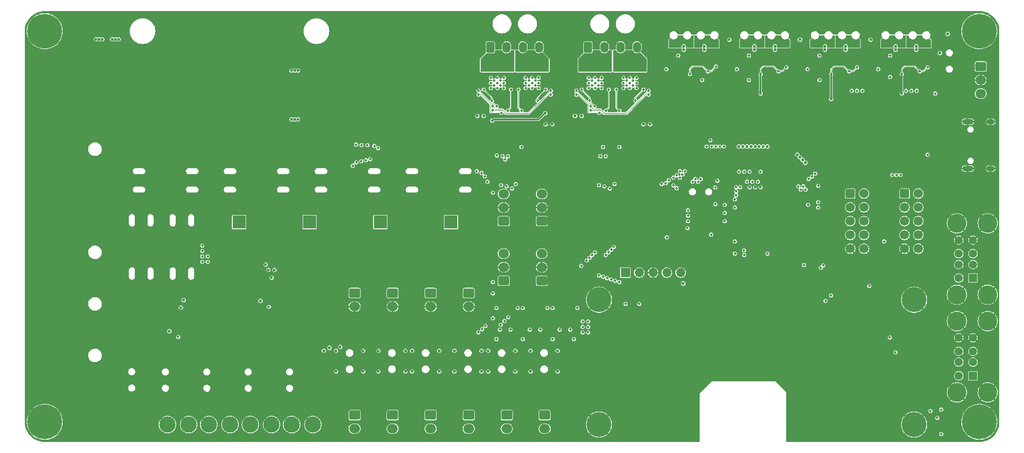
<source format=gbr>
%TF.GenerationSoftware,KiCad,Pcbnew,7.0.7-7.0.7~ubuntu22.04.1*%
%TF.CreationDate,2023-08-30T21:12:01-07:00*%
%TF.ProjectId,mainboard,6d61696e-626f-4617-9264-2e6b69636164,rev?*%
%TF.SameCoordinates,Original*%
%TF.FileFunction,Copper,L2,Inr*%
%TF.FilePolarity,Positive*%
%FSLAX46Y46*%
G04 Gerber Fmt 4.6, Leading zero omitted, Abs format (unit mm)*
G04 Created by KiCad (PCBNEW 7.0.7-7.0.7~ubuntu22.04.1) date 2023-08-30 21:12:01*
%MOMM*%
%LPD*%
G01*
G04 APERTURE LIST*
G04 Aperture macros list*
%AMRoundRect*
0 Rectangle with rounded corners*
0 $1 Rounding radius*
0 $2 $3 $4 $5 $6 $7 $8 $9 X,Y pos of 4 corners*
0 Add a 4 corners polygon primitive as box body*
4,1,4,$2,$3,$4,$5,$6,$7,$8,$9,$2,$3,0*
0 Add four circle primitives for the rounded corners*
1,1,$1+$1,$2,$3*
1,1,$1+$1,$4,$5*
1,1,$1+$1,$6,$7*
1,1,$1+$1,$8,$9*
0 Add four rect primitives between the rounded corners*
20,1,$1+$1,$2,$3,$4,$5,0*
20,1,$1+$1,$4,$5,$6,$7,0*
20,1,$1+$1,$6,$7,$8,$9,0*
20,1,$1+$1,$8,$9,$2,$3,0*%
G04 Aperture macros list end*
%TA.AperFunction,ComponentPad*%
%ADD10C,3.000000*%
%TD*%
%TA.AperFunction,ComponentPad*%
%ADD11RoundRect,0.250001X-0.499999X-0.759999X0.499999X-0.759999X0.499999X0.759999X-0.499999X0.759999X0*%
%TD*%
%TA.AperFunction,ComponentPad*%
%ADD12O,1.500000X2.020000*%
%TD*%
%TA.AperFunction,ComponentPad*%
%ADD13C,0.500000*%
%TD*%
%TA.AperFunction,ComponentPad*%
%ADD14RoundRect,0.250000X-0.750000X0.600000X-0.750000X-0.600000X0.750000X-0.600000X0.750000X0.600000X0*%
%TD*%
%TA.AperFunction,ComponentPad*%
%ADD15O,2.000000X1.700000*%
%TD*%
%TA.AperFunction,ComponentPad*%
%ADD16O,2.100000X1.000000*%
%TD*%
%TA.AperFunction,ComponentPad*%
%ADD17O,1.600000X1.000000*%
%TD*%
%TA.AperFunction,ComponentPad*%
%ADD18RoundRect,0.250000X0.725000X-0.600000X0.725000X0.600000X-0.725000X0.600000X-0.725000X-0.600000X0*%
%TD*%
%TA.AperFunction,ComponentPad*%
%ADD19O,1.950000X1.700000*%
%TD*%
%TA.AperFunction,ComponentPad*%
%ADD20C,0.800000*%
%TD*%
%TA.AperFunction,ComponentPad*%
%ADD21C,6.400000*%
%TD*%
%TA.AperFunction,ComponentPad*%
%ADD22C,4.600000*%
%TD*%
%TA.AperFunction,ComponentPad*%
%ADD23C,5.000000*%
%TD*%
%TA.AperFunction,ComponentPad*%
%ADD24RoundRect,0.250000X-0.600000X-0.600000X0.600000X-0.600000X0.600000X0.600000X-0.600000X0.600000X0*%
%TD*%
%TA.AperFunction,ComponentPad*%
%ADD25C,1.700000*%
%TD*%
%TA.AperFunction,ComponentPad*%
%ADD26R,2.400000X2.400000*%
%TD*%
%TA.AperFunction,ComponentPad*%
%ADD27C,2.400000*%
%TD*%
%TA.AperFunction,ComponentPad*%
%ADD28RoundRect,0.250000X-0.725000X0.600000X-0.725000X-0.600000X0.725000X-0.600000X0.725000X0.600000X0*%
%TD*%
%TA.AperFunction,ComponentPad*%
%ADD29R,1.500000X1.500000*%
%TD*%
%TA.AperFunction,ComponentPad*%
%ADD30C,1.500000*%
%TD*%
%TA.AperFunction,ComponentPad*%
%ADD31C,3.500000*%
%TD*%
%TA.AperFunction,ComponentPad*%
%ADD32R,1.700000X1.700000*%
%TD*%
%TA.AperFunction,ComponentPad*%
%ADD33O,1.700000X1.700000*%
%TD*%
%TA.AperFunction,ViaPad*%
%ADD34C,0.500000*%
%TD*%
%TA.AperFunction,ViaPad*%
%ADD35C,0.600000*%
%TD*%
%TA.AperFunction,Conductor*%
%ADD36C,0.100000*%
%TD*%
%TA.AperFunction,Conductor*%
%ADD37C,0.300000*%
%TD*%
G04 APERTURE END LIST*
D10*
%TO.N,+24V*%
%TO.C,J17*%
X104215000Y-136500000D03*
%TO.N,Net-(J17-Pin_2)*%
X108120000Y-136500000D03*
%TD*%
D11*
%TO.N,/Motor 5 (TMCx160)/Motor_B1*%
%TO.C,M6*%
X156000000Y-66970000D03*
D12*
%TO.N,/Motor 5 (TMCx160)/Motor_B2*%
X159000000Y-66970000D03*
%TO.N,/Motor 5 (TMCx160)/Motor_A1*%
X162000000Y-66970000D03*
%TO.N,/Motor 5 (TMCx160)/Motor_A2*%
X165000000Y-66970000D03*
%TD*%
D13*
%TO.N,GND*%
%TO.C,U2*%
X231125000Y-68125000D03*
X231125000Y-69500000D03*
X231125000Y-70875000D03*
X232500000Y-68125000D03*
X232500000Y-69500000D03*
X232500000Y-70875000D03*
X233875000Y-68125000D03*
X233875000Y-69500000D03*
X233875000Y-70875000D03*
%TD*%
D14*
%TO.N,/Th_{1}*%
%TO.C,J25*%
X138025000Y-112250000D03*
D15*
%TO.N,GND*%
X138025000Y-114750000D03*
%TD*%
D16*
%TO.N,GND*%
%TO.C,J1*%
X243895000Y-89320000D03*
D17*
X248075000Y-89320000D03*
D16*
X243895000Y-80680000D03*
D17*
X248075000Y-80680000D03*
%TD*%
D14*
%TO.N,/Th_{0}*%
%TO.C,J23*%
X131025000Y-112250000D03*
D15*
%TO.N,GND*%
X131025000Y-114750000D03*
%TD*%
D18*
%TO.N,+3.3V*%
%TO.C,J3*%
X165475000Y-99000000D03*
D19*
%TO.N,GND*%
X165475000Y-96500000D03*
%TO.N,/ES0*%
X165475000Y-94000000D03*
%TD*%
D14*
%TO.N,Net-(J15-Pin_1)*%
%TO.C,J15*%
X138024998Y-134750000D03*
D15*
%TO.N,Net-(J15-Pin_2)*%
X138024998Y-137250000D03*
%TD*%
D18*
%TO.N,+3.3V*%
%TO.C,J4*%
X158475000Y-99000000D03*
D19*
%TO.N,GND*%
X158475000Y-96500000D03*
%TO.N,/ES1*%
X158475000Y-94000000D03*
%TD*%
D20*
%TO.N,N/C*%
%TO.C,H4*%
X243600000Y-136000000D03*
X244302944Y-134302944D03*
X244302944Y-137697056D03*
X246000000Y-133600000D03*
D21*
X246000000Y-136000000D03*
D20*
X246000000Y-138400000D03*
X247697056Y-134302944D03*
X247697056Y-137697056D03*
X248400000Y-136000000D03*
%TD*%
D13*
%TO.N,GND*%
%TO.C,U8*%
X116750000Y-110950000D03*
X115500000Y-110950000D03*
X114250000Y-110950000D03*
X116750000Y-112000000D03*
X115500000Y-112000000D03*
X114250000Y-112000000D03*
X116750000Y-113050000D03*
X115500000Y-113050000D03*
X114250000Y-113050000D03*
%TD*%
D22*
%TO.N,GND*%
%TO.C,H11*%
X176000000Y-113500000D03*
%TD*%
D10*
%TO.N,+24V*%
%TO.C,J18*%
X96595000Y-136500000D03*
%TO.N,Net-(J18-Pin_2)*%
X100500000Y-136500000D03*
%TD*%
D22*
%TO.N,GND*%
%TO.C,H10*%
X148000000Y-64000000D03*
%TD*%
D10*
%TO.N,+24V*%
%TO.C,J19*%
X111845000Y-136500000D03*
%TO.N,Net-(J19-Pin_2)*%
X115750000Y-136500000D03*
%TD*%
D23*
%TO.N,GND*%
%TO.C,J9*%
X83250000Y-76250000D03*
X83250000Y-95250000D03*
%TD*%
D22*
%TO.N,GND*%
%TO.C,H8*%
X234000000Y-136500000D03*
%TD*%
D13*
%TO.N,GND*%
%TO.C,U4*%
X205125000Y-68125000D03*
X205125000Y-69500000D03*
X205125000Y-70875000D03*
X206500000Y-68125000D03*
X206500000Y-69500000D03*
X206500000Y-70875000D03*
X207875000Y-68125000D03*
X207875000Y-69500000D03*
X207875000Y-70875000D03*
%TD*%
D14*
%TO.N,Net-(J8-Pin_1)*%
%TO.C,J8*%
X131025000Y-134750000D03*
D15*
%TO.N,Net-(J8-Pin_2)*%
X131025000Y-137250000D03*
%TD*%
D22*
%TO.N,GND*%
%TO.C,H12*%
X176000000Y-136500000D03*
%TD*%
D14*
%TO.N,/Th_{3}*%
%TO.C,J27*%
X152025000Y-112250000D03*
D15*
%TO.N,GND*%
X152025000Y-114750000D03*
%TD*%
D11*
%TO.N,/Motor 4 (TMCx160)/Motor_B1*%
%TO.C,M5*%
X174000000Y-66970000D03*
D12*
%TO.N,/Motor 4 (TMCx160)/Motor_B2*%
X177000000Y-66970000D03*
%TO.N,/Motor 4 (TMCx160)/Motor_A1*%
X180000000Y-66970000D03*
%TO.N,/Motor 4 (TMCx160)/Motor_A2*%
X183000000Y-66970000D03*
%TD*%
D14*
%TO.N,Net-(J7-Pin_1)*%
%TO.C,J7*%
X145025000Y-134750000D03*
D15*
%TO.N,Net-(J7-Pin_2)*%
X145025000Y-137250000D03*
%TD*%
D13*
%TO.N,GND*%
%TO.C,U5*%
X192125000Y-68125000D03*
X192125000Y-69500000D03*
X192125000Y-70875000D03*
X193500000Y-68125000D03*
X193500000Y-69500000D03*
X193500000Y-70875000D03*
X194875000Y-68125000D03*
X194875000Y-69500000D03*
X194875000Y-70875000D03*
%TD*%
D14*
%TO.N,Net-(J14-Pin_1)*%
%TO.C,J14*%
X152024998Y-134750000D03*
D15*
%TO.N,Net-(J14-Pin_2)*%
X152024998Y-137250000D03*
%TD*%
D24*
%TO.N,/MISO_{3}*%
%TO.C,J11*%
X232247500Y-93920000D03*
D25*
%TO.N,/SClk_{3}*%
X234787500Y-93920000D03*
%TO.N,/Btn_En2*%
X232247500Y-96460000D03*
%TO.N,/SD_CS*%
X234787500Y-96460000D03*
%TO.N,/Btn_En1*%
X232247500Y-99000000D03*
%TO.N,/MOSI_{3}*%
X234787500Y-99000000D03*
%TO.N,/SD_Det*%
X232247500Y-101540000D03*
%TO.N,/~{Reset}*%
X234787500Y-101540000D03*
%TO.N,GND*%
X232247500Y-104080000D03*
%TO.N,+5V*%
X234787500Y-104080000D03*
%TD*%
D18*
%TO.N,+3.3V*%
%TO.C,J6*%
X158475000Y-110000000D03*
D19*
%TO.N,GND*%
X158475000Y-107500000D03*
%TO.N,/ES3*%
X158475000Y-105000000D03*
%TD*%
D22*
%TO.N,GND*%
%TO.C,H7*%
X234000000Y-113500000D03*
%TD*%
D10*
%TO.N,+24V*%
%TO.C,J20*%
X119455000Y-136500000D03*
%TO.N,Net-(J20-Pin_2)*%
X123360000Y-136500000D03*
%TD*%
D26*
%TO.N,VMC*%
%TO.C,C9*%
X122750000Y-99176041D03*
D27*
%TO.N,GND*%
X122750000Y-104176041D03*
%TD*%
D18*
%TO.N,+3.3V*%
%TO.C,J5*%
X165475000Y-110000000D03*
D19*
%TO.N,GND*%
X165475000Y-107500000D03*
%TO.N,/ES2*%
X165475000Y-105000000D03*
%TD*%
D22*
%TO.N,GND*%
%TO.C,H6*%
X116000000Y-64000000D03*
%TD*%
D24*
%TO.N,/Buzzer*%
%TO.C,J10*%
X222247500Y-93920000D03*
D25*
%TO.N,/Btn_Enc*%
X224787500Y-93920000D03*
%TO.N,/LCD_En*%
X222247500Y-96460000D03*
%TO.N,/LCD_Rs*%
X224787500Y-96460000D03*
%TO.N,/LCD_D4*%
X222247500Y-99000000D03*
%TO.N,/LCD_D5*%
X224787500Y-99000000D03*
%TO.N,/LCD_D6*%
X222247500Y-101540000D03*
%TO.N,/LCD_D7*%
X224787500Y-101540000D03*
%TO.N,GND*%
X222247500Y-104080000D03*
%TO.N,+5V*%
X224787500Y-104080000D03*
%TD*%
D26*
%TO.N,VMB*%
%TO.C,C33*%
X135750000Y-99176041D03*
D27*
%TO.N,GND*%
X135750000Y-104176041D03*
%TD*%
D13*
%TO.N,GND*%
%TO.C,U3*%
X218125000Y-68125000D03*
X218125000Y-69500000D03*
X218125000Y-70875000D03*
X219500000Y-68125000D03*
X219500000Y-69500000D03*
X219500000Y-70875000D03*
X220875000Y-68125000D03*
X220875000Y-69500000D03*
X220875000Y-70875000D03*
%TD*%
D28*
%TO.N,Net-(J24-Pin_1)*%
%TO.C,J24*%
X246275000Y-70500000D03*
D19*
%TO.N,GND*%
X246275000Y-73000000D03*
%TO.N,Net-(J24-Pin_3)*%
X246275000Y-75500000D03*
%TD*%
D14*
%TO.N,Net-(J16-Pin_1)*%
%TO.C,J16*%
X166024997Y-134750000D03*
D15*
%TO.N,Net-(J16-Pin_2)*%
X166024997Y-137250000D03*
%TD*%
D29*
%TO.N,+5V*%
%TO.C,J13*%
X244857685Y-109500002D03*
D30*
%TO.N,Net-(J13-D1-)*%
X244857685Y-107000002D03*
%TO.N,Net-(J13-D1+)*%
X244857685Y-105000002D03*
%TO.N,GND*%
X244857685Y-102500002D03*
%TO.N,+5V*%
X242237685Y-109500002D03*
%TO.N,Net-(J13-D2-)*%
X242237685Y-107000002D03*
%TO.N,Net-(J13-D2+)*%
X242237685Y-105000002D03*
%TO.N,GND*%
X242237685Y-102500002D03*
D31*
X247567685Y-112570002D03*
X247567685Y-99430002D03*
X241887685Y-112570002D03*
X241887685Y-99430002D03*
%TD*%
D14*
%TO.N,Net-(J12-Pin_1)*%
%TO.C,J12*%
X159024999Y-134750000D03*
D15*
%TO.N,Net-(J12-Pin_2)*%
X159024999Y-137250000D03*
%TD*%
D26*
%TO.N,VMB*%
%TO.C,C27*%
X148750000Y-99176041D03*
D27*
%TO.N,GND*%
X148750000Y-104176041D03*
%TD*%
D13*
%TO.N,GND*%
%TO.C,U11*%
X100050000Y-116500000D03*
X98800000Y-116500000D03*
X97550000Y-116500000D03*
X100050000Y-117550000D03*
X98800000Y-117550000D03*
X97550000Y-117550000D03*
X100050000Y-118600000D03*
X98800000Y-118600000D03*
X97550000Y-118600000D03*
%TD*%
D14*
%TO.N,/Th_{2}*%
%TO.C,J26*%
X145025000Y-112250000D03*
D15*
%TO.N,GND*%
X145025000Y-114750000D03*
%TD*%
D20*
%TO.N,N/C*%
%TO.C,H1*%
X71600000Y-64000000D03*
X72302944Y-62302944D03*
X72302944Y-65697056D03*
X74000000Y-61600000D03*
D21*
X74000000Y-64000000D03*
D20*
X74000000Y-66400000D03*
X75697056Y-62302944D03*
X75697056Y-65697056D03*
X76400000Y-64000000D03*
%TD*%
D32*
%TO.N,+5V*%
%TO.C,J2*%
X180870001Y-108500000D03*
D33*
X183410001Y-108500000D03*
%TO.N,GND*%
X185950001Y-108500000D03*
%TO.N,/USART_{3}_RX*%
X188490001Y-108500000D03*
%TO.N,/USART_{3}_TX*%
X191030001Y-108500000D03*
%TD*%
D13*
%TO.N,GND*%
%TO.C,U6*%
X176250000Y-79750000D03*
X176250000Y-82000000D03*
X176250000Y-84250000D03*
X177375000Y-80875000D03*
X177375000Y-83125000D03*
X178500000Y-79750000D03*
X178500000Y-82000000D03*
X178500000Y-84250000D03*
X179625000Y-80875000D03*
X179625000Y-83125000D03*
X180750000Y-79750000D03*
X180750000Y-82000000D03*
X180750000Y-84250000D03*
%TD*%
D20*
%TO.N,N/C*%
%TO.C,H2*%
X71600000Y-136000000D03*
X72302944Y-134302944D03*
X72302944Y-137697056D03*
X74000000Y-133600000D03*
D21*
X74000000Y-136000000D03*
D20*
X74000000Y-138400000D03*
X75697056Y-134302944D03*
X75697056Y-137697056D03*
X76400000Y-136000000D03*
%TD*%
%TO.N,N/C*%
%TO.C,H3*%
X243600000Y-64000000D03*
X244302944Y-62302944D03*
X244302944Y-65697056D03*
X246000000Y-61600000D03*
D21*
X246000000Y-64000000D03*
D20*
X246000000Y-66400000D03*
X247697056Y-62302944D03*
X247697056Y-65697056D03*
X248400000Y-64000000D03*
%TD*%
D13*
%TO.N,GND*%
%TO.C,U7*%
X158250000Y-79750000D03*
X158250000Y-82000000D03*
X158250000Y-84250000D03*
X159375000Y-80875000D03*
X159375000Y-83125000D03*
X160500000Y-79750000D03*
X160500000Y-82000000D03*
X160500000Y-84250000D03*
X161625000Y-80875000D03*
X161625000Y-83125000D03*
X162750000Y-79750000D03*
X162750000Y-82000000D03*
X162750000Y-84250000D03*
%TD*%
D29*
%TO.N,+5V*%
%TO.C,J21*%
X244857685Y-127500002D03*
D30*
%TO.N,Net-(J21-D1-)*%
X244857685Y-125000002D03*
%TO.N,Net-(J21-D1+)*%
X244857685Y-123000002D03*
%TO.N,GND*%
X244857685Y-120500002D03*
%TO.N,+5V*%
X242237685Y-127500002D03*
%TO.N,Net-(J21-D2-)*%
X242237685Y-125000002D03*
%TO.N,Net-(J21-D2+)*%
X242237685Y-123000002D03*
%TO.N,GND*%
X242237685Y-120500002D03*
D31*
X247567685Y-130570002D03*
X247567685Y-117430002D03*
X241887685Y-130570002D03*
X241887685Y-117430002D03*
%TD*%
D26*
%TO.N,VMC*%
%TO.C,C7*%
X109750000Y-99176041D03*
D27*
%TO.N,GND*%
X109750000Y-104176041D03*
%TD*%
D34*
%TO.N,GND*%
X141600000Y-82850000D03*
D35*
X170700000Y-68400000D03*
D34*
X141000000Y-107000000D03*
X211000000Y-132500000D03*
X141850000Y-84550000D03*
X236650000Y-128450000D03*
X188500000Y-97000000D03*
X211000000Y-94000000D03*
D35*
X101250000Y-114250000D03*
D34*
X117900000Y-108700000D03*
X90050000Y-131750000D03*
X244000000Y-91000000D03*
X133675000Y-122050000D03*
X194100000Y-96000000D03*
D35*
X116250000Y-105500000D03*
D34*
X147799998Y-128750000D03*
X161400000Y-119850000D03*
X211000000Y-62250000D03*
X231750000Y-87500000D03*
X193500000Y-102000000D03*
D35*
X95300000Y-78700000D03*
D34*
X195000000Y-129000000D03*
X236000000Y-84000000D03*
X117900000Y-107250000D03*
X202000000Y-102000000D03*
D35*
X100600000Y-115600000D03*
D34*
X103250000Y-82000000D03*
D35*
X202200000Y-111500000D03*
X221750000Y-84000000D03*
D34*
X215000000Y-63250000D03*
D35*
X195000000Y-97700000D03*
D34*
X181000000Y-101500000D03*
D35*
X210200000Y-67900000D03*
D34*
X194250000Y-94500000D03*
D35*
X205200000Y-111700000D03*
D34*
X79000000Y-107000000D03*
X202000000Y-62250000D03*
D35*
X211250000Y-84750000D03*
D34*
X194000000Y-138500000D03*
X78000000Y-133750000D03*
X86000000Y-79000000D03*
X202250000Y-91750000D03*
X152900000Y-78000000D03*
D35*
X104100000Y-71400000D03*
X168300000Y-68400000D03*
D34*
X202000000Y-63250000D03*
D35*
X121500000Y-76500000D03*
D34*
X188500000Y-100000000D03*
D35*
X152700000Y-68400000D03*
D34*
X85000000Y-133750000D03*
X81000000Y-133750000D03*
X92000000Y-121000000D03*
X227000000Y-84000000D03*
X201700000Y-103400000D03*
X166500000Y-87450000D03*
D35*
X228800000Y-67900000D03*
D34*
X210000000Y-129000000D03*
X187000000Y-65000000D03*
X117300000Y-110300000D03*
X154750000Y-96500000D03*
X123210000Y-129500000D03*
X208000000Y-99000000D03*
D35*
X180600000Y-133200000D03*
X118500000Y-84000000D03*
D34*
X194000000Y-136500000D03*
D35*
X118500000Y-67500000D03*
X181400000Y-131100000D03*
X223800000Y-67900000D03*
D34*
X152900000Y-77500000D03*
D35*
X101000000Y-111950000D03*
D34*
X148799998Y-128750000D03*
X240100000Y-75600000D03*
D35*
X167100000Y-68400000D03*
D34*
X204500000Y-128000000D03*
D35*
X113800000Y-107750000D03*
D34*
X134299998Y-127600000D03*
X113250000Y-75500000D03*
X194000000Y-132500000D03*
D35*
X189500000Y-130600000D03*
D34*
X210900000Y-114950000D03*
X76000000Y-87000000D03*
X149250000Y-84250000D03*
X160750000Y-85350000D03*
X129050000Y-84650000D03*
D35*
X108800000Y-112300000D03*
D34*
X98950000Y-129500000D03*
X187000000Y-101500000D03*
D35*
X171300000Y-68400000D03*
D34*
X168100000Y-77000000D03*
X187000000Y-110000000D03*
D35*
X197800000Y-67900000D03*
D34*
X117300000Y-109700000D03*
X226250000Y-119200000D03*
X129000000Y-106000000D03*
X208000000Y-96000000D03*
X225600000Y-114300000D03*
X166900000Y-119875000D03*
X187000000Y-63000000D03*
X194400000Y-123300000D03*
X168100000Y-77500000D03*
X170900000Y-77500000D03*
X170900000Y-77000000D03*
X162300000Y-123000000D03*
D35*
X185700000Y-68400000D03*
D34*
X134799998Y-128750000D03*
X236000000Y-83000000D03*
D35*
X153300000Y-68400000D03*
D34*
X216500000Y-106600000D03*
X73000000Y-125000000D03*
X124760000Y-129500000D03*
X114200000Y-129500000D03*
X187000000Y-66000000D03*
D35*
X101250000Y-112800000D03*
D34*
X86000000Y-133750000D03*
D35*
X189200000Y-67900000D03*
D34*
X227000000Y-86000000D03*
X183700000Y-86400000D03*
X115600000Y-129500000D03*
X189000000Y-62250000D03*
X188500000Y-99000000D03*
X231750000Y-85750000D03*
X169700000Y-112025000D03*
D35*
X123800000Y-83000000D03*
D34*
X231750000Y-84000000D03*
X163499997Y-128900000D03*
X94500000Y-116550000D03*
D35*
X129200000Y-103900000D03*
D34*
X129150000Y-89150000D03*
X79000000Y-82000000D03*
D35*
X101250000Y-113550000D03*
D34*
X170900000Y-78000000D03*
D35*
X202800000Y-67900000D03*
D34*
X217500000Y-92400000D03*
X184500000Y-120500000D03*
D35*
X97326468Y-120549500D03*
D34*
X193000000Y-105750000D03*
X215000000Y-62250000D03*
D35*
X126600000Y-83700000D03*
D34*
X178750000Y-85350000D03*
X213600000Y-114950000D03*
D35*
X202200000Y-67900000D03*
D34*
X188500000Y-98000000D03*
X200500000Y-128000000D03*
X87000000Y-133750000D03*
X173075000Y-109200000D03*
X101900000Y-129000000D03*
X168100000Y-78000000D03*
X228000000Y-63250000D03*
X133799998Y-128750000D03*
X135950000Y-82000000D03*
X211000000Y-134500000D03*
X186100000Y-77500000D03*
X121810000Y-129500000D03*
X220700000Y-102200000D03*
X117900000Y-108000000D03*
X77000000Y-133750000D03*
D35*
X167700000Y-68400000D03*
D34*
X220900000Y-97200000D03*
D35*
X129200000Y-94300000D03*
D34*
X157600000Y-112200000D03*
X152900000Y-77000000D03*
X162799997Y-128750000D03*
X107970000Y-129500000D03*
X219500000Y-91000000D03*
X125050000Y-117450000D03*
X212500000Y-116550000D03*
X149399998Y-128300000D03*
D35*
X228200000Y-67900000D03*
D34*
X135499998Y-128900000D03*
D35*
X189800000Y-67900000D03*
D34*
X155500000Y-114000000D03*
X227450000Y-100400000D03*
D35*
X223200000Y-67900000D03*
D34*
X109520000Y-129000000D03*
X148299998Y-127600000D03*
D35*
X108700000Y-109350000D03*
X128500000Y-75500000D03*
D34*
X211000000Y-136500000D03*
D35*
X186300000Y-68400000D03*
X230250000Y-73250000D03*
D34*
X106570000Y-129500000D03*
X160599997Y-128800000D03*
X117150000Y-129500000D03*
X228000000Y-62250000D03*
X162299997Y-127600000D03*
X187000000Y-62000000D03*
X117150000Y-129000000D03*
X224000000Y-62250000D03*
X217000000Y-87000000D03*
X221750000Y-87500000D03*
X189000000Y-63250000D03*
D35*
X121500000Y-84000000D03*
D34*
X154350000Y-82950000D03*
X186000000Y-94000000D03*
X124160000Y-129500000D03*
X117900000Y-116600000D03*
X198000000Y-63250000D03*
X210000000Y-98000000D03*
X227300000Y-127400000D03*
X198500000Y-128000000D03*
X124760000Y-129000000D03*
D35*
X94000000Y-71200000D03*
D34*
X205000000Y-117000000D03*
D35*
X97850000Y-113350000D03*
D34*
X219800000Y-134600000D03*
X101300000Y-129500000D03*
D35*
X236800000Y-67900000D03*
D34*
X186100000Y-77000000D03*
D35*
X104350000Y-112500000D03*
D34*
X84000000Y-133750000D03*
X127000000Y-99000000D03*
X202000000Y-98000000D03*
D35*
X215200000Y-67900000D03*
X171900000Y-68400000D03*
D34*
X198025000Y-96975000D03*
X82000000Y-133750000D03*
X166150000Y-85400000D03*
X211000000Y-63250000D03*
D35*
X127700000Y-90200000D03*
D34*
X187000000Y-64000000D03*
D35*
X184200000Y-136100000D03*
D34*
X237500000Y-131350000D03*
X133699998Y-127600000D03*
X236200000Y-74000000D03*
X227000000Y-85000000D03*
X153500000Y-92300000D03*
D35*
X215800000Y-67900000D03*
D34*
X214300000Y-121400000D03*
X194000000Y-134500000D03*
D35*
X197200000Y-67900000D03*
X153900000Y-68400000D03*
X121500000Y-67500000D03*
D34*
X109520000Y-129500000D03*
X187050000Y-83700000D03*
X88900000Y-127500000D03*
X149499998Y-128900000D03*
X161699997Y-127600000D03*
X89000000Y-130650000D03*
X231600000Y-131400000D03*
D35*
X195000000Y-99300000D03*
D34*
X79000000Y-133750000D03*
X94500000Y-115550000D03*
X147650000Y-82450000D03*
D35*
X128350000Y-108250000D03*
D34*
X206500000Y-128000000D03*
X167300000Y-105050000D03*
X147699998Y-127600000D03*
D35*
X216000000Y-75500000D03*
D34*
X163399997Y-128300000D03*
X196500000Y-105000000D03*
X237000000Y-62250000D03*
D35*
X114046518Y-114974037D03*
D34*
X237000000Y-63250000D03*
X116550000Y-129500000D03*
X161799997Y-128750000D03*
D35*
X182300000Y-132000000D03*
D34*
X100350000Y-129500000D03*
X184500000Y-132000000D03*
D35*
X185100000Y-68400000D03*
D34*
X212750000Y-112950000D03*
X192000000Y-93000000D03*
D35*
X210800000Y-67900000D03*
D34*
X211000000Y-103000000D03*
X170000000Y-64000000D03*
X211000000Y-130500000D03*
X198000000Y-62250000D03*
D35*
X118500000Y-75000000D03*
D34*
X212000000Y-101000000D03*
X146599998Y-128800000D03*
X194950000Y-96950000D03*
X221750000Y-85750000D03*
X216600000Y-105400000D03*
X198500000Y-102500000D03*
X248000000Y-91000000D03*
X188500000Y-101000000D03*
X227000000Y-87000000D03*
X202500000Y-128000000D03*
X184650000Y-85300000D03*
X83000000Y-133750000D03*
X135399998Y-128300000D03*
X186100000Y-78000000D03*
X80000000Y-133750000D03*
X194000000Y-130500000D03*
D35*
X118500000Y-76500000D03*
D34*
X155200000Y-112550000D03*
D35*
X236200000Y-67900000D03*
D34*
X248000000Y-79000000D03*
X146600000Y-85150000D03*
X108920000Y-129500000D03*
D35*
X103450000Y-110100000D03*
D34*
X190350000Y-84250000D03*
X236000000Y-85000000D03*
X194250000Y-111500000D03*
X132599998Y-128800000D03*
X224000000Y-63250000D03*
X208500000Y-128000000D03*
X79000000Y-72000000D03*
X233600000Y-108000000D03*
X101900000Y-129500000D03*
X125050000Y-116800000D03*
X97250000Y-75500000D03*
D35*
X121500000Y-75000000D03*
D34*
X155175000Y-120775000D03*
X196500000Y-128000000D03*
%TO.N,+3.3V*%
X192280756Y-100272973D03*
D35*
X231750000Y-75450000D03*
D34*
X197550000Y-70500000D03*
X196500000Y-84100000D03*
X199150000Y-97500000D03*
D35*
X205750000Y-75450000D03*
D34*
X235050000Y-71400000D03*
X157125000Y-120750000D03*
D35*
X218750000Y-76500000D03*
D34*
X188500000Y-102000000D03*
X201025000Y-105000000D03*
X166525000Y-115000000D03*
X222050000Y-71400000D03*
X217300000Y-107150000D03*
X197800000Y-91550000D03*
X216350000Y-92500000D03*
X209050000Y-71400000D03*
X133900000Y-87575000D03*
X179750000Y-85350000D03*
X192400000Y-97999999D03*
X160675000Y-92175000D03*
X192400000Y-99000000D03*
X187550000Y-92150000D03*
X172750000Y-107250000D03*
X202750000Y-105250000D03*
X161025000Y-115000000D03*
X192750000Y-71900000D03*
X201000000Y-102750000D03*
X231750000Y-71900000D03*
X201750000Y-89900000D03*
X167475000Y-120750000D03*
X236500000Y-86750000D03*
X229520000Y-120440000D03*
X216850000Y-107600000D03*
X213750000Y-107100000D03*
X225760000Y-110960000D03*
X201000000Y-95000000D03*
X171375000Y-120750000D03*
X192400000Y-97000000D03*
X172025000Y-115000000D03*
X178875000Y-92150000D03*
X161750000Y-85350000D03*
X223500000Y-70650000D03*
X161975000Y-120750000D03*
X205750000Y-71900000D03*
X135350000Y-85550000D03*
X157125000Y-115000000D03*
X218750000Y-71900000D03*
X230550000Y-123180000D03*
X210500000Y-70650000D03*
X236500000Y-70650000D03*
X196050000Y-71400000D03*
%TO.N,VMB*%
X157300001Y-73550000D03*
X164900000Y-74500000D03*
D35*
X153600000Y-79600000D03*
D34*
X181100000Y-73075000D03*
X175900000Y-73075000D03*
X174100000Y-72600000D03*
D35*
X154800000Y-79600000D03*
D34*
X162500000Y-73550000D03*
X182900000Y-74500000D03*
X174100000Y-73549999D03*
D35*
X184200000Y-81150000D03*
X171600000Y-79600000D03*
D34*
X181100000Y-74025000D03*
X180500000Y-72600000D03*
X174700000Y-73075000D03*
X163700000Y-73550000D03*
X180500000Y-73550000D03*
X158500000Y-72600000D03*
X180500000Y-74500000D03*
X156100000Y-72600000D03*
X164300000Y-73075000D03*
X174700000Y-74025000D03*
X163700000Y-74500000D03*
X162500000Y-72600000D03*
X182900000Y-73550000D03*
X175300000Y-72600000D03*
X176500000Y-74500000D03*
X182900000Y-72600000D03*
D35*
X167400000Y-81150000D03*
D34*
X162500000Y-74500000D03*
X156100000Y-73549999D03*
X158500000Y-73550000D03*
X176500000Y-73550000D03*
X164900000Y-72600000D03*
X182300000Y-73075000D03*
X156700000Y-74025000D03*
X164900000Y-73550000D03*
X157300000Y-72600000D03*
D35*
X172800000Y-79600000D03*
D34*
X164300000Y-74025000D03*
X182300000Y-74025000D03*
X181700000Y-74500000D03*
X163100000Y-74025000D03*
X156700000Y-73075000D03*
X158500000Y-74500000D03*
X176500000Y-72600000D03*
D35*
X185400000Y-81150000D03*
X166200000Y-81150000D03*
D34*
X181700000Y-72600000D03*
X157900000Y-73075000D03*
X181700000Y-73550000D03*
X175900000Y-74025000D03*
X174100000Y-74500000D03*
X156100000Y-74500000D03*
X157300000Y-74500000D03*
X175300000Y-74500000D03*
X163100000Y-73075000D03*
X157900000Y-74025000D03*
X163700000Y-72600000D03*
X175300001Y-73550000D03*
D35*
%TO.N,+12V*%
X140400000Y-122900000D03*
X135400000Y-122900000D03*
X126400000Y-122350000D03*
D34*
X131300000Y-84900000D03*
D35*
X154400000Y-122900000D03*
X132600000Y-122900000D03*
X146600000Y-122900000D03*
D34*
X156350000Y-80500000D03*
X157200000Y-86900000D03*
X161975000Y-115000000D03*
X156475000Y-112300000D03*
D35*
X155599999Y-122900000D03*
X141600000Y-122900000D03*
X160599999Y-122900000D03*
X149400000Y-122900000D03*
D34*
X167475000Y-115000000D03*
X156500000Y-93750000D03*
X130700000Y-88800000D03*
D35*
X166100000Y-79100000D03*
D34*
X156500000Y-110250000D03*
X156475000Y-116900000D03*
D35*
X163399999Y-122900000D03*
X125350000Y-122900000D03*
X168399999Y-122900000D03*
X127600000Y-122900000D03*
X128366471Y-122166471D03*
D34*
%TO.N,/_{M0}~{En}*%
X229600000Y-68500000D03*
X229600000Y-72450000D03*
X212700000Y-92600000D03*
D35*
X212500000Y-86750000D03*
D34*
%TO.N,/_{M1}~{En}*%
X216600000Y-68500000D03*
X216600000Y-73000000D03*
D35*
X204750000Y-92750000D03*
X204750000Y-85250000D03*
D34*
%TO.N,/_{M2}~{En}*%
X203600000Y-68500000D03*
D35*
X201750000Y-85250000D03*
D34*
X202750000Y-89900000D03*
X203600000Y-73000000D03*
%TO.N,/_{M3}~{En}*%
X196750000Y-85250000D03*
X195000000Y-73000000D03*
X190600000Y-68500000D03*
X201250000Y-94250000D03*
%TO.N,/Motor 4 (TMCx160)/Motor_A1*%
X179200000Y-74750000D03*
X179750000Y-78650000D03*
%TO.N,/_{M3}UART*%
X201250000Y-93500000D03*
X197500000Y-85250000D03*
%TO.N,/_{M3}Step*%
X201250000Y-92750000D03*
X198250000Y-85250000D03*
%TO.N,/Motor 4 (TMCx160)/Motor_B1*%
X174300000Y-76825000D03*
X172800000Y-74750000D03*
%TO.N,/_{M3}Dir*%
X199000000Y-85250000D03*
X202000000Y-92750000D03*
D35*
%TO.N,/_{M1}Dir*%
X207000000Y-85250000D03*
X205750000Y-92750000D03*
%TO.N,/Motor 0 (TMC2208)/BRA*%
X236200000Y-66100000D03*
X234000000Y-66100000D03*
X236800000Y-66100000D03*
X233500000Y-66500000D03*
%TO.N,/Motor 0 (TMC2208)/BRB*%
X231500000Y-66500000D03*
X228800000Y-66100000D03*
X231000000Y-66100000D03*
X228200000Y-66100000D03*
%TO.N,/Motor 1 (TMC2208)/BRA*%
X223800000Y-66100000D03*
X221000000Y-66100000D03*
X220500000Y-66500000D03*
X223200000Y-66100000D03*
%TO.N,/Motor 1 (TMC2208)/BRB*%
X218000000Y-66100000D03*
X215200000Y-66100000D03*
X215800000Y-66100000D03*
X218500000Y-66500000D03*
%TO.N,/Motor 2 (TMC2208)/BRA*%
X207500000Y-66500000D03*
X210200000Y-66100000D03*
X210800000Y-66100000D03*
X208000000Y-66100000D03*
%TO.N,/Motor 2 (TMC2208)/BRB*%
X202200000Y-66100000D03*
X205500000Y-66500000D03*
X205000000Y-66100000D03*
X202800000Y-66100000D03*
%TO.N,/Motor 3 (TMC2208)/BRA*%
X195000000Y-66100000D03*
X197800000Y-66100000D03*
X194500000Y-66500000D03*
X197200000Y-66100000D03*
%TO.N,/Motor 3 (TMC2208)/BRB*%
X189200000Y-66100000D03*
X192000000Y-66100000D03*
X189800000Y-66100000D03*
X192500000Y-66500000D03*
D34*
%TO.N,/Motor 4 (TMCx160)/Motor_A2*%
X184200000Y-74750000D03*
X182700000Y-76800000D03*
%TO.N,/Motor 4 (TMCx160)/Motor_B2*%
X177250000Y-78650000D03*
X177800000Y-74750000D03*
%TO.N,/Motor 5 (TMCx160)/Motor_A1*%
X161200000Y-74750000D03*
X161750000Y-78650000D03*
%TO.N,/Motor 5 (TMCx160)/Motor_B1*%
X154800000Y-74750000D03*
X156300000Y-76825000D03*
%TO.N,/Motor 5 (TMCx160)/Motor_A2*%
X166200000Y-74750000D03*
X164700000Y-76800000D03*
%TO.N,/Motor 5 (TMCx160)/Motor_B2*%
X159250000Y-78650000D03*
X159800000Y-74750000D03*
D35*
%TO.N,Net-(QA1-S2-Pad5)*%
X178900000Y-70600000D03*
X184500000Y-70600000D03*
X184500000Y-70000000D03*
X178900000Y-70000000D03*
X178900000Y-71200000D03*
X184500000Y-71200000D03*
%TO.N,Net-(QA2-S2-Pad5)*%
X166500000Y-71200000D03*
X160900000Y-70600000D03*
X160900000Y-71200000D03*
X160900000Y-70000000D03*
X166500000Y-70000000D03*
X166500000Y-70600000D03*
%TO.N,Net-(QB1-S2-Pad5)*%
X172500000Y-71200000D03*
X178100000Y-70000000D03*
X172500000Y-70000000D03*
X178100000Y-71200000D03*
X178100000Y-70600000D03*
X172500000Y-70600000D03*
%TO.N,Net-(QB2-S2-Pad5)*%
X160100000Y-70000000D03*
X160100000Y-70600000D03*
X154500000Y-70600000D03*
X154500000Y-70000000D03*
X160100000Y-71200000D03*
X154500000Y-71200000D03*
D34*
%TO.N,/Motor 4 (TMCx160)/SRAH*%
X185150000Y-74950000D03*
X174450000Y-77850000D03*
%TO.N,/Motor 4 (TMCx160)/SRAL*%
X185150000Y-75700000D03*
X174450000Y-78600000D03*
%TO.N,/Motor 4 (TMCx160)/SRBH*%
X175200000Y-77850000D03*
X171850000Y-74950000D03*
%TO.N,/Motor 4 (TMCx160)/SRBL*%
X176050000Y-79050000D03*
X171850000Y-75700000D03*
%TO.N,/Motor 5 (TMCx160)/SRAH*%
X167150000Y-74950000D03*
X156450000Y-77850000D03*
%TO.N,/Motor 5 (TMCx160)/SRAL*%
X156450000Y-78600000D03*
X167150000Y-75700000D03*
%TO.N,/Motor 5 (TMCx160)/SRBH*%
X153850000Y-74950000D03*
X157200000Y-77850000D03*
%TO.N,/Motor 5 (TMCx160)/SRBL*%
X158050000Y-79050000D03*
X153850000Y-75700000D03*
%TO.N,/~{Reset}*%
X196650000Y-101500000D03*
X228500000Y-102750000D03*
X199150000Y-99000000D03*
X207000000Y-105000000D03*
X202700000Y-104400000D03*
%TO.N,+5V*%
X153800000Y-119500000D03*
X174000000Y-117500000D03*
X157900000Y-118100000D03*
X183400000Y-114250000D03*
X173000000Y-117500000D03*
X154500000Y-118900000D03*
X155100000Y-118300000D03*
X218700000Y-112700000D03*
X174000000Y-118500000D03*
X180900000Y-114250000D03*
X173000000Y-118500000D03*
X159300000Y-116700000D03*
X173000000Y-119500000D03*
X158600000Y-117400000D03*
X174000000Y-119500000D03*
X217700000Y-113700000D03*
X237900000Y-75500000D03*
D35*
%TO.N,/_{M0}UART*%
X213000000Y-87250000D03*
D34*
X213150000Y-93200000D03*
%TO.N,/_{M0}Step*%
X213600000Y-92600000D03*
D35*
X213500000Y-87750000D03*
%TO.N,/_{M0}Dir*%
X214000000Y-88250000D03*
D34*
X214050000Y-93200000D03*
D35*
%TO.N,/_{M1}Step*%
X206250000Y-85250000D03*
D34*
X205750000Y-89900000D03*
%TO.N,/_{M22}Step*%
X190300000Y-90550000D03*
X190300000Y-92950000D03*
%TO.N,/_{M20}Step*%
X191800000Y-89800000D03*
X194250000Y-91750000D03*
%TO.N,/_{M22}Dir*%
X189700000Y-91000000D03*
X189700000Y-92400000D03*
%TO.N,/_{M4}Diag1*%
X195800000Y-85250000D03*
D35*
X203750000Y-92750000D03*
D34*
%TO.N,/_{M20}Dir*%
X193750000Y-91250000D03*
X191350000Y-90400000D03*
%TO.N,/_{M4}Step*%
X214500000Y-96000000D03*
X214600000Y-91221304D03*
%TO.N,/_{M4}Dir*%
X215200000Y-90800000D03*
X216350000Y-96500000D03*
D35*
%TO.N,VMC*%
X84600000Y-65500000D03*
X120000000Y-71250000D03*
X84000000Y-65500000D03*
X87000000Y-65500000D03*
X86400000Y-65500000D03*
X120600000Y-71250000D03*
X119400000Y-71250000D03*
X83400000Y-65500000D03*
X119400000Y-80250000D03*
X120000000Y-80250000D03*
X87600000Y-65500000D03*
X120600000Y-80250000D03*
D34*
%TO.N,/BOOT0*%
X197425000Y-95875000D03*
X197400000Y-92800000D03*
%TO.N,/ES0*%
X178750000Y-103750000D03*
X175250000Y-104750000D03*
%TO.N,/ES1*%
X174750000Y-105250000D03*
X178250000Y-104250000D03*
%TO.N,/ES2*%
X177750000Y-104750000D03*
X174250000Y-105750000D03*
%TO.N,/ES3*%
X177250000Y-105250000D03*
X173750000Y-106250000D03*
%TO.N,Net-(J9-Pin_4)*%
X104000000Y-105500000D03*
X103000000Y-103500000D03*
X103000000Y-105500000D03*
X103000000Y-106500000D03*
X104000000Y-106500000D03*
X103000000Y-104500000D03*
D35*
%TO.N,+24V*%
X116250000Y-108000000D03*
D34*
X201400000Y-71000000D03*
X222500000Y-75000000D03*
D35*
X230600000Y-67400000D03*
X149400000Y-126700000D03*
D34*
X232500000Y-75000000D03*
D35*
X221400000Y-66800000D03*
X208400000Y-67400000D03*
X230600000Y-66800000D03*
X160599999Y-126700000D03*
D34*
X224500000Y-75000000D03*
D35*
X221400000Y-67400000D03*
X195400000Y-66800000D03*
X140400000Y-126700000D03*
X127600000Y-126700000D03*
X240200000Y-64500000D03*
X155599999Y-126700000D03*
X238750000Y-68000000D03*
X146600000Y-126700000D03*
X226000000Y-65550000D03*
X217600000Y-66800000D03*
X168399999Y-126700000D03*
X99050000Y-114950000D03*
X154400000Y-126700000D03*
X217600000Y-67400000D03*
D34*
X188400000Y-71000000D03*
D35*
X115750000Y-109400000D03*
X163399999Y-126700000D03*
D34*
X227400000Y-71000000D03*
X234500000Y-75000000D03*
D35*
X208400000Y-66800000D03*
X234400000Y-67400000D03*
X200000000Y-65550000D03*
X114650000Y-107000000D03*
X234400000Y-66800000D03*
X191600000Y-67400000D03*
X132600000Y-126700000D03*
D34*
X233500000Y-75000000D03*
D35*
X135400000Y-126700000D03*
X99550000Y-113550000D03*
X204600000Y-66800000D03*
X213000000Y-65550000D03*
X141600000Y-126700000D03*
X191600000Y-66800000D03*
D34*
X223500000Y-75000000D03*
D35*
X115150000Y-108000000D03*
D34*
X214400000Y-71000000D03*
D35*
X204600000Y-67400000D03*
X195400000Y-67400000D03*
D34*
%TO.N,Net-(D17-K)*%
X237000000Y-134000000D03*
X238250000Y-135250000D03*
%TO.N,Net-(D17-A)*%
X239000000Y-138250000D03*
X239000000Y-133750000D03*
%TO.N,Net-(U8-FPWM)*%
X115250000Y-114800000D03*
D35*
X113700000Y-113700000D03*
D34*
%TO.N,/_{M1}UART*%
X205250000Y-91750000D03*
D35*
X205500000Y-85250000D03*
D34*
%TO.N,/_{M2}Dir*%
X204250000Y-91750000D03*
D35*
X204000000Y-85250000D03*
D34*
%TO.N,/_{M2}Step*%
X203750000Y-89900000D03*
D35*
X203250000Y-85250000D03*
D34*
%TO.N,/_{M2}UART*%
X203250000Y-91750000D03*
D35*
X202500000Y-85250000D03*
D34*
%TO.N,/SClk_{3}*%
X158000000Y-92375000D03*
X176000000Y-92375000D03*
X153500000Y-89800000D03*
X158250000Y-87050000D03*
X131350000Y-88175000D03*
X176250000Y-87050000D03*
X231500000Y-90500000D03*
X155000000Y-90750000D03*
X132300000Y-85000000D03*
%TO.N,/MISO_{3}*%
X159000000Y-92575000D03*
X133350000Y-85000000D03*
X158750000Y-87650000D03*
X177000000Y-92575000D03*
X132250000Y-87975000D03*
X176750000Y-85350000D03*
X230750000Y-90500000D03*
%TO.N,/MOSI_{3}*%
X133100000Y-87775000D03*
X159250000Y-87050000D03*
X178000000Y-93000000D03*
X230000000Y-90500000D03*
X155450000Y-91750000D03*
X177250000Y-87050000D03*
X160000000Y-93000000D03*
X134650000Y-85150000D03*
X154400000Y-90150000D03*
D35*
%TO.N,/USART_{3}_RX*%
X191500000Y-110500000D03*
D34*
%TO.N,/Fan0*%
X176000000Y-109000000D03*
X157775000Y-119000000D03*
%TO.N,/Fan1*%
X176750000Y-109250000D03*
X159725000Y-119000000D03*
%TO.N,/Fan3*%
X165225000Y-119000000D03*
X178250000Y-109750000D03*
%TO.N,/Fan2*%
X163275000Y-119000000D03*
X177500000Y-109500000D03*
%TO.N,/Fan5*%
X179750000Y-110250000D03*
X170725000Y-119000000D03*
%TO.N,/Fan4*%
X179000000Y-110000000D03*
X168775000Y-119000000D03*
%TO.N,Net-(U11-FPWM)*%
X98550000Y-120350000D03*
D35*
X96924500Y-119276458D03*
D34*
%TO.N,/_{M20}~{CS}*%
X190900000Y-91000000D03*
X193250000Y-91750000D03*
%TO.N,/_{M22}~{CS}*%
X201000000Y-96500000D03*
X188300000Y-92000000D03*
%TO.N,/_{M4}~{En}*%
X216350000Y-95500000D03*
X215800000Y-90250000D03*
%TO.N,/_{M22}~{En}*%
X188850000Y-91450000D03*
X199150000Y-96000000D03*
%TO.N,/_{M20}~{En}*%
X194750000Y-91250000D03*
X190900000Y-89800000D03*
%TD*%
D36*
%TO.N,+3.3V*%
X192750000Y-71000000D02*
X192750000Y-71900000D01*
X222750000Y-71400000D02*
X222050000Y-71400000D01*
X197550000Y-70500000D02*
X196650000Y-71400000D01*
X208125000Y-70475000D02*
X206275000Y-70475000D01*
X231750000Y-71000000D02*
X231750000Y-71900000D01*
X209050000Y-71400000D02*
X208125000Y-70475000D01*
X222050000Y-71400000D02*
X221125000Y-70475000D01*
X193275000Y-70475000D02*
X192750000Y-71000000D01*
X205750000Y-71000000D02*
X205750000Y-71900000D01*
X210500000Y-70650000D02*
X209750000Y-71400000D01*
X206275000Y-70475000D02*
X205750000Y-71000000D01*
X209750000Y-71400000D02*
X209050000Y-71400000D01*
X218750000Y-71000000D02*
X218750000Y-71900000D01*
X195125000Y-70475000D02*
X193275000Y-70475000D01*
X235050000Y-71400000D02*
X234125000Y-70475000D01*
X236500000Y-70650000D02*
X235750000Y-71400000D01*
X223500000Y-70650000D02*
X222750000Y-71400000D01*
X235750000Y-71400000D02*
X235050000Y-71400000D01*
X196650000Y-71400000D02*
X196050000Y-71400000D01*
D37*
X218750000Y-76500000D02*
X218750000Y-71900000D01*
D36*
X196050000Y-71400000D02*
X195125000Y-70475000D01*
X221125000Y-70475000D02*
X219275000Y-70475000D01*
X232275000Y-70475000D02*
X231750000Y-71000000D01*
D37*
X205750000Y-75450000D02*
X205750000Y-71900000D01*
X231750000Y-75450000D02*
X231750000Y-71900000D01*
D36*
X234125000Y-70475000D02*
X232275000Y-70475000D01*
X219275000Y-70475000D02*
X218750000Y-71000000D01*
D37*
%TO.N,+12V*%
X166100000Y-79100000D02*
X164900000Y-80300000D01*
X164900000Y-80300000D02*
X156550000Y-80300000D01*
X156550000Y-80300000D02*
X156350000Y-80500000D01*
D36*
%TO.N,/Motor 4 (TMCx160)/Motor_A1*%
X179750000Y-78650000D02*
X179200000Y-78100000D01*
X179200000Y-78100000D02*
X179200000Y-74750000D01*
%TO.N,/Motor 4 (TMCx160)/Motor_B1*%
X174300000Y-76250000D02*
X172800000Y-74750000D01*
X174300000Y-76825000D02*
X174300000Y-76250000D01*
%TO.N,/Motor 4 (TMCx160)/Motor_A2*%
X182700000Y-76800000D02*
X182700000Y-76250000D01*
X182700000Y-76250000D02*
X184200000Y-74750000D01*
%TO.N,/Motor 4 (TMCx160)/Motor_B2*%
X177250000Y-78650000D02*
X177800000Y-78100000D01*
X177800000Y-78100000D02*
X177800000Y-74750000D01*
%TO.N,/Motor 5 (TMCx160)/Motor_A1*%
X161200000Y-78100000D02*
X161200000Y-74750000D01*
X161750000Y-78650000D02*
X161200000Y-78100000D01*
%TO.N,/Motor 5 (TMCx160)/Motor_B1*%
X156300000Y-76250000D02*
X154800000Y-74750000D01*
X156300000Y-76825000D02*
X156300000Y-76250000D01*
%TO.N,/Motor 5 (TMCx160)/Motor_A2*%
X164700000Y-76250000D02*
X166200000Y-74750000D01*
X164700000Y-76800000D02*
X164700000Y-76250000D01*
%TO.N,/Motor 5 (TMCx160)/Motor_B2*%
X159800000Y-78100000D02*
X159800000Y-74750000D01*
X159250000Y-78650000D02*
X159800000Y-78100000D01*
%TO.N,/Motor 4 (TMCx160)/SRAH*%
X176300001Y-78400000D02*
X176975000Y-79075000D01*
X174450000Y-77850000D02*
X175000000Y-78400000D01*
X176975000Y-79075000D02*
X181026041Y-79075000D01*
X181026041Y-79075000D02*
X185150000Y-74951041D01*
X185150000Y-74951041D02*
X185150000Y-74950000D01*
X175000000Y-78400000D02*
X176300001Y-78400000D01*
%TO.N,/Motor 4 (TMCx160)/SRAL*%
X184683883Y-75700000D02*
X185150000Y-75700000D01*
X181108883Y-79275000D02*
X184683883Y-75700000D01*
X174450000Y-78600000D02*
X176217158Y-78600000D01*
X176892158Y-79275000D02*
X181108883Y-79275000D01*
X176217158Y-78600000D02*
X176892158Y-79275000D01*
%TO.N,/Motor 4 (TMCx160)/SRBH*%
X174750000Y-77400000D02*
X174273959Y-77400000D01*
X171850000Y-74976041D02*
X171850000Y-74950000D01*
X174273959Y-77400000D02*
X171850000Y-74976041D01*
X175200000Y-77850000D02*
X174750000Y-77400000D01*
%TO.N,/Motor 4 (TMCx160)/SRBL*%
X174000000Y-78851041D02*
X174000000Y-77408883D01*
X176050000Y-79050000D02*
X174198959Y-79050000D01*
X174198959Y-79050000D02*
X174000000Y-78851041D01*
X172291117Y-75700000D02*
X171850000Y-75700000D01*
X174000000Y-77408883D02*
X172291117Y-75700000D01*
%TO.N,/Motor 5 (TMCx160)/SRAH*%
X158975000Y-79075000D02*
X163026041Y-79075000D01*
X167150000Y-74951041D02*
X167150000Y-74950000D01*
X157000000Y-78400000D02*
X158300001Y-78400000D01*
X163026041Y-79075000D02*
X167150000Y-74951041D01*
X158300001Y-78400000D02*
X158975000Y-79075000D01*
X156450000Y-77850000D02*
X157000000Y-78400000D01*
%TO.N,/Motor 5 (TMCx160)/SRAL*%
X156450000Y-78600000D02*
X158217158Y-78600000D01*
X158217158Y-78600000D02*
X158892158Y-79275000D01*
X166683883Y-75700000D02*
X167150000Y-75700000D01*
X163108883Y-79275000D02*
X166683883Y-75700000D01*
X158892158Y-79275000D02*
X163108883Y-79275000D01*
%TO.N,/Motor 5 (TMCx160)/SRBH*%
X156750000Y-77400000D02*
X156273959Y-77400000D01*
X157200000Y-77850000D02*
X156750000Y-77400000D01*
X156273959Y-77400000D02*
X153850000Y-74976041D01*
X153850000Y-74976041D02*
X153850000Y-74950000D01*
%TO.N,/Motor 5 (TMCx160)/SRBL*%
X156000000Y-77408883D02*
X154291117Y-75700000D01*
X158050000Y-79050000D02*
X156198959Y-79050000D01*
X156198959Y-79050000D02*
X156000000Y-78851041D01*
X154291117Y-75700000D02*
X153850000Y-75700000D01*
X156000000Y-78851041D02*
X156000000Y-77408883D01*
%TD*%
%TA.AperFunction,Conductor*%
%TO.N,/Motor 1 (TMC2208)/BRA*%
G36*
X219981238Y-64764352D02*
G01*
X219995507Y-64796152D01*
X219995668Y-64798929D01*
X219995669Y-64798934D01*
X219995669Y-64798935D01*
X220011058Y-64886210D01*
X220026135Y-64971710D01*
X220095624Y-65132806D01*
X220184706Y-65252463D01*
X220200390Y-65273530D01*
X220334786Y-65386302D01*
X220491567Y-65465040D01*
X220662279Y-65505500D01*
X220662280Y-65505500D01*
X220793705Y-65505500D01*
X220793709Y-65505500D01*
X220924255Y-65490241D01*
X221089117Y-65430237D01*
X221235696Y-65333830D01*
X221250621Y-65318011D01*
X221330379Y-65233472D01*
X221356092Y-65206218D01*
X221443812Y-65054281D01*
X221494130Y-64886210D01*
X221499375Y-64796150D01*
X221515717Y-64762396D01*
X221548292Y-64750000D01*
X222446590Y-64750000D01*
X222481238Y-64764352D01*
X222495507Y-64796152D01*
X222495668Y-64798929D01*
X222495669Y-64798934D01*
X222495669Y-64798935D01*
X222511058Y-64886210D01*
X222526135Y-64971710D01*
X222595624Y-65132806D01*
X222684706Y-65252463D01*
X222700390Y-65273530D01*
X222834786Y-65386302D01*
X222991567Y-65465040D01*
X223162279Y-65505500D01*
X223162280Y-65505500D01*
X223293705Y-65505500D01*
X223293709Y-65505500D01*
X223424255Y-65490241D01*
X223589117Y-65430237D01*
X223735696Y-65333830D01*
X223748717Y-65320027D01*
X223782931Y-65304675D01*
X223817983Y-65318011D01*
X223819006Y-65319006D01*
X224085648Y-65585648D01*
X224100000Y-65620295D01*
X224100000Y-67001000D01*
X224085648Y-67035648D01*
X224051000Y-67050000D01*
X221802071Y-67050000D01*
X221767423Y-67035648D01*
X221753071Y-67001000D01*
X221758412Y-66978754D01*
X221770961Y-66954125D01*
X221785646Y-66925304D01*
X221805492Y-66800000D01*
X221785646Y-66674696D01*
X221785644Y-66674692D01*
X221785644Y-66674690D01*
X221728054Y-66561664D01*
X221728049Y-66561657D01*
X221638342Y-66471950D01*
X221638335Y-66471945D01*
X221525308Y-66414355D01*
X221525305Y-66414354D01*
X221525304Y-66414354D01*
X221400000Y-66394508D01*
X221274696Y-66414354D01*
X221274694Y-66414354D01*
X221274692Y-66414355D01*
X221274690Y-66414355D01*
X221161664Y-66471945D01*
X221161657Y-66471950D01*
X221071950Y-66561657D01*
X221071945Y-66561664D01*
X221014355Y-66674690D01*
X221014355Y-66674692D01*
X221014354Y-66674694D01*
X221014354Y-66674696D01*
X220994508Y-66800000D01*
X221014354Y-66925304D01*
X221014354Y-66925305D01*
X221014355Y-66925306D01*
X221041588Y-66978754D01*
X221044531Y-67016142D01*
X221020175Y-67044659D01*
X220997929Y-67050000D01*
X219604500Y-67050000D01*
X219569852Y-67035648D01*
X219555500Y-67001000D01*
X219555500Y-64799000D01*
X219569852Y-64764352D01*
X219604500Y-64750000D01*
X219946590Y-64750000D01*
X219981238Y-64764352D01*
G37*
%TD.AperFunction*%
%TD*%
%TA.AperFunction,Conductor*%
%TO.N,/Motor 0 (TMC2208)/BRA*%
G36*
X232981238Y-64764352D02*
G01*
X232995507Y-64796152D01*
X232995668Y-64798929D01*
X232995669Y-64798934D01*
X232995669Y-64798935D01*
X233011058Y-64886210D01*
X233026135Y-64971710D01*
X233095624Y-65132806D01*
X233184706Y-65252463D01*
X233200390Y-65273530D01*
X233334786Y-65386302D01*
X233491567Y-65465040D01*
X233662279Y-65505500D01*
X233662280Y-65505500D01*
X233793705Y-65505500D01*
X233793709Y-65505500D01*
X233924255Y-65490241D01*
X234089117Y-65430237D01*
X234235696Y-65333830D01*
X234250621Y-65318011D01*
X234330379Y-65233472D01*
X234356092Y-65206218D01*
X234443812Y-65054281D01*
X234494130Y-64886210D01*
X234499375Y-64796150D01*
X234515717Y-64762396D01*
X234548292Y-64750000D01*
X235446590Y-64750000D01*
X235481238Y-64764352D01*
X235495507Y-64796152D01*
X235495668Y-64798929D01*
X235495669Y-64798934D01*
X235495669Y-64798935D01*
X235511058Y-64886210D01*
X235526135Y-64971710D01*
X235595624Y-65132806D01*
X235684706Y-65252463D01*
X235700390Y-65273530D01*
X235834786Y-65386302D01*
X235991567Y-65465040D01*
X236162279Y-65505500D01*
X236162280Y-65505500D01*
X236293705Y-65505500D01*
X236293709Y-65505500D01*
X236424255Y-65490241D01*
X236589117Y-65430237D01*
X236735696Y-65333830D01*
X236748717Y-65320027D01*
X236782931Y-65304675D01*
X236817983Y-65318011D01*
X236819006Y-65319006D01*
X237085648Y-65585648D01*
X237100000Y-65620296D01*
X237100000Y-67001000D01*
X237085648Y-67035648D01*
X237051000Y-67050000D01*
X234802071Y-67050000D01*
X234767423Y-67035648D01*
X234753071Y-67001000D01*
X234758412Y-66978754D01*
X234770961Y-66954125D01*
X234785646Y-66925304D01*
X234805492Y-66800000D01*
X234785646Y-66674696D01*
X234785644Y-66674692D01*
X234785644Y-66674690D01*
X234728054Y-66561664D01*
X234728049Y-66561657D01*
X234638342Y-66471950D01*
X234638335Y-66471945D01*
X234525308Y-66414355D01*
X234525305Y-66414354D01*
X234525304Y-66414354D01*
X234400000Y-66394508D01*
X234274696Y-66414354D01*
X234274694Y-66414354D01*
X234274692Y-66414355D01*
X234274690Y-66414355D01*
X234161664Y-66471945D01*
X234161657Y-66471950D01*
X234071950Y-66561657D01*
X234071945Y-66561664D01*
X234014355Y-66674690D01*
X234014355Y-66674692D01*
X234014354Y-66674694D01*
X234014354Y-66674696D01*
X233994508Y-66800000D01*
X234014354Y-66925304D01*
X234014354Y-66925305D01*
X234014355Y-66925306D01*
X234041588Y-66978754D01*
X234044531Y-67016142D01*
X234020175Y-67044659D01*
X233997929Y-67050000D01*
X232604500Y-67050000D01*
X232569852Y-67035648D01*
X232555500Y-67001000D01*
X232555500Y-64799000D01*
X232569852Y-64764352D01*
X232604500Y-64750000D01*
X232946590Y-64750000D01*
X232981238Y-64764352D01*
G37*
%TD.AperFunction*%
%TD*%
%TA.AperFunction,Conductor*%
%TO.N,/Motor 1 (TMC2208)/BRB*%
G36*
X217481238Y-64764352D02*
G01*
X217495507Y-64796152D01*
X217495668Y-64798929D01*
X217495669Y-64798934D01*
X217495669Y-64798935D01*
X217511058Y-64886210D01*
X217526135Y-64971710D01*
X217595624Y-65132806D01*
X217700390Y-65273530D01*
X217834786Y-65386302D01*
X217991567Y-65465040D01*
X218162279Y-65505500D01*
X218162280Y-65505500D01*
X218293705Y-65505500D01*
X218293709Y-65505500D01*
X218424255Y-65490241D01*
X218589117Y-65430237D01*
X218735696Y-65333830D01*
X218856092Y-65206218D01*
X218943812Y-65054281D01*
X218994130Y-64886210D01*
X218999375Y-64796150D01*
X219015717Y-64762396D01*
X219048292Y-64750000D01*
X219401000Y-64750000D01*
X219435648Y-64764352D01*
X219450000Y-64799000D01*
X219450000Y-67001000D01*
X219435648Y-67035648D01*
X219401000Y-67050000D01*
X218002071Y-67050000D01*
X217967423Y-67035648D01*
X217953071Y-67001000D01*
X217958412Y-66978754D01*
X217964105Y-66967580D01*
X217985646Y-66925304D01*
X218005492Y-66800000D01*
X217985646Y-66674696D01*
X217985644Y-66674692D01*
X217985644Y-66674690D01*
X217928054Y-66561664D01*
X217928049Y-66561657D01*
X217838342Y-66471950D01*
X217838335Y-66471945D01*
X217725308Y-66414355D01*
X217725305Y-66414354D01*
X217725304Y-66414354D01*
X217600000Y-66394508D01*
X217474696Y-66414354D01*
X217474694Y-66414354D01*
X217474692Y-66414355D01*
X217474690Y-66414355D01*
X217361664Y-66471945D01*
X217361657Y-66471950D01*
X217271950Y-66561657D01*
X217271945Y-66561664D01*
X217214355Y-66674690D01*
X217214355Y-66674692D01*
X217214354Y-66674694D01*
X217214354Y-66674696D01*
X217194508Y-66800000D01*
X217214354Y-66925304D01*
X217214354Y-66925305D01*
X217214355Y-66925306D01*
X217241588Y-66978754D01*
X217244531Y-67016142D01*
X217220175Y-67044659D01*
X217197929Y-67050000D01*
X214949000Y-67050000D01*
X214914352Y-67035648D01*
X214900000Y-67001000D01*
X214900000Y-65620295D01*
X214914351Y-65585648D01*
X215182823Y-65317176D01*
X215217468Y-65302826D01*
X215248964Y-65314290D01*
X215334782Y-65386300D01*
X215334786Y-65386302D01*
X215491567Y-65465040D01*
X215662279Y-65505500D01*
X215662280Y-65505500D01*
X215793705Y-65505500D01*
X215793709Y-65505500D01*
X215924255Y-65490241D01*
X216089117Y-65430237D01*
X216235696Y-65333830D01*
X216356092Y-65206218D01*
X216443812Y-65054281D01*
X216494130Y-64886210D01*
X216499375Y-64796150D01*
X216515717Y-64762396D01*
X216548292Y-64750000D01*
X217446590Y-64750000D01*
X217481238Y-64764352D01*
G37*
%TD.AperFunction*%
%TD*%
%TA.AperFunction,Conductor*%
%TO.N,Net-(QA2-S2-Pad5)*%
G36*
X161171464Y-67519685D02*
G01*
X161217219Y-67572489D01*
X161221933Y-67584403D01*
X161223556Y-67589221D01*
X161223556Y-67589222D01*
X161318932Y-67747739D01*
X161446149Y-67882040D01*
X161460990Y-67892102D01*
X161599270Y-67985858D01*
X161599273Y-67985859D01*
X161599276Y-67985861D01*
X161771122Y-68054330D01*
X161771125Y-68054331D01*
X161953683Y-68084260D01*
X162138407Y-68074245D01*
X162138411Y-68074244D01*
X162316656Y-68024755D01*
X162316656Y-68024754D01*
X162316659Y-68024754D01*
X162480104Y-67938100D01*
X162621100Y-67818337D01*
X162733054Y-67671064D01*
X162778917Y-67571932D01*
X162824931Y-67519355D01*
X162891456Y-67500000D01*
X164104425Y-67500000D01*
X164171464Y-67519685D01*
X164217219Y-67572489D01*
X164221933Y-67584403D01*
X164223556Y-67589221D01*
X164223556Y-67589222D01*
X164318932Y-67747739D01*
X164446149Y-67882040D01*
X164460990Y-67892102D01*
X164599270Y-67985858D01*
X164599273Y-67985859D01*
X164599276Y-67985861D01*
X164771122Y-68054330D01*
X164771125Y-68054331D01*
X164953683Y-68084260D01*
X165138407Y-68074245D01*
X165138411Y-68074244D01*
X165316656Y-68024755D01*
X165316656Y-68024754D01*
X165316659Y-68024754D01*
X165480104Y-67938100D01*
X165480106Y-67938098D01*
X165485667Y-67934328D01*
X165486700Y-67935852D01*
X165542240Y-67911142D01*
X165611298Y-67921762D01*
X165646366Y-67946366D01*
X166763681Y-69063681D01*
X166797166Y-69125004D01*
X166800000Y-69151362D01*
X166800000Y-71376000D01*
X166780315Y-71443039D01*
X166727511Y-71488794D01*
X166676000Y-71500000D01*
X160724000Y-71500000D01*
X160656961Y-71480315D01*
X160611206Y-71427511D01*
X160600000Y-71376000D01*
X160600000Y-67624000D01*
X160619685Y-67556961D01*
X160672489Y-67511206D01*
X160724000Y-67500000D01*
X161104425Y-67500000D01*
X161171464Y-67519685D01*
G37*
%TD.AperFunction*%
%TD*%
%TA.AperFunction,Conductor*%
%TO.N,/Motor 2 (TMC2208)/BRA*%
G36*
X206981238Y-64764352D02*
G01*
X206995507Y-64796152D01*
X206995668Y-64798929D01*
X206995669Y-64798934D01*
X206995669Y-64798935D01*
X207011058Y-64886210D01*
X207026135Y-64971710D01*
X207095624Y-65132806D01*
X207184706Y-65252463D01*
X207200390Y-65273530D01*
X207334786Y-65386302D01*
X207491567Y-65465040D01*
X207662279Y-65505500D01*
X207662280Y-65505500D01*
X207793705Y-65505500D01*
X207793709Y-65505500D01*
X207924255Y-65490241D01*
X208089117Y-65430237D01*
X208235696Y-65333830D01*
X208250621Y-65318011D01*
X208330379Y-65233472D01*
X208356092Y-65206218D01*
X208443812Y-65054281D01*
X208494130Y-64886210D01*
X208499375Y-64796150D01*
X208515717Y-64762396D01*
X208548292Y-64750000D01*
X209446590Y-64750000D01*
X209481238Y-64764352D01*
X209495507Y-64796152D01*
X209495668Y-64798929D01*
X209495669Y-64798934D01*
X209495669Y-64798935D01*
X209511058Y-64886210D01*
X209526135Y-64971710D01*
X209595624Y-65132806D01*
X209684706Y-65252463D01*
X209700390Y-65273530D01*
X209834786Y-65386302D01*
X209991567Y-65465040D01*
X210162279Y-65505500D01*
X210162280Y-65505500D01*
X210293705Y-65505500D01*
X210293709Y-65505500D01*
X210424255Y-65490241D01*
X210589117Y-65430237D01*
X210735696Y-65333830D01*
X210748717Y-65320027D01*
X210782931Y-65304675D01*
X210817983Y-65318011D01*
X210819006Y-65319006D01*
X211085648Y-65585648D01*
X211100000Y-65620296D01*
X211100000Y-67001000D01*
X211085648Y-67035648D01*
X211051000Y-67050000D01*
X208802071Y-67050000D01*
X208767423Y-67035648D01*
X208753071Y-67001000D01*
X208758412Y-66978754D01*
X208770961Y-66954125D01*
X208785646Y-66925304D01*
X208805492Y-66800000D01*
X208785646Y-66674696D01*
X208785644Y-66674692D01*
X208785644Y-66674690D01*
X208728054Y-66561664D01*
X208728049Y-66561657D01*
X208638342Y-66471950D01*
X208638335Y-66471945D01*
X208525308Y-66414355D01*
X208525305Y-66414354D01*
X208525304Y-66414354D01*
X208400000Y-66394508D01*
X208274696Y-66414354D01*
X208274694Y-66414354D01*
X208274692Y-66414355D01*
X208274690Y-66414355D01*
X208161664Y-66471945D01*
X208161657Y-66471950D01*
X208071950Y-66561657D01*
X208071945Y-66561664D01*
X208014355Y-66674690D01*
X208014355Y-66674692D01*
X208014354Y-66674694D01*
X208014354Y-66674696D01*
X207994508Y-66800000D01*
X208014354Y-66925304D01*
X208014354Y-66925305D01*
X208014355Y-66925306D01*
X208041588Y-66978754D01*
X208044531Y-67016142D01*
X208020175Y-67044659D01*
X207997929Y-67050000D01*
X206604500Y-67050000D01*
X206569852Y-67035648D01*
X206555500Y-67001000D01*
X206555500Y-64799000D01*
X206569852Y-64764352D01*
X206604500Y-64750000D01*
X206946590Y-64750000D01*
X206981238Y-64764352D01*
G37*
%TD.AperFunction*%
%TD*%
%TA.AperFunction,Conductor*%
%TO.N,/Motor 3 (TMC2208)/BRB*%
G36*
X191481238Y-64764352D02*
G01*
X191495507Y-64796152D01*
X191495668Y-64798929D01*
X191495669Y-64798934D01*
X191495669Y-64798935D01*
X191511058Y-64886210D01*
X191526135Y-64971710D01*
X191595624Y-65132806D01*
X191651918Y-65208421D01*
X191700390Y-65273530D01*
X191834786Y-65386302D01*
X191991567Y-65465040D01*
X192162279Y-65505500D01*
X192162280Y-65505500D01*
X192293705Y-65505500D01*
X192293709Y-65505500D01*
X192424255Y-65490241D01*
X192589117Y-65430237D01*
X192735696Y-65333830D01*
X192856092Y-65206218D01*
X192943812Y-65054281D01*
X192994130Y-64886210D01*
X192999375Y-64796150D01*
X193015717Y-64762396D01*
X193048292Y-64750000D01*
X193395500Y-64750000D01*
X193430148Y-64764352D01*
X193444500Y-64799000D01*
X193444500Y-67001000D01*
X193430148Y-67035648D01*
X193395500Y-67050000D01*
X192002071Y-67050000D01*
X191967423Y-67035648D01*
X191953071Y-67001000D01*
X191958412Y-66978754D01*
X191970961Y-66954125D01*
X191985646Y-66925304D01*
X192005492Y-66800000D01*
X191985646Y-66674696D01*
X191985644Y-66674692D01*
X191985644Y-66674690D01*
X191928054Y-66561664D01*
X191928049Y-66561657D01*
X191838342Y-66471950D01*
X191838335Y-66471945D01*
X191725308Y-66414355D01*
X191725305Y-66414354D01*
X191725304Y-66414354D01*
X191600000Y-66394508D01*
X191599999Y-66394508D01*
X191562185Y-66400497D01*
X191474696Y-66414354D01*
X191474694Y-66414354D01*
X191474692Y-66414355D01*
X191474690Y-66414355D01*
X191361664Y-66471945D01*
X191361657Y-66471950D01*
X191271950Y-66561657D01*
X191271945Y-66561664D01*
X191214355Y-66674690D01*
X191214355Y-66674692D01*
X191214354Y-66674694D01*
X191214354Y-66674696D01*
X191194508Y-66800000D01*
X191214354Y-66925304D01*
X191214354Y-66925305D01*
X191214355Y-66925306D01*
X191241588Y-66978754D01*
X191244531Y-67016142D01*
X191220175Y-67044659D01*
X191197929Y-67050000D01*
X188949000Y-67050000D01*
X188914352Y-67035648D01*
X188900000Y-67001000D01*
X188900000Y-65620295D01*
X188914351Y-65585648D01*
X189182823Y-65317176D01*
X189217468Y-65302826D01*
X189248964Y-65314290D01*
X189334782Y-65386300D01*
X189334786Y-65386302D01*
X189491567Y-65465040D01*
X189662279Y-65505500D01*
X189662280Y-65505500D01*
X189793705Y-65505500D01*
X189793709Y-65505500D01*
X189924255Y-65490241D01*
X190089117Y-65430237D01*
X190235696Y-65333830D01*
X190356092Y-65206218D01*
X190443812Y-65054281D01*
X190494130Y-64886210D01*
X190499375Y-64796150D01*
X190515717Y-64762396D01*
X190548292Y-64750000D01*
X191446590Y-64750000D01*
X191481238Y-64764352D01*
G37*
%TD.AperFunction*%
%TD*%
%TA.AperFunction,Conductor*%
%TO.N,/Motor 0 (TMC2208)/BRB*%
G36*
X230481238Y-64764352D02*
G01*
X230495507Y-64796152D01*
X230495668Y-64798929D01*
X230495669Y-64798934D01*
X230495669Y-64798935D01*
X230511058Y-64886210D01*
X230526135Y-64971710D01*
X230595624Y-65132806D01*
X230700390Y-65273530D01*
X230834786Y-65386302D01*
X230991567Y-65465040D01*
X231162279Y-65505500D01*
X231162280Y-65505500D01*
X231293705Y-65505500D01*
X231293709Y-65505500D01*
X231424255Y-65490241D01*
X231589117Y-65430237D01*
X231735696Y-65333830D01*
X231856092Y-65206218D01*
X231943812Y-65054281D01*
X231994130Y-64886210D01*
X231999375Y-64796150D01*
X232015717Y-64762396D01*
X232048292Y-64750000D01*
X232401000Y-64750000D01*
X232435648Y-64764352D01*
X232450000Y-64799000D01*
X232450000Y-67001000D01*
X232435648Y-67035648D01*
X232401000Y-67050000D01*
X231002071Y-67050000D01*
X230967423Y-67035648D01*
X230953071Y-67001000D01*
X230958412Y-66978754D01*
X230964105Y-66967580D01*
X230985646Y-66925304D01*
X231005492Y-66800000D01*
X230985646Y-66674696D01*
X230985644Y-66674692D01*
X230985644Y-66674690D01*
X230928054Y-66561664D01*
X230928049Y-66561657D01*
X230838342Y-66471950D01*
X230838335Y-66471945D01*
X230725308Y-66414355D01*
X230725305Y-66414354D01*
X230725304Y-66414354D01*
X230600000Y-66394508D01*
X230474696Y-66414354D01*
X230474694Y-66414354D01*
X230474692Y-66414355D01*
X230474690Y-66414355D01*
X230361664Y-66471945D01*
X230361657Y-66471950D01*
X230271950Y-66561657D01*
X230271945Y-66561664D01*
X230214355Y-66674690D01*
X230214355Y-66674692D01*
X230214354Y-66674694D01*
X230214354Y-66674696D01*
X230194508Y-66800000D01*
X230214354Y-66925304D01*
X230214354Y-66925305D01*
X230214355Y-66925306D01*
X230241588Y-66978754D01*
X230244531Y-67016142D01*
X230220175Y-67044659D01*
X230197929Y-67050000D01*
X227949000Y-67050000D01*
X227914352Y-67035648D01*
X227900000Y-67001000D01*
X227900000Y-65620295D01*
X227914351Y-65585648D01*
X228182823Y-65317176D01*
X228217468Y-65302826D01*
X228248964Y-65314290D01*
X228334782Y-65386300D01*
X228334786Y-65386302D01*
X228491567Y-65465040D01*
X228662279Y-65505500D01*
X228662280Y-65505500D01*
X228793705Y-65505500D01*
X228793709Y-65505500D01*
X228924255Y-65490241D01*
X229089117Y-65430237D01*
X229235696Y-65333830D01*
X229356092Y-65206218D01*
X229443812Y-65054281D01*
X229494130Y-64886210D01*
X229499375Y-64796150D01*
X229515717Y-64762396D01*
X229548292Y-64750000D01*
X230446590Y-64750000D01*
X230481238Y-64764352D01*
G37*
%TD.AperFunction*%
%TD*%
%TA.AperFunction,Conductor*%
%TO.N,/Motor 2 (TMC2208)/BRB*%
G36*
X204481238Y-64764352D02*
G01*
X204495507Y-64796152D01*
X204495668Y-64798929D01*
X204495669Y-64798934D01*
X204495669Y-64798935D01*
X204511058Y-64886210D01*
X204526135Y-64971710D01*
X204595624Y-65132806D01*
X204700390Y-65273530D01*
X204834786Y-65386302D01*
X204991567Y-65465040D01*
X205162279Y-65505500D01*
X205162280Y-65505500D01*
X205293705Y-65505500D01*
X205293709Y-65505500D01*
X205424255Y-65490241D01*
X205589117Y-65430237D01*
X205735696Y-65333830D01*
X205856092Y-65206218D01*
X205943812Y-65054281D01*
X205994130Y-64886210D01*
X205999375Y-64796150D01*
X206015717Y-64762396D01*
X206048292Y-64750000D01*
X206401000Y-64750000D01*
X206435648Y-64764352D01*
X206450000Y-64799000D01*
X206450000Y-67001000D01*
X206435648Y-67035648D01*
X206401000Y-67050000D01*
X205002071Y-67050000D01*
X204967423Y-67035648D01*
X204953071Y-67001000D01*
X204958412Y-66978754D01*
X204964105Y-66967580D01*
X204985646Y-66925304D01*
X205005492Y-66800000D01*
X204985646Y-66674696D01*
X204985644Y-66674692D01*
X204985644Y-66674690D01*
X204928054Y-66561664D01*
X204928049Y-66561657D01*
X204838342Y-66471950D01*
X204838335Y-66471945D01*
X204725308Y-66414355D01*
X204725305Y-66414354D01*
X204725304Y-66414354D01*
X204600000Y-66394508D01*
X204474696Y-66414354D01*
X204474694Y-66414354D01*
X204474692Y-66414355D01*
X204474690Y-66414355D01*
X204361664Y-66471945D01*
X204361657Y-66471950D01*
X204271950Y-66561657D01*
X204271945Y-66561664D01*
X204214355Y-66674690D01*
X204214355Y-66674692D01*
X204214354Y-66674694D01*
X204214354Y-66674696D01*
X204194508Y-66800000D01*
X204214354Y-66925304D01*
X204214354Y-66925305D01*
X204214355Y-66925306D01*
X204241588Y-66978754D01*
X204244531Y-67016142D01*
X204220175Y-67044659D01*
X204197929Y-67050000D01*
X201949000Y-67050000D01*
X201914352Y-67035648D01*
X201900000Y-67001000D01*
X201900000Y-65620295D01*
X201914351Y-65585648D01*
X202182823Y-65317176D01*
X202217468Y-65302826D01*
X202248964Y-65314290D01*
X202334782Y-65386300D01*
X202334786Y-65386302D01*
X202491567Y-65465040D01*
X202662279Y-65505500D01*
X202662280Y-65505500D01*
X202793705Y-65505500D01*
X202793709Y-65505500D01*
X202924255Y-65490241D01*
X203089117Y-65430237D01*
X203235696Y-65333830D01*
X203356092Y-65206218D01*
X203443812Y-65054281D01*
X203494130Y-64886210D01*
X203499375Y-64796150D01*
X203515717Y-64762396D01*
X203548292Y-64750000D01*
X204446590Y-64750000D01*
X204481238Y-64764352D01*
G37*
%TD.AperFunction*%
%TD*%
%TA.AperFunction,Conductor*%
%TO.N,Net-(QA1-S2-Pad5)*%
G36*
X179171464Y-67519685D02*
G01*
X179217219Y-67572489D01*
X179221933Y-67584403D01*
X179223556Y-67589221D01*
X179223556Y-67589222D01*
X179318932Y-67747739D01*
X179446149Y-67882040D01*
X179460990Y-67892102D01*
X179599270Y-67985858D01*
X179599273Y-67985859D01*
X179599276Y-67985861D01*
X179771122Y-68054330D01*
X179771125Y-68054331D01*
X179953683Y-68084260D01*
X180138407Y-68074245D01*
X180138411Y-68074244D01*
X180316656Y-68024755D01*
X180316656Y-68024754D01*
X180316659Y-68024754D01*
X180480104Y-67938100D01*
X180621100Y-67818337D01*
X180733054Y-67671064D01*
X180778917Y-67571932D01*
X180824931Y-67519355D01*
X180891456Y-67500000D01*
X182104425Y-67500000D01*
X182171464Y-67519685D01*
X182217219Y-67572489D01*
X182221933Y-67584403D01*
X182223556Y-67589221D01*
X182223556Y-67589222D01*
X182318932Y-67747739D01*
X182446149Y-67882040D01*
X182460990Y-67892102D01*
X182599270Y-67985858D01*
X182599273Y-67985859D01*
X182599276Y-67985861D01*
X182771122Y-68054330D01*
X182771125Y-68054331D01*
X182953683Y-68084260D01*
X183138407Y-68074245D01*
X183138411Y-68074244D01*
X183316656Y-68024755D01*
X183316656Y-68024754D01*
X183316659Y-68024754D01*
X183480104Y-67938100D01*
X183480106Y-67938098D01*
X183485667Y-67934328D01*
X183486700Y-67935852D01*
X183542240Y-67911142D01*
X183611298Y-67921762D01*
X183646366Y-67946366D01*
X184763681Y-69063681D01*
X184797166Y-69125004D01*
X184800000Y-69151362D01*
X184800000Y-71376000D01*
X184780315Y-71443039D01*
X184727511Y-71488794D01*
X184676000Y-71500000D01*
X178724000Y-71500000D01*
X178656961Y-71480315D01*
X178611206Y-71427511D01*
X178600000Y-71376000D01*
X178600000Y-67624000D01*
X178619685Y-67556961D01*
X178672489Y-67511206D01*
X178724000Y-67500000D01*
X179104425Y-67500000D01*
X179171464Y-67519685D01*
G37*
%TD.AperFunction*%
%TD*%
%TA.AperFunction,Conductor*%
%TO.N,Net-(QB2-S2-Pad5)*%
G36*
X158171464Y-67519685D02*
G01*
X158217219Y-67572489D01*
X158221933Y-67584403D01*
X158223556Y-67589221D01*
X158223556Y-67589222D01*
X158318932Y-67747739D01*
X158446149Y-67882040D01*
X158484430Y-67907995D01*
X158599270Y-67985858D01*
X158599273Y-67985859D01*
X158599276Y-67985861D01*
X158771122Y-68054330D01*
X158771125Y-68054331D01*
X158953683Y-68084260D01*
X159138407Y-68074245D01*
X159138411Y-68074244D01*
X159316656Y-68024755D01*
X159316656Y-68024754D01*
X159316659Y-68024754D01*
X159480104Y-67938100D01*
X159621100Y-67818337D01*
X159733054Y-67671064D01*
X159778917Y-67571932D01*
X159824931Y-67519355D01*
X159891456Y-67500000D01*
X160276000Y-67500000D01*
X160343039Y-67519685D01*
X160388794Y-67572489D01*
X160400000Y-67624000D01*
X160400000Y-71376000D01*
X160380315Y-71443039D01*
X160327511Y-71488794D01*
X160276000Y-71500000D01*
X154324000Y-71500000D01*
X154256961Y-71480315D01*
X154211206Y-71427511D01*
X154200000Y-71376000D01*
X154200000Y-69151361D01*
X154219685Y-69084322D01*
X154236314Y-69063685D01*
X155222377Y-68077622D01*
X155283696Y-68044140D01*
X155353387Y-68049124D01*
X155364501Y-68053899D01*
X155398608Y-68070573D01*
X155398611Y-68070573D01*
X155398612Y-68070574D01*
X155420965Y-68073830D01*
X155466741Y-68080500D01*
X156533258Y-68080499D01*
X156601392Y-68070573D01*
X156706483Y-68019198D01*
X156789198Y-67936483D01*
X156840573Y-67831392D01*
X156850500Y-67763259D01*
X156850499Y-67624000D01*
X156870185Y-67556961D01*
X156922989Y-67511206D01*
X156974500Y-67500000D01*
X158104425Y-67500000D01*
X158171464Y-67519685D01*
G37*
%TD.AperFunction*%
%TD*%
%TA.AperFunction,Conductor*%
%TO.N,/Motor 3 (TMC2208)/BRA*%
G36*
X193981238Y-64764352D02*
G01*
X193995507Y-64796152D01*
X193995668Y-64798929D01*
X193995669Y-64798934D01*
X193995669Y-64798935D01*
X194011058Y-64886210D01*
X194026135Y-64971710D01*
X194095624Y-65132806D01*
X194200390Y-65273529D01*
X194200390Y-65273530D01*
X194334786Y-65386302D01*
X194491567Y-65465040D01*
X194662279Y-65505500D01*
X194662280Y-65505500D01*
X194793705Y-65505500D01*
X194793709Y-65505500D01*
X194924255Y-65490241D01*
X195089117Y-65430237D01*
X195235696Y-65333830D01*
X195250621Y-65318011D01*
X195356087Y-65206223D01*
X195356092Y-65206218D01*
X195443812Y-65054281D01*
X195494130Y-64886210D01*
X195499375Y-64796150D01*
X195515717Y-64762396D01*
X195548292Y-64750000D01*
X196446590Y-64750000D01*
X196481238Y-64764352D01*
X196495507Y-64796152D01*
X196495668Y-64798929D01*
X196495669Y-64798934D01*
X196495669Y-64798935D01*
X196511058Y-64886210D01*
X196526135Y-64971710D01*
X196595624Y-65132806D01*
X196700390Y-65273530D01*
X196834786Y-65386302D01*
X196991567Y-65465040D01*
X197162279Y-65505500D01*
X197162280Y-65505500D01*
X197293705Y-65505500D01*
X197293709Y-65505500D01*
X197424255Y-65490241D01*
X197589117Y-65430237D01*
X197735696Y-65333830D01*
X197748717Y-65320027D01*
X197782931Y-65304675D01*
X197817983Y-65318011D01*
X197819006Y-65319006D01*
X198085648Y-65585648D01*
X198100000Y-65620296D01*
X198100000Y-67001000D01*
X198085648Y-67035648D01*
X198051000Y-67050000D01*
X195802071Y-67050000D01*
X195767423Y-67035648D01*
X195753071Y-67001000D01*
X195758412Y-66978754D01*
X195764105Y-66967580D01*
X195785646Y-66925304D01*
X195805492Y-66800000D01*
X195785646Y-66674696D01*
X195785644Y-66674692D01*
X195785644Y-66674690D01*
X195728054Y-66561664D01*
X195728049Y-66561657D01*
X195638342Y-66471950D01*
X195638335Y-66471945D01*
X195525308Y-66414355D01*
X195525305Y-66414354D01*
X195525304Y-66414354D01*
X195400000Y-66394508D01*
X195274696Y-66414354D01*
X195274694Y-66414354D01*
X195274692Y-66414355D01*
X195274690Y-66414355D01*
X195161664Y-66471945D01*
X195161657Y-66471950D01*
X195071950Y-66561657D01*
X195071945Y-66561664D01*
X195014355Y-66674690D01*
X195014355Y-66674692D01*
X195014354Y-66674694D01*
X195014354Y-66674696D01*
X194994508Y-66800000D01*
X195014354Y-66925304D01*
X195014354Y-66925305D01*
X195014355Y-66925306D01*
X195041588Y-66978754D01*
X195044531Y-67016142D01*
X195020175Y-67044659D01*
X194997929Y-67050000D01*
X193599000Y-67050000D01*
X193564352Y-67035648D01*
X193550000Y-67001000D01*
X193550000Y-64799000D01*
X193564352Y-64764352D01*
X193599000Y-64750000D01*
X193946590Y-64750000D01*
X193981238Y-64764352D01*
G37*
%TD.AperFunction*%
%TD*%
%TA.AperFunction,Conductor*%
%TO.N,Net-(QB1-S2-Pad5)*%
G36*
X176171464Y-67519685D02*
G01*
X176217219Y-67572489D01*
X176221933Y-67584403D01*
X176223556Y-67589221D01*
X176223556Y-67589222D01*
X176318932Y-67747739D01*
X176446149Y-67882040D01*
X176484430Y-67907995D01*
X176599270Y-67985858D01*
X176599273Y-67985859D01*
X176599276Y-67985861D01*
X176771122Y-68054330D01*
X176771125Y-68054331D01*
X176953683Y-68084260D01*
X177138407Y-68074245D01*
X177138411Y-68074244D01*
X177316656Y-68024755D01*
X177316656Y-68024754D01*
X177316659Y-68024754D01*
X177480104Y-67938100D01*
X177621100Y-67818337D01*
X177733054Y-67671064D01*
X177778917Y-67571932D01*
X177824931Y-67519355D01*
X177891456Y-67500000D01*
X178276000Y-67500000D01*
X178343039Y-67519685D01*
X178388794Y-67572489D01*
X178400000Y-67624000D01*
X178400000Y-71376000D01*
X178380315Y-71443039D01*
X178327511Y-71488794D01*
X178276000Y-71500000D01*
X172324000Y-71500000D01*
X172256961Y-71480315D01*
X172211206Y-71427511D01*
X172200000Y-71376000D01*
X172200000Y-69151361D01*
X172219685Y-69084322D01*
X172236314Y-69063685D01*
X173222377Y-68077622D01*
X173283696Y-68044140D01*
X173353387Y-68049124D01*
X173364501Y-68053899D01*
X173398608Y-68070573D01*
X173398611Y-68070573D01*
X173398612Y-68070574D01*
X173420965Y-68073830D01*
X173466741Y-68080500D01*
X174533258Y-68080499D01*
X174601392Y-68070573D01*
X174706483Y-68019198D01*
X174789198Y-67936483D01*
X174840573Y-67831392D01*
X174850500Y-67763259D01*
X174850499Y-67624000D01*
X174870185Y-67556961D01*
X174922989Y-67511206D01*
X174974500Y-67500000D01*
X176104425Y-67500000D01*
X176171464Y-67519685D01*
G37*
%TD.AperFunction*%
%TD*%
%TA.AperFunction,Conductor*%
%TO.N,GND*%
G36*
X246000601Y-60300530D02*
G01*
X246145924Y-60307668D01*
X246361421Y-60318255D01*
X246363799Y-60318489D01*
X246720548Y-60371408D01*
X246722897Y-60371875D01*
X246820678Y-60396368D01*
X247072739Y-60459507D01*
X247075041Y-60460205D01*
X247414603Y-60581703D01*
X247416826Y-60582623D01*
X247742844Y-60736818D01*
X247744965Y-60737952D01*
X248054303Y-60923362D01*
X248056303Y-60924698D01*
X248345967Y-61139528D01*
X248347827Y-61141055D01*
X248615049Y-61383249D01*
X248616750Y-61384950D01*
X248858944Y-61652172D01*
X248860471Y-61654032D01*
X249075301Y-61943696D01*
X249076637Y-61945696D01*
X249262047Y-62255034D01*
X249263181Y-62257155D01*
X249417376Y-62583173D01*
X249418296Y-62585396D01*
X249539794Y-62924958D01*
X249540492Y-62927260D01*
X249628122Y-63277095D01*
X249628591Y-63279454D01*
X249681509Y-63636198D01*
X249681745Y-63638592D01*
X249699470Y-63999399D01*
X249699500Y-64000602D01*
X249699500Y-72000000D01*
X232114343Y-72000000D01*
X232130181Y-71900000D01*
X232111574Y-71782518D01*
X232073388Y-71707573D01*
X232057577Y-71676541D01*
X232057572Y-71676534D01*
X231973468Y-71592430D01*
X231973465Y-71592427D01*
X231973463Y-71592426D01*
X231973462Y-71592425D01*
X231927254Y-71568881D01*
X231902898Y-71540363D01*
X231900500Y-71525222D01*
X231900500Y-71082635D01*
X231914852Y-71047987D01*
X232322987Y-70639852D01*
X232357635Y-70625500D01*
X234042365Y-70625500D01*
X234077013Y-70639852D01*
X234675044Y-71237884D01*
X234689396Y-71272532D01*
X234688793Y-71280197D01*
X234673620Y-71376000D01*
X234669819Y-71400000D01*
X234688426Y-71517482D01*
X234688426Y-71517483D01*
X234688427Y-71517484D01*
X234742422Y-71623458D01*
X234742427Y-71623465D01*
X234826534Y-71707572D01*
X234826541Y-71707577D01*
X234897190Y-71743573D01*
X234932518Y-71761574D01*
X235050000Y-71780181D01*
X235167482Y-71761574D01*
X235240988Y-71724120D01*
X235273458Y-71707577D01*
X235273460Y-71707575D01*
X235273465Y-71707573D01*
X235357573Y-71623465D01*
X235381118Y-71577253D01*
X235409634Y-71552898D01*
X235424777Y-71550500D01*
X235790327Y-71550500D01*
X235802501Y-71543469D01*
X235814319Y-71538574D01*
X235827904Y-71534935D01*
X235884935Y-71477905D01*
X235884935Y-71477903D01*
X235891824Y-71471015D01*
X235891826Y-71471011D01*
X236337884Y-71024953D01*
X236372531Y-71010602D01*
X236380197Y-71011205D01*
X236382514Y-71011571D01*
X236382518Y-71011574D01*
X236500000Y-71030181D01*
X236617482Y-71011574D01*
X236719344Y-70959673D01*
X236720999Y-70958830D01*
X239845623Y-70958830D01*
X239855943Y-71122855D01*
X239855943Y-71122857D01*
X239855944Y-71122860D01*
X239881857Y-71202613D01*
X239906732Y-71279172D01*
X239994798Y-71417940D01*
X240114602Y-71530444D01*
X240114605Y-71530446D01*
X240114607Y-71530448D01*
X240129383Y-71538571D01*
X240246739Y-71603089D01*
X240258632Y-71609627D01*
X240417823Y-71650500D01*
X240417826Y-71650500D01*
X240540924Y-71650500D01*
X240540925Y-71650500D01*
X240663058Y-71635071D01*
X240815871Y-71574568D01*
X240948837Y-71477963D01*
X241053600Y-71351326D01*
X241123579Y-71202613D01*
X241136809Y-71133260D01*
X245199500Y-71133260D01*
X245209427Y-71201393D01*
X245260802Y-71306483D01*
X245343517Y-71389198D01*
X245448607Y-71440573D01*
X245496883Y-71447606D01*
X245516738Y-71450500D01*
X245516740Y-71450500D01*
X247033262Y-71450500D01*
X247050590Y-71447974D01*
X247101393Y-71440573D01*
X247206483Y-71389198D01*
X247289198Y-71306483D01*
X247340573Y-71201393D01*
X247350500Y-71133260D01*
X247350500Y-69866740D01*
X247340573Y-69798607D01*
X247289198Y-69693517D01*
X247206483Y-69610802D01*
X247153938Y-69585114D01*
X247101396Y-69559428D01*
X247101394Y-69559427D01*
X247033262Y-69549500D01*
X247033260Y-69549500D01*
X245516740Y-69549500D01*
X245516738Y-69549500D01*
X245448605Y-69559427D01*
X245448603Y-69559428D01*
X245343519Y-69610801D01*
X245343515Y-69610803D01*
X245260803Y-69693515D01*
X245260801Y-69693519D01*
X245209428Y-69798603D01*
X245209427Y-69798605D01*
X245209426Y-69798607D01*
X245209427Y-69798607D01*
X245199500Y-69866740D01*
X245199500Y-71133260D01*
X241136809Y-71133260D01*
X241154376Y-71041170D01*
X241154226Y-71038793D01*
X241150754Y-70983608D01*
X241144056Y-70877140D01*
X241093268Y-70720829D01*
X241075243Y-70692427D01*
X241027683Y-70617484D01*
X241005202Y-70582060D01*
X240917817Y-70500000D01*
X240885397Y-70469555D01*
X240885390Y-70469550D01*
X240741369Y-70390373D01*
X240701570Y-70380154D01*
X240582177Y-70349500D01*
X240459075Y-70349500D01*
X240459074Y-70349500D01*
X240434228Y-70352638D01*
X240336942Y-70364929D01*
X240336940Y-70364929D01*
X240336938Y-70364930D01*
X240184128Y-70425432D01*
X240184127Y-70425432D01*
X240051163Y-70522036D01*
X239946399Y-70648675D01*
X239876421Y-70797386D01*
X239876421Y-70797388D01*
X239845623Y-70958830D01*
X236720999Y-70958830D01*
X236723458Y-70957577D01*
X236723460Y-70957575D01*
X236723465Y-70957573D01*
X236807573Y-70873465D01*
X236812216Y-70864354D01*
X236824120Y-70840988D01*
X236861574Y-70767482D01*
X236880181Y-70650000D01*
X236861574Y-70532518D01*
X236829493Y-70469555D01*
X236807577Y-70426541D01*
X236807572Y-70426534D01*
X236723465Y-70342427D01*
X236723458Y-70342422D01*
X236617484Y-70288427D01*
X236617483Y-70288426D01*
X236617482Y-70288426D01*
X236500000Y-70269819D01*
X236382518Y-70288426D01*
X236382516Y-70288426D01*
X236382515Y-70288427D01*
X236276541Y-70342422D01*
X236276534Y-70342427D01*
X236192427Y-70426534D01*
X236192422Y-70426541D01*
X236138427Y-70532515D01*
X236138426Y-70532516D01*
X236138426Y-70532518D01*
X236119819Y-70650000D01*
X236138426Y-70767482D01*
X236138427Y-70767483D01*
X236138794Y-70769801D01*
X236130039Y-70806267D01*
X236125045Y-70812114D01*
X235702013Y-71235148D01*
X235667365Y-71249500D01*
X235424777Y-71249500D01*
X235390129Y-71235148D01*
X235381119Y-71222748D01*
X235357573Y-71176535D01*
X235273465Y-71092427D01*
X235273458Y-71092422D01*
X235167484Y-71038427D01*
X235167483Y-71038426D01*
X235167482Y-71038426D01*
X235050000Y-71019819D01*
X235049999Y-71019819D01*
X234930197Y-71038793D01*
X234893730Y-71030038D01*
X234887884Y-71025044D01*
X234723442Y-70860602D01*
X234217409Y-70354570D01*
X234210156Y-70347317D01*
X234202905Y-70340065D01*
X234202902Y-70340063D01*
X234189322Y-70336425D01*
X234177505Y-70331531D01*
X234165327Y-70324500D01*
X234165324Y-70324499D01*
X234078973Y-70324499D01*
X234078965Y-70324500D01*
X232234671Y-70324500D01*
X232222494Y-70331531D01*
X232210678Y-70336425D01*
X232197098Y-70340063D01*
X232197097Y-70340064D01*
X232140065Y-70397095D01*
X232140064Y-70397096D01*
X231672096Y-70865065D01*
X231615064Y-70922096D01*
X231615064Y-70922097D01*
X231611425Y-70935678D01*
X231606531Y-70947494D01*
X231599500Y-70959671D01*
X231599499Y-70959674D01*
X231599499Y-71050069D01*
X231599500Y-71050074D01*
X231599500Y-71525222D01*
X231585148Y-71559870D01*
X231572746Y-71568881D01*
X231526537Y-71592425D01*
X231526531Y-71592430D01*
X231442427Y-71676534D01*
X231442422Y-71676541D01*
X231388427Y-71782515D01*
X231388426Y-71782516D01*
X231388426Y-71782518D01*
X231369818Y-71900000D01*
X231369819Y-71900000D01*
X231385657Y-72000000D01*
X219114343Y-72000000D01*
X219130181Y-71900000D01*
X219111574Y-71782518D01*
X219073388Y-71707573D01*
X219057577Y-71676541D01*
X219057572Y-71676534D01*
X218973468Y-71592430D01*
X218973465Y-71592427D01*
X218973463Y-71592426D01*
X218973462Y-71592425D01*
X218927254Y-71568881D01*
X218902898Y-71540363D01*
X218900500Y-71525222D01*
X218900500Y-71082634D01*
X218914852Y-71047986D01*
X219322987Y-70639852D01*
X219357635Y-70625500D01*
X221042365Y-70625500D01*
X221077013Y-70639852D01*
X221675044Y-71237884D01*
X221689396Y-71272532D01*
X221688793Y-71280197D01*
X221673620Y-71376000D01*
X221669819Y-71400000D01*
X221688426Y-71517482D01*
X221688426Y-71517483D01*
X221688427Y-71517484D01*
X221742422Y-71623458D01*
X221742427Y-71623465D01*
X221826534Y-71707572D01*
X221826541Y-71707577D01*
X221897190Y-71743573D01*
X221932518Y-71761574D01*
X222050000Y-71780181D01*
X222167482Y-71761574D01*
X222240988Y-71724120D01*
X222273458Y-71707577D01*
X222273460Y-71707575D01*
X222273465Y-71707573D01*
X222357573Y-71623465D01*
X222381118Y-71577253D01*
X222409634Y-71552898D01*
X222424777Y-71550500D01*
X222790327Y-71550500D01*
X222802501Y-71543469D01*
X222814319Y-71538574D01*
X222827904Y-71534935D01*
X222884935Y-71477905D01*
X222884935Y-71477903D01*
X222891824Y-71471015D01*
X222891826Y-71471011D01*
X223337884Y-71024953D01*
X223372531Y-71010602D01*
X223380197Y-71011205D01*
X223382514Y-71011571D01*
X223382518Y-71011574D01*
X223500000Y-71030181D01*
X223617482Y-71011574D01*
X223640197Y-71000000D01*
X227019819Y-71000000D01*
X227038426Y-71117482D01*
X227038426Y-71117483D01*
X227038427Y-71117484D01*
X227092422Y-71223458D01*
X227092427Y-71223465D01*
X227176534Y-71307572D01*
X227176541Y-71307577D01*
X227247190Y-71343573D01*
X227282518Y-71361574D01*
X227400000Y-71380181D01*
X227517482Y-71361574D01*
X227590988Y-71324120D01*
X227623458Y-71307577D01*
X227623460Y-71307575D01*
X227623465Y-71307573D01*
X227707573Y-71223465D01*
X227761574Y-71117482D01*
X227780181Y-71000000D01*
X227761574Y-70882518D01*
X227742207Y-70844508D01*
X227707577Y-70776541D01*
X227707572Y-70776534D01*
X227623465Y-70692427D01*
X227623458Y-70692422D01*
X227517484Y-70638427D01*
X227517483Y-70638426D01*
X227517482Y-70638426D01*
X227400000Y-70619819D01*
X227282518Y-70638426D01*
X227282516Y-70638426D01*
X227282515Y-70638427D01*
X227176541Y-70692422D01*
X227176534Y-70692427D01*
X227092427Y-70776534D01*
X227092422Y-70776541D01*
X227038427Y-70882515D01*
X227038426Y-70882516D01*
X227038426Y-70882518D01*
X227019819Y-71000000D01*
X223640197Y-71000000D01*
X223719344Y-70959673D01*
X223723458Y-70957577D01*
X223723460Y-70957575D01*
X223723465Y-70957573D01*
X223807573Y-70873465D01*
X223812216Y-70864354D01*
X223824120Y-70840988D01*
X223861574Y-70767482D01*
X223880181Y-70650000D01*
X223861574Y-70532518D01*
X223829493Y-70469555D01*
X223807577Y-70426541D01*
X223807572Y-70426534D01*
X223723465Y-70342427D01*
X223723458Y-70342422D01*
X223617484Y-70288427D01*
X223617483Y-70288426D01*
X223617482Y-70288426D01*
X223500000Y-70269819D01*
X223382518Y-70288426D01*
X223382516Y-70288426D01*
X223382515Y-70288427D01*
X223276541Y-70342422D01*
X223276534Y-70342427D01*
X223192427Y-70426534D01*
X223192422Y-70426541D01*
X223138427Y-70532515D01*
X223138426Y-70532516D01*
X223138426Y-70532518D01*
X223119819Y-70650000D01*
X223138426Y-70767482D01*
X223138427Y-70767483D01*
X223138794Y-70769801D01*
X223130039Y-70806267D01*
X223125045Y-70812114D01*
X222702013Y-71235148D01*
X222667365Y-71249500D01*
X222424777Y-71249500D01*
X222390129Y-71235148D01*
X222381119Y-71222748D01*
X222357573Y-71176535D01*
X222273465Y-71092427D01*
X222273458Y-71092422D01*
X222167484Y-71038427D01*
X222167483Y-71038426D01*
X222167482Y-71038426D01*
X222050000Y-71019819D01*
X222049999Y-71019819D01*
X221930197Y-71038793D01*
X221893730Y-71030038D01*
X221887884Y-71025044D01*
X221723442Y-70860602D01*
X221217409Y-70354570D01*
X221210156Y-70347317D01*
X221202905Y-70340065D01*
X221202902Y-70340063D01*
X221189322Y-70336425D01*
X221177505Y-70331531D01*
X221165327Y-70324500D01*
X221165324Y-70324499D01*
X221078973Y-70324499D01*
X221078965Y-70324500D01*
X219234671Y-70324500D01*
X219222494Y-70331531D01*
X219210678Y-70336425D01*
X219197098Y-70340063D01*
X219197097Y-70340064D01*
X219140065Y-70397095D01*
X219140064Y-70397096D01*
X218657744Y-70879413D01*
X218657743Y-70879417D01*
X218615066Y-70922093D01*
X218615064Y-70922097D01*
X218611425Y-70935678D01*
X218606531Y-70947494D01*
X218599500Y-70959671D01*
X218599499Y-70959674D01*
X218599499Y-71525222D01*
X218585147Y-71559870D01*
X218572745Y-71568881D01*
X218526538Y-71592425D01*
X218526531Y-71592430D01*
X218442427Y-71676534D01*
X218442422Y-71676541D01*
X218388427Y-71782515D01*
X218388426Y-71782516D01*
X218388426Y-71782518D01*
X218369818Y-71900000D01*
X218369819Y-71900000D01*
X218385657Y-72000000D01*
X206114343Y-72000000D01*
X206130181Y-71900000D01*
X206111574Y-71782518D01*
X206073388Y-71707573D01*
X206057577Y-71676541D01*
X206057572Y-71676534D01*
X205973465Y-71592427D01*
X205973460Y-71592423D01*
X205927253Y-71568880D01*
X205902897Y-71540363D01*
X205900499Y-71525221D01*
X205900499Y-71351324D01*
X205900499Y-71082632D01*
X205914850Y-71047988D01*
X206322987Y-70639851D01*
X206357635Y-70625500D01*
X208042365Y-70625500D01*
X208077013Y-70639852D01*
X208675044Y-71237884D01*
X208689396Y-71272532D01*
X208688793Y-71280197D01*
X208673620Y-71376000D01*
X208669819Y-71400000D01*
X208688426Y-71517482D01*
X208688426Y-71517483D01*
X208688427Y-71517484D01*
X208742422Y-71623458D01*
X208742427Y-71623465D01*
X208826534Y-71707572D01*
X208826541Y-71707577D01*
X208897190Y-71743573D01*
X208932518Y-71761574D01*
X209050000Y-71780181D01*
X209167482Y-71761574D01*
X209240988Y-71724120D01*
X209273458Y-71707577D01*
X209273460Y-71707575D01*
X209273465Y-71707573D01*
X209357573Y-71623465D01*
X209381118Y-71577253D01*
X209409634Y-71552898D01*
X209424777Y-71550500D01*
X209790327Y-71550500D01*
X209802501Y-71543469D01*
X209814319Y-71538574D01*
X209827904Y-71534935D01*
X209884935Y-71477905D01*
X209884935Y-71477903D01*
X209891824Y-71471015D01*
X209891826Y-71471011D01*
X210337884Y-71024953D01*
X210372531Y-71010602D01*
X210380197Y-71011205D01*
X210382514Y-71011571D01*
X210382518Y-71011574D01*
X210500000Y-71030181D01*
X210617482Y-71011574D01*
X210640197Y-71000000D01*
X214019819Y-71000000D01*
X214038426Y-71117482D01*
X214038426Y-71117483D01*
X214038427Y-71117484D01*
X214092422Y-71223458D01*
X214092427Y-71223465D01*
X214176534Y-71307572D01*
X214176541Y-71307577D01*
X214247190Y-71343573D01*
X214282518Y-71361574D01*
X214400000Y-71380181D01*
X214517482Y-71361574D01*
X214590988Y-71324120D01*
X214623458Y-71307577D01*
X214623460Y-71307575D01*
X214623465Y-71307573D01*
X214707573Y-71223465D01*
X214761574Y-71117482D01*
X214780181Y-71000000D01*
X214761574Y-70882518D01*
X214742207Y-70844508D01*
X214707577Y-70776541D01*
X214707572Y-70776534D01*
X214623465Y-70692427D01*
X214623458Y-70692422D01*
X214517484Y-70638427D01*
X214517483Y-70638426D01*
X214517482Y-70638426D01*
X214400000Y-70619819D01*
X214282518Y-70638426D01*
X214282516Y-70638426D01*
X214282515Y-70638427D01*
X214176541Y-70692422D01*
X214176534Y-70692427D01*
X214092427Y-70776534D01*
X214092422Y-70776541D01*
X214038427Y-70882515D01*
X214038426Y-70882516D01*
X214038426Y-70882518D01*
X214019819Y-71000000D01*
X210640197Y-71000000D01*
X210719344Y-70959673D01*
X210723458Y-70957577D01*
X210723460Y-70957575D01*
X210723465Y-70957573D01*
X210807573Y-70873465D01*
X210812216Y-70864354D01*
X210824120Y-70840988D01*
X210861574Y-70767482D01*
X210880181Y-70650000D01*
X210861574Y-70532518D01*
X210829493Y-70469555D01*
X210807577Y-70426541D01*
X210807572Y-70426534D01*
X210723465Y-70342427D01*
X210723458Y-70342422D01*
X210617484Y-70288427D01*
X210617483Y-70288426D01*
X210617482Y-70288426D01*
X210500000Y-70269819D01*
X210382518Y-70288426D01*
X210382516Y-70288426D01*
X210382515Y-70288427D01*
X210276541Y-70342422D01*
X210276534Y-70342427D01*
X210192427Y-70426534D01*
X210192422Y-70426541D01*
X210138427Y-70532515D01*
X210138426Y-70532516D01*
X210138426Y-70532518D01*
X210119819Y-70650000D01*
X210138426Y-70767482D01*
X210138427Y-70767483D01*
X210138794Y-70769801D01*
X210130039Y-70806267D01*
X210125045Y-70812114D01*
X209702013Y-71235148D01*
X209667365Y-71249500D01*
X209424777Y-71249500D01*
X209390129Y-71235148D01*
X209381119Y-71222748D01*
X209357573Y-71176535D01*
X209273465Y-71092427D01*
X209273458Y-71092422D01*
X209167484Y-71038427D01*
X209167483Y-71038426D01*
X209167482Y-71038426D01*
X209050000Y-71019819D01*
X209049999Y-71019819D01*
X208930197Y-71038793D01*
X208893730Y-71030038D01*
X208887884Y-71025044D01*
X208723442Y-70860602D01*
X208217409Y-70354570D01*
X208210156Y-70347317D01*
X208202905Y-70340065D01*
X208202902Y-70340063D01*
X208189322Y-70336425D01*
X208177505Y-70331531D01*
X208165327Y-70324500D01*
X208165324Y-70324499D01*
X208078973Y-70324499D01*
X208078965Y-70324500D01*
X206234671Y-70324500D01*
X206222494Y-70331531D01*
X206210678Y-70336425D01*
X206197098Y-70340063D01*
X206197097Y-70340064D01*
X206140065Y-70397095D01*
X206140064Y-70397096D01*
X205672096Y-70865065D01*
X205615064Y-70922096D01*
X205615064Y-70922097D01*
X205611425Y-70935678D01*
X205606531Y-70947494D01*
X205599500Y-70959671D01*
X205599499Y-70959674D01*
X205599499Y-71050069D01*
X205599500Y-71050074D01*
X205599500Y-71525222D01*
X205585148Y-71559870D01*
X205572746Y-71568881D01*
X205526537Y-71592425D01*
X205526531Y-71592430D01*
X205442427Y-71676534D01*
X205442422Y-71676541D01*
X205388427Y-71782515D01*
X205388426Y-71782516D01*
X205388426Y-71782518D01*
X205369818Y-71900000D01*
X205369819Y-71900000D01*
X205385657Y-72000000D01*
X195000000Y-72000000D01*
X185797116Y-81202882D01*
X185805492Y-81150000D01*
X185785646Y-81024696D01*
X185785644Y-81024692D01*
X185785644Y-81024690D01*
X185728054Y-80911664D01*
X185728049Y-80911657D01*
X185638342Y-80821950D01*
X185638335Y-80821945D01*
X185525308Y-80764355D01*
X185525305Y-80764354D01*
X185525304Y-80764354D01*
X185400000Y-80744508D01*
X185274696Y-80764354D01*
X185274694Y-80764354D01*
X185274692Y-80764355D01*
X185274690Y-80764355D01*
X185161664Y-80821945D01*
X185161657Y-80821950D01*
X185071950Y-80911657D01*
X185071945Y-80911664D01*
X185014355Y-81024690D01*
X185014355Y-81024692D01*
X185014354Y-81024694D01*
X185014354Y-81024696D01*
X184994508Y-81150000D01*
X185014354Y-81275304D01*
X185014354Y-81275305D01*
X185014355Y-81275307D01*
X185014355Y-81275309D01*
X185071945Y-81388335D01*
X185071950Y-81388342D01*
X185161657Y-81478049D01*
X185161664Y-81478054D01*
X185274691Y-81535644D01*
X185274692Y-81535644D01*
X185274696Y-81535646D01*
X185400000Y-81555492D01*
X185452882Y-81547116D01*
X182000000Y-85000000D01*
X179890198Y-85000000D01*
X179867484Y-84988427D01*
X179867483Y-84988426D01*
X179867482Y-84988426D01*
X179750000Y-84969819D01*
X179632518Y-84988426D01*
X179632516Y-84988426D01*
X179632515Y-84988427D01*
X179609801Y-85000000D01*
X176890198Y-85000000D01*
X176867484Y-84988427D01*
X176867483Y-84988426D01*
X176867482Y-84988426D01*
X176750000Y-84969819D01*
X176632518Y-84988426D01*
X176632516Y-84988426D01*
X176632515Y-84988427D01*
X176609801Y-85000000D01*
X161890198Y-85000000D01*
X161867484Y-84988427D01*
X161867483Y-84988426D01*
X161867482Y-84988426D01*
X161750000Y-84969819D01*
X161632518Y-84988426D01*
X161632516Y-84988426D01*
X161632515Y-84988427D01*
X161609801Y-85000000D01*
X157000000Y-85000000D01*
X152476659Y-89523339D01*
X152453971Y-89479553D01*
X152453967Y-89479549D01*
X152453967Y-89479548D01*
X152350682Y-89368958D01*
X152350677Y-89368954D01*
X152221382Y-89290328D01*
X152075665Y-89249500D01*
X150762342Y-89249500D01*
X150762341Y-89249500D01*
X150728067Y-89254210D01*
X150650080Y-89264930D01*
X150650078Y-89264930D01*
X150650075Y-89264931D01*
X150511281Y-89325219D01*
X150393894Y-89420719D01*
X150393889Y-89420725D01*
X150306624Y-89544351D01*
X150306622Y-89544355D01*
X150255946Y-89686944D01*
X150245619Y-89837924D01*
X150276407Y-89986083D01*
X150276408Y-89986086D01*
X150346029Y-90120448D01*
X150409517Y-90188426D01*
X150449320Y-90231044D01*
X150578618Y-90309672D01*
X150724335Y-90350500D01*
X150724336Y-90350500D01*
X152000000Y-90350500D01*
X152000000Y-92649500D01*
X150762341Y-92649500D01*
X150728067Y-92654210D01*
X150650080Y-92664930D01*
X150650078Y-92664930D01*
X150650075Y-92664931D01*
X150511281Y-92725219D01*
X150393894Y-92820719D01*
X150393889Y-92820725D01*
X150306624Y-92944351D01*
X150306622Y-92944355D01*
X150277807Y-93025432D01*
X150255946Y-93086944D01*
X150249569Y-93180181D01*
X150245619Y-93237924D01*
X150276407Y-93386083D01*
X150276408Y-93386086D01*
X150346029Y-93520448D01*
X150436654Y-93617482D01*
X150449320Y-93631044D01*
X150578618Y-93709672D01*
X150724335Y-93750500D01*
X150724336Y-93750500D01*
X152000000Y-93750500D01*
X152000000Y-105000000D01*
X150000000Y-107000000D01*
X127000000Y-107000000D01*
X115000000Y-119000000D01*
X97214434Y-119000000D01*
X97162842Y-118948408D01*
X97162835Y-118948403D01*
X97049808Y-118890813D01*
X97049805Y-118890812D01*
X97049804Y-118890812D01*
X96924500Y-118870966D01*
X96799196Y-118890812D01*
X96799194Y-118890812D01*
X96799192Y-118890813D01*
X96799190Y-118890813D01*
X96686164Y-118948403D01*
X96686157Y-118948408D01*
X96634565Y-119000000D01*
X95000000Y-119000000D01*
X90950000Y-114950000D01*
X98644508Y-114950000D01*
X98664354Y-115075304D01*
X98664354Y-115075305D01*
X98664355Y-115075307D01*
X98664355Y-115075309D01*
X98721945Y-115188335D01*
X98721950Y-115188342D01*
X98811657Y-115278049D01*
X98811664Y-115278054D01*
X98924691Y-115335644D01*
X98924692Y-115335644D01*
X98924696Y-115335646D01*
X99050000Y-115355492D01*
X99175304Y-115335646D01*
X99175308Y-115335644D01*
X99175309Y-115335644D01*
X99288335Y-115278054D01*
X99288337Y-115278052D01*
X99288342Y-115278050D01*
X99378050Y-115188342D01*
X99378054Y-115188335D01*
X99435644Y-115075309D01*
X99435644Y-115075307D01*
X99435646Y-115075304D01*
X99455492Y-114950000D01*
X99435646Y-114824696D01*
X99435644Y-114824692D01*
X99435644Y-114824690D01*
X99423064Y-114800000D01*
X114869819Y-114800000D01*
X114888426Y-114917482D01*
X114888426Y-114917483D01*
X114888427Y-114917484D01*
X114942422Y-115023458D01*
X114942427Y-115023465D01*
X115026534Y-115107572D01*
X115026541Y-115107577D01*
X115097190Y-115143573D01*
X115132518Y-115161574D01*
X115250000Y-115180181D01*
X115367482Y-115161574D01*
X115440988Y-115124120D01*
X115473458Y-115107577D01*
X115473460Y-115107575D01*
X115473465Y-115107573D01*
X115557573Y-115023465D01*
X115611574Y-114917482D01*
X115630181Y-114800000D01*
X115611574Y-114682518D01*
X115580711Y-114621945D01*
X115557577Y-114576541D01*
X115557572Y-114576534D01*
X115473465Y-114492427D01*
X115473458Y-114492422D01*
X115367484Y-114438427D01*
X115367483Y-114438426D01*
X115367482Y-114438426D01*
X115250000Y-114419819D01*
X115132518Y-114438426D01*
X115132516Y-114438426D01*
X115132515Y-114438427D01*
X115026541Y-114492422D01*
X115026534Y-114492427D01*
X114942427Y-114576534D01*
X114942422Y-114576541D01*
X114888427Y-114682515D01*
X114888426Y-114682516D01*
X114888426Y-114682518D01*
X114869819Y-114800000D01*
X99423064Y-114800000D01*
X99378054Y-114711664D01*
X99378049Y-114711657D01*
X99288342Y-114621950D01*
X99288335Y-114621945D01*
X99175308Y-114564355D01*
X99175305Y-114564354D01*
X99175304Y-114564354D01*
X99050000Y-114544508D01*
X99049999Y-114544508D01*
X99012185Y-114550497D01*
X98924696Y-114564354D01*
X98924694Y-114564354D01*
X98924692Y-114564355D01*
X98924690Y-114564355D01*
X98811664Y-114621945D01*
X98811657Y-114621950D01*
X98721950Y-114711657D01*
X98721945Y-114711664D01*
X98664355Y-114824690D01*
X98664355Y-114824692D01*
X98664354Y-114824694D01*
X98664354Y-114824696D01*
X98644508Y-114950000D01*
X90950000Y-114950000D01*
X89550000Y-113550000D01*
X99144508Y-113550000D01*
X99164354Y-113675304D01*
X99164354Y-113675305D01*
X99164355Y-113675307D01*
X99164355Y-113675309D01*
X99221945Y-113788335D01*
X99221950Y-113788342D01*
X99311657Y-113878049D01*
X99311664Y-113878054D01*
X99424691Y-113935644D01*
X99424692Y-113935644D01*
X99424696Y-113935646D01*
X99550000Y-113955492D01*
X99675304Y-113935646D01*
X99675308Y-113935644D01*
X99675309Y-113935644D01*
X99788335Y-113878054D01*
X99788337Y-113878052D01*
X99788342Y-113878050D01*
X99878050Y-113788342D01*
X99878054Y-113788335D01*
X99923063Y-113700000D01*
X113294508Y-113700000D01*
X113314354Y-113825304D01*
X113314354Y-113825305D01*
X113314355Y-113825307D01*
X113314355Y-113825309D01*
X113371945Y-113938335D01*
X113371950Y-113938342D01*
X113461657Y-114028049D01*
X113461664Y-114028054D01*
X113574691Y-114085644D01*
X113574692Y-114085644D01*
X113574696Y-114085646D01*
X113700000Y-114105492D01*
X113825304Y-114085646D01*
X113825308Y-114085644D01*
X113825309Y-114085644D01*
X113938335Y-114028054D01*
X113938337Y-114028052D01*
X113938342Y-114028050D01*
X114028050Y-113938342D01*
X114029425Y-113935644D01*
X114085644Y-113825309D01*
X114085644Y-113825307D01*
X114085646Y-113825304D01*
X114105492Y-113700000D01*
X114085646Y-113574696D01*
X114085644Y-113574692D01*
X114085644Y-113574690D01*
X114028054Y-113461664D01*
X114028049Y-113461657D01*
X113938342Y-113371950D01*
X113938335Y-113371945D01*
X113825308Y-113314355D01*
X113825305Y-113314354D01*
X113825304Y-113314354D01*
X113700000Y-113294508D01*
X113699999Y-113294508D01*
X113662185Y-113300497D01*
X113574696Y-113314354D01*
X113574694Y-113314354D01*
X113574692Y-113314355D01*
X113574690Y-113314355D01*
X113461664Y-113371945D01*
X113461657Y-113371950D01*
X113371950Y-113461657D01*
X113371945Y-113461664D01*
X113314355Y-113574690D01*
X113314355Y-113574692D01*
X113314354Y-113574694D01*
X113314354Y-113574696D01*
X113294508Y-113700000D01*
X99923063Y-113700000D01*
X99935644Y-113675309D01*
X99935644Y-113675307D01*
X99935646Y-113675304D01*
X99955492Y-113550000D01*
X99935646Y-113424696D01*
X99935644Y-113424692D01*
X99935644Y-113424690D01*
X99878054Y-113311664D01*
X99878049Y-113311657D01*
X99788342Y-113221950D01*
X99788335Y-113221945D01*
X99675308Y-113164355D01*
X99675305Y-113164354D01*
X99675304Y-113164354D01*
X99550000Y-113144508D01*
X99424696Y-113164354D01*
X99424694Y-113164354D01*
X99424692Y-113164355D01*
X99424690Y-113164355D01*
X99311664Y-113221945D01*
X99311657Y-113221950D01*
X99221950Y-113311657D01*
X99221945Y-113311664D01*
X99164355Y-113424690D01*
X99164355Y-113424692D01*
X99164354Y-113424694D01*
X99164354Y-113424696D01*
X99144508Y-113550000D01*
X89550000Y-113550000D01*
X85287658Y-109287658D01*
X89499500Y-109287658D01*
X89513458Y-109389213D01*
X89514931Y-109399924D01*
X89569394Y-109525307D01*
X89575220Y-109538720D01*
X89590558Y-109557573D01*
X89670719Y-109656105D01*
X89670720Y-109656106D01*
X89670722Y-109656108D01*
X89794353Y-109743377D01*
X89936944Y-109794054D01*
X90087921Y-109804381D01*
X90236085Y-109773592D01*
X90370447Y-109703971D01*
X90481044Y-109600680D01*
X90559672Y-109471382D01*
X90600500Y-109325665D01*
X90600500Y-109287658D01*
X92899500Y-109287658D01*
X92913458Y-109389213D01*
X92914931Y-109399924D01*
X92969394Y-109525307D01*
X92975220Y-109538720D01*
X92990558Y-109557573D01*
X93070719Y-109656105D01*
X93070720Y-109656106D01*
X93070722Y-109656108D01*
X93194353Y-109743377D01*
X93336944Y-109794054D01*
X93487921Y-109804381D01*
X93636085Y-109773592D01*
X93770447Y-109703971D01*
X93881044Y-109600680D01*
X93959672Y-109471382D01*
X94000500Y-109325665D01*
X94000500Y-109287658D01*
X96999500Y-109287658D01*
X97013458Y-109389213D01*
X97014931Y-109399924D01*
X97069394Y-109525307D01*
X97075220Y-109538720D01*
X97090558Y-109557573D01*
X97170719Y-109656105D01*
X97170720Y-109656106D01*
X97170722Y-109656108D01*
X97294353Y-109743377D01*
X97436944Y-109794054D01*
X97587921Y-109804381D01*
X97736085Y-109773592D01*
X97870447Y-109703971D01*
X97981044Y-109600680D01*
X98059672Y-109471382D01*
X98100500Y-109325665D01*
X98100500Y-109287658D01*
X100399500Y-109287658D01*
X100413458Y-109389213D01*
X100414931Y-109399924D01*
X100469394Y-109525307D01*
X100475220Y-109538720D01*
X100490558Y-109557573D01*
X100570719Y-109656105D01*
X100570720Y-109656106D01*
X100570722Y-109656108D01*
X100694353Y-109743377D01*
X100836944Y-109794054D01*
X100987921Y-109804381D01*
X101136085Y-109773592D01*
X101270447Y-109703971D01*
X101381044Y-109600680D01*
X101459672Y-109471382D01*
X101479672Y-109400000D01*
X115344508Y-109400000D01*
X115364354Y-109525304D01*
X115364354Y-109525305D01*
X115364355Y-109525307D01*
X115364355Y-109525309D01*
X115421945Y-109638335D01*
X115421950Y-109638342D01*
X115511657Y-109728049D01*
X115511664Y-109728054D01*
X115624691Y-109785644D01*
X115624692Y-109785644D01*
X115624696Y-109785646D01*
X115750000Y-109805492D01*
X115875304Y-109785646D01*
X115875308Y-109785644D01*
X115875309Y-109785644D01*
X115988335Y-109728054D01*
X115988337Y-109728052D01*
X115988342Y-109728050D01*
X116078050Y-109638342D01*
X116078054Y-109638335D01*
X116135644Y-109525309D01*
X116135644Y-109525307D01*
X116135646Y-109525304D01*
X116155492Y-109400000D01*
X116135646Y-109274696D01*
X116135644Y-109274692D01*
X116135644Y-109274690D01*
X116078054Y-109161664D01*
X116078049Y-109161657D01*
X115988342Y-109071950D01*
X115988335Y-109071945D01*
X115875308Y-109014355D01*
X115875305Y-109014354D01*
X115875304Y-109014354D01*
X115750000Y-108994508D01*
X115749999Y-108994508D01*
X115712185Y-109000497D01*
X115624696Y-109014354D01*
X115624694Y-109014354D01*
X115624692Y-109014355D01*
X115624690Y-109014355D01*
X115511664Y-109071945D01*
X115511657Y-109071950D01*
X115421950Y-109161657D01*
X115421945Y-109161664D01*
X115364355Y-109274690D01*
X115364355Y-109274692D01*
X115364354Y-109274694D01*
X115364354Y-109274696D01*
X115344508Y-109400000D01*
X101479672Y-109400000D01*
X101500500Y-109325665D01*
X101500500Y-108012342D01*
X101498804Y-108000000D01*
X114744508Y-108000000D01*
X114764354Y-108125304D01*
X114764354Y-108125305D01*
X114764355Y-108125307D01*
X114764355Y-108125309D01*
X114821945Y-108238335D01*
X114821950Y-108238342D01*
X114911657Y-108328049D01*
X114911664Y-108328054D01*
X115024691Y-108385644D01*
X115024692Y-108385644D01*
X115024696Y-108385646D01*
X115150000Y-108405492D01*
X115275304Y-108385646D01*
X115275308Y-108385644D01*
X115275309Y-108385644D01*
X115388335Y-108328054D01*
X115388337Y-108328052D01*
X115388342Y-108328050D01*
X115478050Y-108238342D01*
X115530961Y-108134499D01*
X115535644Y-108125309D01*
X115535644Y-108125307D01*
X115535646Y-108125304D01*
X115555492Y-108000000D01*
X115844508Y-108000000D01*
X115864354Y-108125304D01*
X115864354Y-108125305D01*
X115864355Y-108125307D01*
X115864355Y-108125309D01*
X115921945Y-108238335D01*
X115921950Y-108238342D01*
X116011657Y-108328049D01*
X116011664Y-108328054D01*
X116124691Y-108385644D01*
X116124692Y-108385644D01*
X116124696Y-108385646D01*
X116250000Y-108405492D01*
X116375304Y-108385646D01*
X116375308Y-108385644D01*
X116375309Y-108385644D01*
X116488335Y-108328054D01*
X116488337Y-108328052D01*
X116488342Y-108328050D01*
X116578050Y-108238342D01*
X116630961Y-108134499D01*
X116635644Y-108125309D01*
X116635644Y-108125307D01*
X116635646Y-108125304D01*
X116655492Y-108000000D01*
X116635646Y-107874696D01*
X116635644Y-107874692D01*
X116635644Y-107874690D01*
X116578054Y-107761664D01*
X116578049Y-107761657D01*
X116488342Y-107671950D01*
X116488335Y-107671945D01*
X116375308Y-107614355D01*
X116375305Y-107614354D01*
X116375304Y-107614354D01*
X116250000Y-107594508D01*
X116124696Y-107614354D01*
X116124694Y-107614354D01*
X116124692Y-107614355D01*
X116124690Y-107614355D01*
X116011664Y-107671945D01*
X116011657Y-107671950D01*
X115921950Y-107761657D01*
X115921945Y-107761664D01*
X115864355Y-107874690D01*
X115864355Y-107874692D01*
X115864354Y-107874694D01*
X115864354Y-107874696D01*
X115844508Y-108000000D01*
X115555492Y-108000000D01*
X115535646Y-107874696D01*
X115535644Y-107874692D01*
X115535644Y-107874690D01*
X115478054Y-107761664D01*
X115478049Y-107761657D01*
X115388342Y-107671950D01*
X115388335Y-107671945D01*
X115275308Y-107614355D01*
X115275305Y-107614354D01*
X115275304Y-107614354D01*
X115150000Y-107594508D01*
X115024696Y-107614354D01*
X115024694Y-107614354D01*
X115024692Y-107614355D01*
X115024690Y-107614355D01*
X114911664Y-107671945D01*
X114911657Y-107671950D01*
X114821950Y-107761657D01*
X114821945Y-107761664D01*
X114764355Y-107874690D01*
X114764355Y-107874692D01*
X114764354Y-107874694D01*
X114764354Y-107874696D01*
X114744508Y-108000000D01*
X101498804Y-108000000D01*
X101485070Y-107900080D01*
X101474041Y-107874690D01*
X101447389Y-107813331D01*
X101424780Y-107761280D01*
X101329278Y-107643892D01*
X101323907Y-107640101D01*
X101259317Y-107594508D01*
X101205647Y-107556623D01*
X101063056Y-107505946D01*
X100912079Y-107495619D01*
X100912078Y-107495619D01*
X100912075Y-107495619D01*
X100763916Y-107526407D01*
X100763913Y-107526408D01*
X100629551Y-107596029D01*
X100518958Y-107699317D01*
X100518954Y-107699322D01*
X100440328Y-107828617D01*
X100420307Y-107900075D01*
X100399500Y-107974335D01*
X100399500Y-109287658D01*
X98100500Y-109287658D01*
X98100500Y-108012342D01*
X98085070Y-107900080D01*
X98074041Y-107874690D01*
X98047389Y-107813331D01*
X98024780Y-107761280D01*
X97929278Y-107643892D01*
X97923907Y-107640101D01*
X97859317Y-107594508D01*
X97805647Y-107556623D01*
X97663056Y-107505946D01*
X97512079Y-107495619D01*
X97512078Y-107495619D01*
X97512075Y-107495619D01*
X97363916Y-107526407D01*
X97363913Y-107526408D01*
X97229551Y-107596029D01*
X97118958Y-107699317D01*
X97118954Y-107699322D01*
X97040328Y-107828617D01*
X97020307Y-107900075D01*
X96999500Y-107974335D01*
X96999500Y-109287658D01*
X94000500Y-109287658D01*
X94000500Y-108012342D01*
X93985070Y-107900080D01*
X93974041Y-107874690D01*
X93947389Y-107813331D01*
X93924780Y-107761280D01*
X93829278Y-107643892D01*
X93823907Y-107640101D01*
X93759317Y-107594508D01*
X93705647Y-107556623D01*
X93563056Y-107505946D01*
X93412079Y-107495619D01*
X93412078Y-107495619D01*
X93412075Y-107495619D01*
X93263916Y-107526407D01*
X93263913Y-107526408D01*
X93129551Y-107596029D01*
X93018958Y-107699317D01*
X93018954Y-107699322D01*
X92940328Y-107828617D01*
X92920307Y-107900075D01*
X92899500Y-107974335D01*
X92899500Y-109287658D01*
X90600500Y-109287658D01*
X90600500Y-108012342D01*
X90585070Y-107900080D01*
X90574041Y-107874690D01*
X90547389Y-107813331D01*
X90524780Y-107761280D01*
X90429278Y-107643892D01*
X90423907Y-107640101D01*
X90359317Y-107594508D01*
X90305647Y-107556623D01*
X90163056Y-107505946D01*
X90012079Y-107495619D01*
X90012078Y-107495619D01*
X90012075Y-107495619D01*
X89863916Y-107526407D01*
X89863913Y-107526408D01*
X89729551Y-107596029D01*
X89618958Y-107699317D01*
X89618954Y-107699322D01*
X89540328Y-107828617D01*
X89520307Y-107900075D01*
X89499500Y-107974335D01*
X89499500Y-109287658D01*
X85287658Y-109287658D01*
X83000000Y-107000000D01*
X114244508Y-107000000D01*
X114264354Y-107125304D01*
X114264354Y-107125305D01*
X114264355Y-107125307D01*
X114264355Y-107125309D01*
X114321945Y-107238335D01*
X114321950Y-107238342D01*
X114411657Y-107328049D01*
X114411664Y-107328054D01*
X114524691Y-107385644D01*
X114524692Y-107385644D01*
X114524696Y-107385646D01*
X114650000Y-107405492D01*
X114775304Y-107385646D01*
X114775308Y-107385644D01*
X114775309Y-107385644D01*
X114888335Y-107328054D01*
X114888337Y-107328052D01*
X114888342Y-107328050D01*
X114978050Y-107238342D01*
X114978054Y-107238335D01*
X115035644Y-107125309D01*
X115035644Y-107125307D01*
X115035646Y-107125304D01*
X115055492Y-107000000D01*
X115035646Y-106874696D01*
X115035644Y-106874692D01*
X115035644Y-106874690D01*
X114978054Y-106761664D01*
X114978049Y-106761657D01*
X114888342Y-106671950D01*
X114888335Y-106671945D01*
X114775308Y-106614355D01*
X114775305Y-106614354D01*
X114775304Y-106614354D01*
X114650000Y-106594508D01*
X114524696Y-106614354D01*
X114524694Y-106614354D01*
X114524692Y-106614355D01*
X114524690Y-106614355D01*
X114411664Y-106671945D01*
X114411657Y-106671950D01*
X114321950Y-106761657D01*
X114321945Y-106761664D01*
X114264355Y-106874690D01*
X114264355Y-106874692D01*
X114264354Y-106874694D01*
X114264354Y-106874696D01*
X114244508Y-107000000D01*
X83000000Y-107000000D01*
X82500000Y-106500000D01*
X102619819Y-106500000D01*
X102638426Y-106617482D01*
X102638426Y-106617483D01*
X102638427Y-106617484D01*
X102692422Y-106723458D01*
X102692427Y-106723465D01*
X102776534Y-106807572D01*
X102776541Y-106807577D01*
X102844940Y-106842427D01*
X102882518Y-106861574D01*
X103000000Y-106880181D01*
X103117482Y-106861574D01*
X103194760Y-106822199D01*
X103223458Y-106807577D01*
X103223460Y-106807575D01*
X103223465Y-106807573D01*
X103307573Y-106723465D01*
X103361574Y-106617482D01*
X103380181Y-106500000D01*
X103619819Y-106500000D01*
X103638426Y-106617482D01*
X103638426Y-106617483D01*
X103638427Y-106617484D01*
X103692422Y-106723458D01*
X103692427Y-106723465D01*
X103776534Y-106807572D01*
X103776541Y-106807577D01*
X103844940Y-106842427D01*
X103882518Y-106861574D01*
X104000000Y-106880181D01*
X104117482Y-106861574D01*
X104194760Y-106822199D01*
X104223458Y-106807577D01*
X104223460Y-106807575D01*
X104223465Y-106807573D01*
X104307573Y-106723465D01*
X104361574Y-106617482D01*
X104380181Y-106500000D01*
X104361574Y-106382518D01*
X104343573Y-106347190D01*
X104307577Y-106276541D01*
X104307572Y-106276534D01*
X104223465Y-106192427D01*
X104223458Y-106192422D01*
X104117484Y-106138427D01*
X104117483Y-106138426D01*
X104117482Y-106138426D01*
X104000000Y-106119819D01*
X103882518Y-106138426D01*
X103882516Y-106138426D01*
X103882515Y-106138427D01*
X103776541Y-106192422D01*
X103776534Y-106192427D01*
X103692427Y-106276534D01*
X103692422Y-106276541D01*
X103638427Y-106382515D01*
X103638426Y-106382516D01*
X103638426Y-106382518D01*
X103619819Y-106500000D01*
X103380181Y-106500000D01*
X103361574Y-106382518D01*
X103343573Y-106347190D01*
X103307577Y-106276541D01*
X103307572Y-106276534D01*
X103223465Y-106192427D01*
X103223458Y-106192422D01*
X103117484Y-106138427D01*
X103117483Y-106138426D01*
X103117482Y-106138426D01*
X103000000Y-106119819D01*
X102882518Y-106138426D01*
X102882516Y-106138426D01*
X102882515Y-106138427D01*
X102776541Y-106192422D01*
X102776534Y-106192427D01*
X102692427Y-106276534D01*
X102692422Y-106276541D01*
X102638427Y-106382515D01*
X102638426Y-106382516D01*
X102638426Y-106382518D01*
X102619819Y-106500000D01*
X82500000Y-106500000D01*
X80806332Y-104806332D01*
X81995710Y-104806332D01*
X82025925Y-105029389D01*
X82061354Y-105138426D01*
X82095483Y-105243464D01*
X82202148Y-105441681D01*
X82342492Y-105617666D01*
X82512004Y-105765765D01*
X82682251Y-105867482D01*
X82705236Y-105881215D01*
X82915971Y-105960306D01*
X82915975Y-105960306D01*
X82915976Y-105960307D01*
X83137453Y-106000500D01*
X83137458Y-106000500D01*
X83306149Y-106000500D01*
X83306155Y-106000500D01*
X83474188Y-105985377D01*
X83691170Y-105925493D01*
X83893973Y-105827829D01*
X84076078Y-105695522D01*
X84231632Y-105532825D01*
X84253300Y-105500000D01*
X102619819Y-105500000D01*
X102638426Y-105617482D01*
X102638426Y-105617483D01*
X102638427Y-105617484D01*
X102692422Y-105723458D01*
X102692427Y-105723465D01*
X102776534Y-105807572D01*
X102776541Y-105807577D01*
X102831056Y-105835353D01*
X102882518Y-105861574D01*
X103000000Y-105880181D01*
X103117482Y-105861574D01*
X103190988Y-105824120D01*
X103223458Y-105807577D01*
X103223460Y-105807575D01*
X103223465Y-105807573D01*
X103307573Y-105723465D01*
X103361574Y-105617482D01*
X103380181Y-105500000D01*
X103619819Y-105500000D01*
X103638426Y-105617482D01*
X103638426Y-105617483D01*
X103638427Y-105617484D01*
X103692422Y-105723458D01*
X103692427Y-105723465D01*
X103776534Y-105807572D01*
X103776541Y-105807577D01*
X103831056Y-105835353D01*
X103882518Y-105861574D01*
X104000000Y-105880181D01*
X104117482Y-105861574D01*
X104190988Y-105824120D01*
X104223458Y-105807577D01*
X104223460Y-105807575D01*
X104223465Y-105807573D01*
X104307573Y-105723465D01*
X104361574Y-105617482D01*
X104380181Y-105500000D01*
X104361574Y-105382518D01*
X104323388Y-105307573D01*
X104307577Y-105276541D01*
X104307572Y-105276534D01*
X104223465Y-105192427D01*
X104223458Y-105192422D01*
X104117484Y-105138427D01*
X104117483Y-105138426D01*
X104117482Y-105138426D01*
X104000000Y-105119819D01*
X103882518Y-105138426D01*
X103882516Y-105138426D01*
X103882515Y-105138427D01*
X103776541Y-105192422D01*
X103776534Y-105192427D01*
X103692427Y-105276534D01*
X103692422Y-105276541D01*
X103638427Y-105382515D01*
X103638426Y-105382516D01*
X103638426Y-105382518D01*
X103619819Y-105500000D01*
X103380181Y-105500000D01*
X103361574Y-105382518D01*
X103323388Y-105307573D01*
X103307577Y-105276541D01*
X103307572Y-105276534D01*
X103223465Y-105192427D01*
X103223458Y-105192422D01*
X103117484Y-105138427D01*
X103117483Y-105138426D01*
X103117482Y-105138426D01*
X103000000Y-105119819D01*
X102882518Y-105138426D01*
X102882516Y-105138426D01*
X102882515Y-105138427D01*
X102776541Y-105192422D01*
X102776534Y-105192427D01*
X102692427Y-105276534D01*
X102692422Y-105276541D01*
X102638427Y-105382515D01*
X102638426Y-105382516D01*
X102638426Y-105382518D01*
X102619819Y-105500000D01*
X84253300Y-105500000D01*
X84355635Y-105344968D01*
X84444103Y-105137988D01*
X84494191Y-104918537D01*
X84504290Y-104693670D01*
X84478056Y-104500000D01*
X102619819Y-104500000D01*
X102638426Y-104617482D01*
X102638426Y-104617483D01*
X102638427Y-104617484D01*
X102692422Y-104723458D01*
X102692427Y-104723465D01*
X102776534Y-104807572D01*
X102776541Y-104807577D01*
X102847190Y-104843573D01*
X102882518Y-104861574D01*
X103000000Y-104880181D01*
X103117482Y-104861574D01*
X103194760Y-104822199D01*
X103223458Y-104807577D01*
X103223460Y-104807575D01*
X103223465Y-104807573D01*
X103307573Y-104723465D01*
X103315671Y-104707573D01*
X103343901Y-104652167D01*
X103361574Y-104617482D01*
X103380181Y-104500000D01*
X103361574Y-104382518D01*
X103340807Y-104341760D01*
X103307577Y-104276541D01*
X103307572Y-104276534D01*
X103223465Y-104192427D01*
X103223458Y-104192422D01*
X103117484Y-104138427D01*
X103117483Y-104138426D01*
X103117482Y-104138426D01*
X103000000Y-104119819D01*
X102882518Y-104138426D01*
X102882516Y-104138426D01*
X102882515Y-104138427D01*
X102776541Y-104192422D01*
X102776534Y-104192427D01*
X102692427Y-104276534D01*
X102692422Y-104276541D01*
X102638427Y-104382515D01*
X102638426Y-104382516D01*
X102638426Y-104382518D01*
X102619819Y-104500000D01*
X84478056Y-104500000D01*
X84474075Y-104470613D01*
X84404517Y-104256536D01*
X84297852Y-104058319D01*
X84157508Y-103882334D01*
X83987996Y-103734235D01*
X83872545Y-103665256D01*
X83794763Y-103618784D01*
X83584028Y-103539693D01*
X83485589Y-103521829D01*
X83365302Y-103500000D01*
X102619819Y-103500000D01*
X102638426Y-103617482D01*
X102638426Y-103617483D01*
X102638427Y-103617484D01*
X102692422Y-103723458D01*
X102692427Y-103723465D01*
X102776534Y-103807572D01*
X102776541Y-103807577D01*
X102847190Y-103843573D01*
X102882518Y-103861574D01*
X103000000Y-103880181D01*
X103117482Y-103861574D01*
X103190988Y-103824120D01*
X103223458Y-103807577D01*
X103223460Y-103807575D01*
X103223465Y-103807573D01*
X103307573Y-103723465D01*
X103312142Y-103714499D01*
X103324120Y-103690988D01*
X103361574Y-103617482D01*
X103380181Y-103500000D01*
X103361574Y-103382518D01*
X103343573Y-103347190D01*
X103307577Y-103276541D01*
X103307572Y-103276534D01*
X103223465Y-103192427D01*
X103223458Y-103192422D01*
X103117484Y-103138427D01*
X103117483Y-103138426D01*
X103117482Y-103138426D01*
X103000000Y-103119819D01*
X102882518Y-103138426D01*
X102882516Y-103138426D01*
X102882515Y-103138427D01*
X102776541Y-103192422D01*
X102776534Y-103192427D01*
X102692427Y-103276534D01*
X102692422Y-103276541D01*
X102638427Y-103382515D01*
X102638426Y-103382516D01*
X102638426Y-103382518D01*
X102619819Y-103500000D01*
X83365302Y-103500000D01*
X83362547Y-103499500D01*
X83193845Y-103499500D01*
X83025812Y-103514623D01*
X83025810Y-103514623D01*
X83025804Y-103514624D01*
X82808834Y-103574505D01*
X82606027Y-103672170D01*
X82423921Y-103804478D01*
X82268367Y-103967175D01*
X82144365Y-104155032D01*
X82144362Y-104155037D01*
X82055896Y-104362012D01*
X82055895Y-104362016D01*
X82005809Y-104581459D01*
X81995710Y-104806332D01*
X80806332Y-104806332D01*
X78000000Y-102000000D01*
X78000000Y-100385935D01*
X108449500Y-100385935D01*
X108449501Y-100385939D01*
X108455331Y-100415254D01*
X108455331Y-100415255D01*
X108455332Y-100415256D01*
X108455332Y-100415257D01*
X108477542Y-100448497D01*
X108477543Y-100448498D01*
X108510787Y-100470710D01*
X108540101Y-100476541D01*
X110959898Y-100476540D01*
X110989213Y-100470710D01*
X111022457Y-100448498D01*
X111044669Y-100415254D01*
X111050500Y-100385940D01*
X111050500Y-100385935D01*
X121449500Y-100385935D01*
X121449501Y-100385939D01*
X121455331Y-100415254D01*
X121455331Y-100415255D01*
X121455332Y-100415256D01*
X121455332Y-100415257D01*
X121477542Y-100448497D01*
X121477543Y-100448498D01*
X121510787Y-100470710D01*
X121540101Y-100476541D01*
X123959898Y-100476540D01*
X123989213Y-100470710D01*
X124022457Y-100448498D01*
X124044669Y-100415254D01*
X124050500Y-100385940D01*
X124050500Y-100385935D01*
X134449500Y-100385935D01*
X134449501Y-100385939D01*
X134455331Y-100415254D01*
X134455331Y-100415255D01*
X134455332Y-100415256D01*
X134455332Y-100415257D01*
X134477542Y-100448497D01*
X134477543Y-100448498D01*
X134510787Y-100470710D01*
X134540101Y-100476541D01*
X136959898Y-100476540D01*
X136989213Y-100470710D01*
X137022457Y-100448498D01*
X137044669Y-100415254D01*
X137050500Y-100385940D01*
X137050500Y-100385935D01*
X147449500Y-100385935D01*
X147449501Y-100385939D01*
X147455331Y-100415254D01*
X147455331Y-100415255D01*
X147455332Y-100415256D01*
X147455332Y-100415257D01*
X147477542Y-100448497D01*
X147477543Y-100448498D01*
X147510787Y-100470710D01*
X147540101Y-100476541D01*
X149959898Y-100476540D01*
X149989213Y-100470710D01*
X150022457Y-100448498D01*
X150044669Y-100415254D01*
X150050500Y-100385940D01*
X150050499Y-97966143D01*
X150044669Y-97936828D01*
X150044667Y-97936825D01*
X150044667Y-97936824D01*
X150022457Y-97903584D01*
X149989212Y-97881371D01*
X149959901Y-97875541D01*
X147540105Y-97875541D01*
X147540104Y-97875541D01*
X147540102Y-97875542D01*
X147510787Y-97881372D01*
X147510786Y-97881372D01*
X147510784Y-97881373D01*
X147510783Y-97881373D01*
X147477543Y-97903583D01*
X147455330Y-97936827D01*
X147455330Y-97936828D01*
X147449500Y-97966136D01*
X147449500Y-100385935D01*
X137050500Y-100385935D01*
X137050499Y-97966143D01*
X137044669Y-97936828D01*
X137044667Y-97936825D01*
X137044667Y-97936824D01*
X137022457Y-97903584D01*
X136989212Y-97881371D01*
X136959901Y-97875541D01*
X134540105Y-97875541D01*
X134540104Y-97875541D01*
X134540102Y-97875542D01*
X134510787Y-97881372D01*
X134510786Y-97881372D01*
X134510784Y-97881373D01*
X134510783Y-97881373D01*
X134477543Y-97903583D01*
X134455330Y-97936827D01*
X134455330Y-97936828D01*
X134449500Y-97966136D01*
X134449500Y-100385935D01*
X124050500Y-100385935D01*
X124050499Y-97966143D01*
X124044669Y-97936828D01*
X124044667Y-97936825D01*
X124044667Y-97936824D01*
X124022457Y-97903584D01*
X123989212Y-97881371D01*
X123959901Y-97875541D01*
X121540105Y-97875541D01*
X121540104Y-97875541D01*
X121540102Y-97875542D01*
X121510787Y-97881372D01*
X121510786Y-97881372D01*
X121510784Y-97881373D01*
X121510783Y-97881373D01*
X121477543Y-97903583D01*
X121455330Y-97936827D01*
X121455330Y-97936828D01*
X121449500Y-97966136D01*
X121449500Y-100385935D01*
X111050500Y-100385935D01*
X111050499Y-97966143D01*
X111044669Y-97936828D01*
X111044667Y-97936825D01*
X111044667Y-97936824D01*
X111022457Y-97903584D01*
X110989212Y-97881371D01*
X110959901Y-97875541D01*
X108540105Y-97875541D01*
X108540104Y-97875541D01*
X108540102Y-97875542D01*
X108510787Y-97881372D01*
X108510786Y-97881372D01*
X108510784Y-97881373D01*
X108510783Y-97881373D01*
X108477543Y-97903583D01*
X108455330Y-97936827D01*
X108455330Y-97936828D01*
X108449500Y-97966136D01*
X108449500Y-100385935D01*
X78000000Y-100385935D01*
X78000000Y-99487658D01*
X89499500Y-99487658D01*
X89514931Y-99599924D01*
X89547697Y-99675357D01*
X89575220Y-99738720D01*
X89620304Y-99794136D01*
X89670719Y-99856105D01*
X89670720Y-99856106D01*
X89670722Y-99856108D01*
X89794353Y-99943377D01*
X89936944Y-99994054D01*
X90087921Y-100004381D01*
X90236085Y-99973592D01*
X90370447Y-99903971D01*
X90481044Y-99800680D01*
X90559672Y-99671382D01*
X90600500Y-99525665D01*
X90600500Y-99487658D01*
X92899500Y-99487658D01*
X92914931Y-99599924D01*
X92947697Y-99675357D01*
X92975220Y-99738720D01*
X93020304Y-99794136D01*
X93070719Y-99856105D01*
X93070720Y-99856106D01*
X93070722Y-99856108D01*
X93194353Y-99943377D01*
X93336944Y-99994054D01*
X93487921Y-100004381D01*
X93636085Y-99973592D01*
X93770447Y-99903971D01*
X93881044Y-99800680D01*
X93959672Y-99671382D01*
X94000500Y-99525665D01*
X94000500Y-99487658D01*
X96999500Y-99487658D01*
X97014931Y-99599924D01*
X97047697Y-99675357D01*
X97075220Y-99738720D01*
X97120304Y-99794136D01*
X97170719Y-99856105D01*
X97170720Y-99856106D01*
X97170722Y-99856108D01*
X97294353Y-99943377D01*
X97436944Y-99994054D01*
X97587921Y-100004381D01*
X97736085Y-99973592D01*
X97870447Y-99903971D01*
X97981044Y-99800680D01*
X98059672Y-99671382D01*
X98100500Y-99525665D01*
X98100500Y-99487658D01*
X100399500Y-99487658D01*
X100414931Y-99599924D01*
X100447697Y-99675357D01*
X100475220Y-99738720D01*
X100520304Y-99794136D01*
X100570719Y-99856105D01*
X100570720Y-99856106D01*
X100570722Y-99856108D01*
X100694353Y-99943377D01*
X100836944Y-99994054D01*
X100987921Y-100004381D01*
X101136085Y-99973592D01*
X101270447Y-99903971D01*
X101381044Y-99800680D01*
X101459672Y-99671382D01*
X101500500Y-99525665D01*
X101500500Y-98212342D01*
X101485070Y-98100080D01*
X101424780Y-97961280D01*
X101355026Y-97875541D01*
X101329280Y-97843894D01*
X101329274Y-97843889D01*
X101205648Y-97756624D01*
X101205649Y-97756624D01*
X101205647Y-97756623D01*
X101063056Y-97705946D01*
X100912079Y-97695619D01*
X100912078Y-97695619D01*
X100912075Y-97695619D01*
X100763916Y-97726407D01*
X100763913Y-97726408D01*
X100629551Y-97796029D01*
X100518958Y-97899317D01*
X100518954Y-97899322D01*
X100440328Y-98028617D01*
X100399500Y-98174335D01*
X100399500Y-99487658D01*
X98100500Y-99487658D01*
X98100500Y-98212342D01*
X98085070Y-98100080D01*
X98024780Y-97961280D01*
X97955026Y-97875541D01*
X97929280Y-97843894D01*
X97929274Y-97843889D01*
X97805648Y-97756624D01*
X97805649Y-97756624D01*
X97805647Y-97756623D01*
X97663056Y-97705946D01*
X97512079Y-97695619D01*
X97512078Y-97695619D01*
X97512075Y-97695619D01*
X97363916Y-97726407D01*
X97363913Y-97726408D01*
X97229551Y-97796029D01*
X97118958Y-97899317D01*
X97118954Y-97899322D01*
X97040328Y-98028617D01*
X96999500Y-98174335D01*
X96999500Y-99487658D01*
X94000500Y-99487658D01*
X94000500Y-98212342D01*
X93985070Y-98100080D01*
X93924780Y-97961280D01*
X93855026Y-97875541D01*
X93829280Y-97843894D01*
X93829274Y-97843889D01*
X93705648Y-97756624D01*
X93705649Y-97756624D01*
X93705647Y-97756623D01*
X93563056Y-97705946D01*
X93412079Y-97695619D01*
X93412078Y-97695619D01*
X93412075Y-97695619D01*
X93263916Y-97726407D01*
X93263913Y-97726408D01*
X93129551Y-97796029D01*
X93018958Y-97899317D01*
X93018954Y-97899322D01*
X92940328Y-98028617D01*
X92899500Y-98174335D01*
X92899500Y-99487658D01*
X90600500Y-99487658D01*
X90600500Y-98212342D01*
X90585070Y-98100080D01*
X90524780Y-97961280D01*
X90455026Y-97875541D01*
X90429280Y-97843894D01*
X90429274Y-97843889D01*
X90305648Y-97756624D01*
X90305649Y-97756624D01*
X90305647Y-97756623D01*
X90163056Y-97705946D01*
X90012079Y-97695619D01*
X90012078Y-97695619D01*
X90012075Y-97695619D01*
X89863916Y-97726407D01*
X89863913Y-97726408D01*
X89729551Y-97796029D01*
X89618958Y-97899317D01*
X89618954Y-97899322D01*
X89540328Y-98028617D01*
X89499500Y-98174335D01*
X89499500Y-99487658D01*
X78000000Y-99487658D01*
X78000000Y-93237924D01*
X90195619Y-93237924D01*
X90226407Y-93386083D01*
X90226408Y-93386086D01*
X90296029Y-93520448D01*
X90386654Y-93617482D01*
X90399320Y-93631044D01*
X90528618Y-93709672D01*
X90674335Y-93750500D01*
X90674336Y-93750500D01*
X91987659Y-93750500D01*
X91997377Y-93749164D01*
X92099920Y-93735070D01*
X92238720Y-93674780D01*
X92356108Y-93579278D01*
X92443377Y-93455647D01*
X92494054Y-93313056D01*
X92499193Y-93237924D01*
X99995619Y-93237924D01*
X100026407Y-93386083D01*
X100026408Y-93386086D01*
X100096029Y-93520448D01*
X100186654Y-93617482D01*
X100199320Y-93631044D01*
X100328618Y-93709672D01*
X100474335Y-93750500D01*
X100474336Y-93750500D01*
X101787659Y-93750500D01*
X101797377Y-93749164D01*
X101899920Y-93735070D01*
X102038720Y-93674780D01*
X102156108Y-93579278D01*
X102243377Y-93455647D01*
X102294054Y-93313056D01*
X102299193Y-93237924D01*
X106945619Y-93237924D01*
X106976407Y-93386083D01*
X106976408Y-93386086D01*
X107046029Y-93520448D01*
X107136654Y-93617482D01*
X107149320Y-93631044D01*
X107278618Y-93709672D01*
X107424335Y-93750500D01*
X107424336Y-93750500D01*
X108737659Y-93750500D01*
X108747377Y-93749164D01*
X108849920Y-93735070D01*
X108988720Y-93674780D01*
X109106108Y-93579278D01*
X109193377Y-93455647D01*
X109244054Y-93313056D01*
X109249193Y-93237924D01*
X116745619Y-93237924D01*
X116776407Y-93386083D01*
X116776408Y-93386086D01*
X116846029Y-93520448D01*
X116936654Y-93617482D01*
X116949320Y-93631044D01*
X117078618Y-93709672D01*
X117224335Y-93750500D01*
X117224336Y-93750500D01*
X118537659Y-93750500D01*
X118547377Y-93749164D01*
X118649920Y-93735070D01*
X118788720Y-93674780D01*
X118906108Y-93579278D01*
X118993377Y-93455647D01*
X119044054Y-93313056D01*
X119049193Y-93237924D01*
X123695619Y-93237924D01*
X123726407Y-93386083D01*
X123726408Y-93386086D01*
X123796029Y-93520448D01*
X123886654Y-93617482D01*
X123899320Y-93631044D01*
X124028618Y-93709672D01*
X124174335Y-93750500D01*
X124174336Y-93750500D01*
X125487659Y-93750500D01*
X125497377Y-93749164D01*
X125599920Y-93735070D01*
X125738720Y-93674780D01*
X125856108Y-93579278D01*
X125943377Y-93455647D01*
X125994054Y-93313056D01*
X125999193Y-93237924D01*
X133495619Y-93237924D01*
X133526407Y-93386083D01*
X133526408Y-93386086D01*
X133596029Y-93520448D01*
X133686654Y-93617482D01*
X133699320Y-93631044D01*
X133828618Y-93709672D01*
X133974335Y-93750500D01*
X133974336Y-93750500D01*
X135287659Y-93750500D01*
X135297377Y-93749164D01*
X135399920Y-93735070D01*
X135538720Y-93674780D01*
X135656108Y-93579278D01*
X135743377Y-93455647D01*
X135794054Y-93313056D01*
X135799193Y-93237924D01*
X140445619Y-93237924D01*
X140476407Y-93386083D01*
X140476408Y-93386086D01*
X140546029Y-93520448D01*
X140636654Y-93617482D01*
X140649320Y-93631044D01*
X140778618Y-93709672D01*
X140924335Y-93750500D01*
X140924336Y-93750500D01*
X142237659Y-93750500D01*
X142247377Y-93749164D01*
X142349920Y-93735070D01*
X142488720Y-93674780D01*
X142606108Y-93579278D01*
X142693377Y-93455647D01*
X142744054Y-93313056D01*
X142754381Y-93162079D01*
X142723592Y-93013915D01*
X142711394Y-92990373D01*
X142653970Y-92879551D01*
X142550682Y-92768958D01*
X142550677Y-92768954D01*
X142421382Y-92690328D01*
X142393508Y-92682518D01*
X142275665Y-92649500D01*
X140962342Y-92649500D01*
X140962341Y-92649500D01*
X140928067Y-92654210D01*
X140850080Y-92664930D01*
X140850078Y-92664930D01*
X140850075Y-92664931D01*
X140711281Y-92725219D01*
X140593894Y-92820719D01*
X140593889Y-92820725D01*
X140506624Y-92944351D01*
X140506622Y-92944355D01*
X140477807Y-93025432D01*
X140455946Y-93086944D01*
X140449569Y-93180181D01*
X140445619Y-93237924D01*
X135799193Y-93237924D01*
X135804381Y-93162079D01*
X135773592Y-93013915D01*
X135761394Y-92990373D01*
X135703970Y-92879551D01*
X135600682Y-92768958D01*
X135600677Y-92768954D01*
X135471382Y-92690328D01*
X135443508Y-92682518D01*
X135325665Y-92649500D01*
X134012342Y-92649500D01*
X134012341Y-92649500D01*
X133978067Y-92654210D01*
X133900080Y-92664930D01*
X133900078Y-92664930D01*
X133900075Y-92664931D01*
X133761281Y-92725219D01*
X133643894Y-92820719D01*
X133643889Y-92820725D01*
X133556624Y-92944351D01*
X133556622Y-92944355D01*
X133527807Y-93025432D01*
X133505946Y-93086944D01*
X133499569Y-93180181D01*
X133495619Y-93237924D01*
X125999193Y-93237924D01*
X126004381Y-93162079D01*
X125973592Y-93013915D01*
X125961394Y-92990373D01*
X125903970Y-92879551D01*
X125800682Y-92768958D01*
X125800677Y-92768954D01*
X125671382Y-92690328D01*
X125643508Y-92682518D01*
X125525665Y-92649500D01*
X124212342Y-92649500D01*
X124212341Y-92649500D01*
X124178067Y-92654210D01*
X124100080Y-92664930D01*
X124100078Y-92664930D01*
X124100075Y-92664931D01*
X123961281Y-92725219D01*
X123843894Y-92820719D01*
X123843889Y-92820725D01*
X123756624Y-92944351D01*
X123756622Y-92944355D01*
X123727807Y-93025432D01*
X123705946Y-93086944D01*
X123699569Y-93180181D01*
X123695619Y-93237924D01*
X119049193Y-93237924D01*
X119054381Y-93162079D01*
X119023592Y-93013915D01*
X119011394Y-92990373D01*
X118953970Y-92879551D01*
X118850682Y-92768958D01*
X118850677Y-92768954D01*
X118721382Y-92690328D01*
X118693508Y-92682518D01*
X118575665Y-92649500D01*
X117262342Y-92649500D01*
X117262341Y-92649500D01*
X117228067Y-92654210D01*
X117150080Y-92664930D01*
X117150078Y-92664930D01*
X117150075Y-92664931D01*
X117011281Y-92725219D01*
X116893894Y-92820719D01*
X116893889Y-92820725D01*
X116806624Y-92944351D01*
X116806622Y-92944355D01*
X116777807Y-93025432D01*
X116755946Y-93086944D01*
X116749569Y-93180181D01*
X116745619Y-93237924D01*
X109249193Y-93237924D01*
X109254381Y-93162079D01*
X109223592Y-93013915D01*
X109211394Y-92990373D01*
X109153970Y-92879551D01*
X109050682Y-92768958D01*
X109050677Y-92768954D01*
X108921382Y-92690328D01*
X108893508Y-92682518D01*
X108775665Y-92649500D01*
X107462342Y-92649500D01*
X107462341Y-92649500D01*
X107428067Y-92654210D01*
X107350080Y-92664930D01*
X107350078Y-92664930D01*
X107350075Y-92664931D01*
X107211281Y-92725219D01*
X107093894Y-92820719D01*
X107093889Y-92820725D01*
X107006624Y-92944351D01*
X107006622Y-92944355D01*
X106977807Y-93025432D01*
X106955946Y-93086944D01*
X106949569Y-93180181D01*
X106945619Y-93237924D01*
X102299193Y-93237924D01*
X102304381Y-93162079D01*
X102273592Y-93013915D01*
X102261394Y-92990373D01*
X102203970Y-92879551D01*
X102100682Y-92768958D01*
X102100677Y-92768954D01*
X101971382Y-92690328D01*
X101943508Y-92682518D01*
X101825665Y-92649500D01*
X100512342Y-92649500D01*
X100512341Y-92649500D01*
X100478067Y-92654210D01*
X100400080Y-92664930D01*
X100400078Y-92664930D01*
X100400075Y-92664931D01*
X100261281Y-92725219D01*
X100143894Y-92820719D01*
X100143889Y-92820725D01*
X100056624Y-92944351D01*
X100056622Y-92944355D01*
X100027807Y-93025432D01*
X100005946Y-93086944D01*
X99999569Y-93180181D01*
X99995619Y-93237924D01*
X92499193Y-93237924D01*
X92504381Y-93162079D01*
X92473592Y-93013915D01*
X92461394Y-92990373D01*
X92403970Y-92879551D01*
X92300682Y-92768958D01*
X92300677Y-92768954D01*
X92171382Y-92690328D01*
X92143508Y-92682518D01*
X92025665Y-92649500D01*
X90712342Y-92649500D01*
X90712341Y-92649500D01*
X90678067Y-92654210D01*
X90600080Y-92664930D01*
X90600078Y-92664930D01*
X90600075Y-92664931D01*
X90461281Y-92725219D01*
X90343894Y-92820719D01*
X90343889Y-92820725D01*
X90256624Y-92944351D01*
X90256622Y-92944355D01*
X90227807Y-93025432D01*
X90205946Y-93086944D01*
X90199569Y-93180181D01*
X90195619Y-93237924D01*
X78000000Y-93237924D01*
X78000000Y-89837924D01*
X90195619Y-89837924D01*
X90226407Y-89986083D01*
X90226408Y-89986086D01*
X90296029Y-90120448D01*
X90359517Y-90188426D01*
X90399320Y-90231044D01*
X90528618Y-90309672D01*
X90674335Y-90350500D01*
X90674336Y-90350500D01*
X91987659Y-90350500D01*
X91997377Y-90349164D01*
X92099920Y-90335070D01*
X92238720Y-90274780D01*
X92356108Y-90179278D01*
X92443377Y-90055647D01*
X92494054Y-89913056D01*
X92499193Y-89837924D01*
X99995619Y-89837924D01*
X100026407Y-89986083D01*
X100026408Y-89986086D01*
X100096029Y-90120448D01*
X100159517Y-90188426D01*
X100199320Y-90231044D01*
X100328618Y-90309672D01*
X100474335Y-90350500D01*
X100474336Y-90350500D01*
X101787659Y-90350500D01*
X101797377Y-90349164D01*
X101899920Y-90335070D01*
X102038720Y-90274780D01*
X102156108Y-90179278D01*
X102243377Y-90055647D01*
X102294054Y-89913056D01*
X102299193Y-89837924D01*
X106945619Y-89837924D01*
X106976407Y-89986083D01*
X106976408Y-89986086D01*
X107046029Y-90120448D01*
X107109517Y-90188426D01*
X107149320Y-90231044D01*
X107278618Y-90309672D01*
X107424335Y-90350500D01*
X107424336Y-90350500D01*
X108737659Y-90350500D01*
X108747377Y-90349164D01*
X108849920Y-90335070D01*
X108988720Y-90274780D01*
X109106108Y-90179278D01*
X109193377Y-90055647D01*
X109244054Y-89913056D01*
X109249193Y-89837924D01*
X116745619Y-89837924D01*
X116776407Y-89986083D01*
X116776408Y-89986086D01*
X116846029Y-90120448D01*
X116909517Y-90188426D01*
X116949320Y-90231044D01*
X117078618Y-90309672D01*
X117224335Y-90350500D01*
X117224336Y-90350500D01*
X118537659Y-90350500D01*
X118547377Y-90349164D01*
X118649920Y-90335070D01*
X118788720Y-90274780D01*
X118906108Y-90179278D01*
X118993377Y-90055647D01*
X119044054Y-89913056D01*
X119049193Y-89837924D01*
X123695619Y-89837924D01*
X123726407Y-89986083D01*
X123726408Y-89986086D01*
X123796029Y-90120448D01*
X123859517Y-90188426D01*
X123899320Y-90231044D01*
X124028618Y-90309672D01*
X124174335Y-90350500D01*
X124174336Y-90350500D01*
X125487659Y-90350500D01*
X125497377Y-90349164D01*
X125599920Y-90335070D01*
X125738720Y-90274780D01*
X125856108Y-90179278D01*
X125943377Y-90055647D01*
X125994054Y-89913056D01*
X125999193Y-89837924D01*
X133495619Y-89837924D01*
X133526407Y-89986083D01*
X133526408Y-89986086D01*
X133596029Y-90120448D01*
X133659517Y-90188426D01*
X133699320Y-90231044D01*
X133828618Y-90309672D01*
X133974335Y-90350500D01*
X133974336Y-90350500D01*
X135287659Y-90350500D01*
X135297377Y-90349164D01*
X135399920Y-90335070D01*
X135538720Y-90274780D01*
X135656108Y-90179278D01*
X135743377Y-90055647D01*
X135794054Y-89913056D01*
X135799193Y-89837924D01*
X140445619Y-89837924D01*
X140476407Y-89986083D01*
X140476408Y-89986086D01*
X140546029Y-90120448D01*
X140609517Y-90188426D01*
X140649320Y-90231044D01*
X140778618Y-90309672D01*
X140924335Y-90350500D01*
X140924336Y-90350500D01*
X142237659Y-90350500D01*
X142247377Y-90349164D01*
X142349920Y-90335070D01*
X142488720Y-90274780D01*
X142606108Y-90179278D01*
X142693377Y-90055647D01*
X142744054Y-89913056D01*
X142754381Y-89762079D01*
X142723592Y-89613915D01*
X142653971Y-89479553D01*
X142653970Y-89479551D01*
X142550682Y-89368958D01*
X142550677Y-89368954D01*
X142421382Y-89290328D01*
X142275665Y-89249500D01*
X140962342Y-89249500D01*
X140962341Y-89249500D01*
X140928067Y-89254210D01*
X140850080Y-89264930D01*
X140850078Y-89264930D01*
X140850075Y-89264931D01*
X140711281Y-89325219D01*
X140593894Y-89420719D01*
X140593889Y-89420725D01*
X140506624Y-89544351D01*
X140506622Y-89544355D01*
X140455946Y-89686944D01*
X140445619Y-89837924D01*
X135799193Y-89837924D01*
X135804381Y-89762079D01*
X135773592Y-89613915D01*
X135703971Y-89479553D01*
X135703970Y-89479551D01*
X135600682Y-89368958D01*
X135600677Y-89368954D01*
X135471382Y-89290328D01*
X135471381Y-89290328D01*
X135325665Y-89249500D01*
X134012342Y-89249500D01*
X134012341Y-89249500D01*
X133978067Y-89254210D01*
X133900080Y-89264930D01*
X133900078Y-89264930D01*
X133900075Y-89264931D01*
X133761281Y-89325219D01*
X133643894Y-89420719D01*
X133643889Y-89420725D01*
X133556624Y-89544351D01*
X133556622Y-89544355D01*
X133505946Y-89686944D01*
X133495619Y-89837924D01*
X125999193Y-89837924D01*
X126004381Y-89762079D01*
X125973592Y-89613915D01*
X125903971Y-89479553D01*
X125903970Y-89479551D01*
X125800682Y-89368958D01*
X125800677Y-89368954D01*
X125671382Y-89290328D01*
X125671381Y-89290328D01*
X125525665Y-89249500D01*
X124212342Y-89249500D01*
X124212341Y-89249500D01*
X124178067Y-89254210D01*
X124100080Y-89264930D01*
X124100078Y-89264930D01*
X124100075Y-89264931D01*
X123961281Y-89325219D01*
X123843894Y-89420719D01*
X123843889Y-89420725D01*
X123756624Y-89544351D01*
X123756622Y-89544355D01*
X123705946Y-89686944D01*
X123695619Y-89837924D01*
X119049193Y-89837924D01*
X119054381Y-89762079D01*
X119023592Y-89613915D01*
X118953971Y-89479553D01*
X118953970Y-89479551D01*
X118850682Y-89368958D01*
X118850677Y-89368954D01*
X118721382Y-89290328D01*
X118721381Y-89290328D01*
X118575665Y-89249500D01*
X117262342Y-89249500D01*
X117262341Y-89249500D01*
X117228067Y-89254210D01*
X117150080Y-89264930D01*
X117150078Y-89264930D01*
X117150075Y-89264931D01*
X117011281Y-89325219D01*
X116893894Y-89420719D01*
X116893889Y-89420725D01*
X116806624Y-89544351D01*
X116806622Y-89544355D01*
X116755946Y-89686944D01*
X116745619Y-89837924D01*
X109249193Y-89837924D01*
X109254381Y-89762079D01*
X109223592Y-89613915D01*
X109153971Y-89479553D01*
X109153970Y-89479551D01*
X109050682Y-89368958D01*
X109050677Y-89368954D01*
X108921382Y-89290328D01*
X108921381Y-89290328D01*
X108775665Y-89249500D01*
X107462342Y-89249500D01*
X107462341Y-89249500D01*
X107428067Y-89254210D01*
X107350080Y-89264930D01*
X107350078Y-89264930D01*
X107350075Y-89264931D01*
X107211281Y-89325219D01*
X107093894Y-89420719D01*
X107093889Y-89420725D01*
X107006624Y-89544351D01*
X107006622Y-89544355D01*
X106955946Y-89686944D01*
X106945619Y-89837924D01*
X102299193Y-89837924D01*
X102304381Y-89762079D01*
X102273592Y-89613915D01*
X102203971Y-89479553D01*
X102203970Y-89479551D01*
X102100682Y-89368958D01*
X102100677Y-89368954D01*
X101971382Y-89290328D01*
X101825665Y-89249500D01*
X100512342Y-89249500D01*
X100512341Y-89249500D01*
X100478067Y-89254210D01*
X100400080Y-89264930D01*
X100400078Y-89264930D01*
X100400075Y-89264931D01*
X100261281Y-89325219D01*
X100143894Y-89420719D01*
X100143889Y-89420725D01*
X100056624Y-89544351D01*
X100056622Y-89544355D01*
X100005946Y-89686944D01*
X99995619Y-89837924D01*
X92499193Y-89837924D01*
X92504381Y-89762079D01*
X92473592Y-89613915D01*
X92403971Y-89479553D01*
X92403970Y-89479551D01*
X92300682Y-89368958D01*
X92300677Y-89368954D01*
X92171382Y-89290328D01*
X92025665Y-89249500D01*
X90712342Y-89249500D01*
X90712341Y-89249500D01*
X90678067Y-89254210D01*
X90600080Y-89264930D01*
X90600078Y-89264930D01*
X90600075Y-89264931D01*
X90461281Y-89325219D01*
X90343894Y-89420719D01*
X90343889Y-89420725D01*
X90256624Y-89544351D01*
X90256622Y-89544355D01*
X90205946Y-89686944D01*
X90195619Y-89837924D01*
X78000000Y-89837924D01*
X78000000Y-88800000D01*
X130319819Y-88800000D01*
X130338426Y-88917482D01*
X130338426Y-88917483D01*
X130338427Y-88917484D01*
X130392422Y-89023458D01*
X130392427Y-89023465D01*
X130476534Y-89107572D01*
X130476541Y-89107577D01*
X130547190Y-89143573D01*
X130582518Y-89161574D01*
X130700000Y-89180181D01*
X130817482Y-89161574D01*
X130890988Y-89124120D01*
X130923458Y-89107577D01*
X130923460Y-89107575D01*
X130923465Y-89107573D01*
X131007573Y-89023465D01*
X131061574Y-88917482D01*
X131080181Y-88800000D01*
X131061574Y-88682518D01*
X131037692Y-88635646D01*
X131007577Y-88576541D01*
X131007572Y-88576534D01*
X130923465Y-88492427D01*
X130923458Y-88492422D01*
X130817484Y-88438427D01*
X130817483Y-88438426D01*
X130817482Y-88438426D01*
X130700000Y-88419819D01*
X130582518Y-88438426D01*
X130582516Y-88438426D01*
X130582515Y-88438427D01*
X130476541Y-88492422D01*
X130476534Y-88492427D01*
X130392427Y-88576534D01*
X130392422Y-88576541D01*
X130338427Y-88682515D01*
X130338426Y-88682516D01*
X130338426Y-88682518D01*
X130319819Y-88800000D01*
X78000000Y-88800000D01*
X78000000Y-88175000D01*
X130969819Y-88175000D01*
X130988426Y-88292482D01*
X130988426Y-88292483D01*
X130988427Y-88292484D01*
X131042422Y-88398458D01*
X131042427Y-88398465D01*
X131126534Y-88482572D01*
X131126541Y-88482577D01*
X131197190Y-88518573D01*
X131232518Y-88536574D01*
X131350000Y-88555181D01*
X131467482Y-88536574D01*
X131540988Y-88499120D01*
X131573458Y-88482577D01*
X131573460Y-88482575D01*
X131573465Y-88482573D01*
X131657573Y-88398465D01*
X131660512Y-88392698D01*
X131689109Y-88336572D01*
X131711574Y-88292482D01*
X131730181Y-88175000D01*
X131711574Y-88057518D01*
X131688207Y-88011658D01*
X131669530Y-87975000D01*
X131869819Y-87975000D01*
X131888426Y-88092482D01*
X131888426Y-88092483D01*
X131888427Y-88092484D01*
X131942422Y-88198458D01*
X131942427Y-88198465D01*
X132026534Y-88282572D01*
X132026541Y-88282577D01*
X132097190Y-88318573D01*
X132132518Y-88336574D01*
X132250000Y-88355181D01*
X132367482Y-88336574D01*
X132454014Y-88292484D01*
X132473458Y-88282577D01*
X132473460Y-88282575D01*
X132473465Y-88282573D01*
X132557573Y-88198465D01*
X132611574Y-88092482D01*
X132630181Y-87975000D01*
X132611574Y-87857518D01*
X132581485Y-87798465D01*
X132569529Y-87775000D01*
X132719819Y-87775000D01*
X132738426Y-87892482D01*
X132738426Y-87892483D01*
X132738427Y-87892484D01*
X132792422Y-87998458D01*
X132792427Y-87998465D01*
X132876534Y-88082572D01*
X132876541Y-88082577D01*
X132947190Y-88118573D01*
X132982518Y-88136574D01*
X133100000Y-88155181D01*
X133217482Y-88136574D01*
X133304014Y-88092484D01*
X133323458Y-88082577D01*
X133323460Y-88082575D01*
X133323465Y-88082573D01*
X133407573Y-87998465D01*
X133461574Y-87892482D01*
X133480181Y-87775000D01*
X133480180Y-87774997D01*
X133480371Y-87773795D01*
X133499966Y-87741818D01*
X133536433Y-87733063D01*
X133568410Y-87752658D01*
X133572427Y-87759215D01*
X133592422Y-87798458D01*
X133592427Y-87798465D01*
X133676534Y-87882572D01*
X133676541Y-87882577D01*
X133747190Y-87918573D01*
X133782518Y-87936574D01*
X133900000Y-87955181D01*
X134017482Y-87936574D01*
X134104014Y-87892484D01*
X134123458Y-87882577D01*
X134123460Y-87882575D01*
X134123465Y-87882573D01*
X134207573Y-87798465D01*
X134261574Y-87692482D01*
X134280181Y-87575000D01*
X134261574Y-87457518D01*
X134239108Y-87413426D01*
X134207577Y-87351541D01*
X134207572Y-87351534D01*
X134123465Y-87267427D01*
X134123458Y-87267422D01*
X134017484Y-87213427D01*
X134017483Y-87213426D01*
X134017482Y-87213426D01*
X133900000Y-87194819D01*
X133782518Y-87213426D01*
X133782516Y-87213426D01*
X133782515Y-87213427D01*
X133676541Y-87267422D01*
X133676534Y-87267427D01*
X133592427Y-87351534D01*
X133592422Y-87351541D01*
X133538427Y-87457514D01*
X133538426Y-87457516D01*
X133538426Y-87457518D01*
X133536857Y-87467427D01*
X133519628Y-87576205D01*
X133500032Y-87608181D01*
X133463565Y-87616936D01*
X133431589Y-87597340D01*
X133427571Y-87590784D01*
X133407574Y-87551537D01*
X133407572Y-87551534D01*
X133323465Y-87467427D01*
X133323458Y-87467422D01*
X133217484Y-87413427D01*
X133217483Y-87413426D01*
X133217482Y-87413426D01*
X133100000Y-87394819D01*
X132982518Y-87413426D01*
X132982516Y-87413426D01*
X132982515Y-87413427D01*
X132876541Y-87467422D01*
X132876534Y-87467427D01*
X132792427Y-87551534D01*
X132792422Y-87551541D01*
X132738427Y-87657515D01*
X132738426Y-87657516D01*
X132738426Y-87657518D01*
X132719819Y-87775000D01*
X132569529Y-87775000D01*
X132557577Y-87751541D01*
X132557572Y-87751534D01*
X132473465Y-87667427D01*
X132473458Y-87667422D01*
X132367484Y-87613427D01*
X132367483Y-87613426D01*
X132367482Y-87613426D01*
X132250000Y-87594819D01*
X132132518Y-87613426D01*
X132132516Y-87613426D01*
X132132515Y-87613427D01*
X132026541Y-87667422D01*
X132026534Y-87667427D01*
X131942427Y-87751534D01*
X131942422Y-87751541D01*
X131888427Y-87857515D01*
X131888426Y-87857516D01*
X131888426Y-87857518D01*
X131869819Y-87975000D01*
X131669530Y-87975000D01*
X131657577Y-87951541D01*
X131657572Y-87951534D01*
X131573465Y-87867427D01*
X131573458Y-87867422D01*
X131467484Y-87813427D01*
X131467483Y-87813426D01*
X131467482Y-87813426D01*
X131350000Y-87794819D01*
X131232518Y-87813426D01*
X131232516Y-87813426D01*
X131232515Y-87813427D01*
X131126541Y-87867422D01*
X131126534Y-87867427D01*
X131042427Y-87951534D01*
X131042422Y-87951541D01*
X130988427Y-88057515D01*
X130988426Y-88057516D01*
X130988426Y-88057518D01*
X130969819Y-88175000D01*
X78000000Y-88175000D01*
X78000000Y-85806332D01*
X81995710Y-85806332D01*
X82025925Y-86029389D01*
X82095483Y-86243464D01*
X82202148Y-86441681D01*
X82342492Y-86617666D01*
X82512004Y-86765765D01*
X82682251Y-86867482D01*
X82705236Y-86881215D01*
X82915971Y-86960306D01*
X82915975Y-86960306D01*
X82915976Y-86960307D01*
X83137453Y-87000500D01*
X83137458Y-87000500D01*
X83306149Y-87000500D01*
X83306155Y-87000500D01*
X83474188Y-86985377D01*
X83691170Y-86925493D01*
X83893973Y-86827829D01*
X84076078Y-86695522D01*
X84231632Y-86532825D01*
X84355635Y-86344968D01*
X84444103Y-86137988D01*
X84494191Y-85918537D01*
X84504290Y-85693670D01*
X84474075Y-85470613D01*
X84404517Y-85256536D01*
X84297852Y-85058319D01*
X84285178Y-85042427D01*
X84171596Y-84900000D01*
X130919819Y-84900000D01*
X130938426Y-85017482D01*
X130938426Y-85017483D01*
X130938427Y-85017484D01*
X130992422Y-85123458D01*
X130992427Y-85123465D01*
X131076534Y-85207572D01*
X131076541Y-85207577D01*
X131125492Y-85232518D01*
X131182518Y-85261574D01*
X131300000Y-85280181D01*
X131417482Y-85261574D01*
X131492289Y-85223458D01*
X131523458Y-85207577D01*
X131523460Y-85207575D01*
X131523465Y-85207573D01*
X131607573Y-85123465D01*
X131610621Y-85117484D01*
X131624120Y-85090988D01*
X131661574Y-85017482D01*
X131664343Y-85000000D01*
X131919819Y-85000000D01*
X131938426Y-85117482D01*
X131938426Y-85117483D01*
X131938427Y-85117484D01*
X131992422Y-85223458D01*
X131992427Y-85223465D01*
X132076534Y-85307572D01*
X132076541Y-85307577D01*
X132147190Y-85343573D01*
X132182518Y-85361574D01*
X132300000Y-85380181D01*
X132417482Y-85361574D01*
X132490988Y-85324120D01*
X132523458Y-85307577D01*
X132523460Y-85307575D01*
X132523465Y-85307573D01*
X132607573Y-85223465D01*
X132615669Y-85207577D01*
X132634907Y-85169819D01*
X132661574Y-85117482D01*
X132680181Y-85000000D01*
X132969819Y-85000000D01*
X132988426Y-85117482D01*
X132988426Y-85117483D01*
X132988427Y-85117484D01*
X133042422Y-85223458D01*
X133042427Y-85223465D01*
X133126534Y-85307572D01*
X133126541Y-85307577D01*
X133197190Y-85343573D01*
X133232518Y-85361574D01*
X133350000Y-85380181D01*
X133467482Y-85361574D01*
X133540988Y-85324120D01*
X133573458Y-85307577D01*
X133573460Y-85307575D01*
X133573465Y-85307573D01*
X133657573Y-85223465D01*
X133665669Y-85207577D01*
X133684907Y-85169819D01*
X133695005Y-85150000D01*
X134269819Y-85150000D01*
X134288426Y-85267482D01*
X134288426Y-85267483D01*
X134288427Y-85267484D01*
X134342422Y-85373458D01*
X134342427Y-85373465D01*
X134426534Y-85457572D01*
X134426541Y-85457577D01*
X134497190Y-85493573D01*
X134532518Y-85511574D01*
X134650000Y-85530181D01*
X134767482Y-85511574D01*
X134847873Y-85470613D01*
X134873458Y-85457577D01*
X134873458Y-85457576D01*
X134873465Y-85457573D01*
X134898712Y-85432325D01*
X134933357Y-85417975D01*
X134968006Y-85432326D01*
X134982358Y-85466974D01*
X134981755Y-85474635D01*
X134969819Y-85550000D01*
X134988426Y-85667482D01*
X134988426Y-85667483D01*
X134988427Y-85667484D01*
X135042422Y-85773458D01*
X135042427Y-85773465D01*
X135126534Y-85857572D01*
X135126541Y-85857577D01*
X135197190Y-85893573D01*
X135232518Y-85911574D01*
X135350000Y-85930181D01*
X135467482Y-85911574D01*
X135540988Y-85874120D01*
X135573458Y-85857577D01*
X135573460Y-85857575D01*
X135573465Y-85857573D01*
X135657573Y-85773465D01*
X135711574Y-85667482D01*
X135730181Y-85550000D01*
X135711574Y-85432518D01*
X135684907Y-85380181D01*
X135657577Y-85326541D01*
X135657572Y-85326534D01*
X135573465Y-85242427D01*
X135573458Y-85242422D01*
X135467484Y-85188427D01*
X135467483Y-85188426D01*
X135467482Y-85188426D01*
X135350000Y-85169819D01*
X135232518Y-85188426D01*
X135232516Y-85188426D01*
X135232515Y-85188427D01*
X135126541Y-85242422D01*
X135126537Y-85242425D01*
X135101289Y-85267673D01*
X135066640Y-85282024D01*
X135031992Y-85267672D01*
X135017641Y-85233023D01*
X135018242Y-85225378D01*
X135030181Y-85150000D01*
X135011574Y-85032518D01*
X134989108Y-84988426D01*
X134957577Y-84926541D01*
X134957572Y-84926534D01*
X134873465Y-84842427D01*
X134873458Y-84842422D01*
X134767484Y-84788427D01*
X134767483Y-84788426D01*
X134767482Y-84788426D01*
X134650000Y-84769819D01*
X134532518Y-84788426D01*
X134532516Y-84788426D01*
X134532515Y-84788427D01*
X134426541Y-84842422D01*
X134426534Y-84842427D01*
X134342427Y-84926534D01*
X134342422Y-84926541D01*
X134288427Y-85032515D01*
X134288426Y-85032516D01*
X134288426Y-85032518D01*
X134269819Y-85150000D01*
X133695005Y-85150000D01*
X133711574Y-85117482D01*
X133730181Y-85000000D01*
X133711574Y-84882518D01*
X133671811Y-84804478D01*
X133657577Y-84776541D01*
X133657572Y-84776534D01*
X133573465Y-84692427D01*
X133573458Y-84692422D01*
X133467484Y-84638427D01*
X133467483Y-84638426D01*
X133467482Y-84638426D01*
X133350000Y-84619819D01*
X133232518Y-84638426D01*
X133232516Y-84638426D01*
X133232515Y-84638427D01*
X133126541Y-84692422D01*
X133126534Y-84692427D01*
X133042427Y-84776534D01*
X133042422Y-84776541D01*
X132988427Y-84882515D01*
X132988426Y-84882516D01*
X132988426Y-84882518D01*
X132969819Y-85000000D01*
X132680181Y-85000000D01*
X132661574Y-84882518D01*
X132621811Y-84804478D01*
X132607577Y-84776541D01*
X132607572Y-84776534D01*
X132523465Y-84692427D01*
X132523458Y-84692422D01*
X132417484Y-84638427D01*
X132417483Y-84638426D01*
X132417482Y-84638426D01*
X132300000Y-84619819D01*
X132182518Y-84638426D01*
X132182516Y-84638426D01*
X132182515Y-84638427D01*
X132076541Y-84692422D01*
X132076534Y-84692427D01*
X131992427Y-84776534D01*
X131992422Y-84776541D01*
X131938427Y-84882515D01*
X131938426Y-84882516D01*
X131938426Y-84882518D01*
X131919819Y-85000000D01*
X131664343Y-85000000D01*
X131680181Y-84900000D01*
X131661574Y-84782518D01*
X131636973Y-84734235D01*
X131607577Y-84676541D01*
X131607572Y-84676534D01*
X131523465Y-84592427D01*
X131523458Y-84592422D01*
X131417484Y-84538427D01*
X131417483Y-84538426D01*
X131417482Y-84538426D01*
X131300000Y-84519819D01*
X131182518Y-84538426D01*
X131182516Y-84538426D01*
X131182515Y-84538427D01*
X131076541Y-84592422D01*
X131076534Y-84592427D01*
X130992427Y-84676534D01*
X130992422Y-84676541D01*
X130938427Y-84782515D01*
X130938426Y-84782516D01*
X130938426Y-84782518D01*
X130919819Y-84900000D01*
X84171596Y-84900000D01*
X84157507Y-84882333D01*
X84043260Y-84782518D01*
X83987996Y-84734235D01*
X83872545Y-84665256D01*
X83794763Y-84618784D01*
X83584028Y-84539693D01*
X83485589Y-84521829D01*
X83362547Y-84499500D01*
X83193845Y-84499500D01*
X83025812Y-84514623D01*
X83025810Y-84514623D01*
X83025804Y-84514624D01*
X82808834Y-84574505D01*
X82606027Y-84672170D01*
X82423921Y-84804478D01*
X82268367Y-84967175D01*
X82144365Y-85155032D01*
X82144362Y-85155037D01*
X82055896Y-85362012D01*
X82055895Y-85362016D01*
X82005809Y-85581459D01*
X81995710Y-85806332D01*
X78000000Y-85806332D01*
X78000000Y-81150000D01*
X165794508Y-81150000D01*
X165814354Y-81275304D01*
X165814354Y-81275305D01*
X165814355Y-81275307D01*
X165814355Y-81275309D01*
X165871945Y-81388335D01*
X165871950Y-81388342D01*
X165961657Y-81478049D01*
X165961664Y-81478054D01*
X166074691Y-81535644D01*
X166074692Y-81535644D01*
X166074696Y-81535646D01*
X166200000Y-81555492D01*
X166325304Y-81535646D01*
X166325308Y-81535644D01*
X166325309Y-81535644D01*
X166438335Y-81478054D01*
X166438337Y-81478052D01*
X166438342Y-81478050D01*
X166528050Y-81388342D01*
X166528054Y-81388335D01*
X166585644Y-81275309D01*
X166585644Y-81275307D01*
X166585646Y-81275304D01*
X166605492Y-81150000D01*
X166994508Y-81150000D01*
X167014354Y-81275304D01*
X167014354Y-81275305D01*
X167014355Y-81275307D01*
X167014355Y-81275309D01*
X167071945Y-81388335D01*
X167071950Y-81388342D01*
X167161657Y-81478049D01*
X167161664Y-81478054D01*
X167274691Y-81535644D01*
X167274692Y-81535644D01*
X167274696Y-81535646D01*
X167400000Y-81555492D01*
X167525304Y-81535646D01*
X167525308Y-81535644D01*
X167525309Y-81535644D01*
X167638335Y-81478054D01*
X167638337Y-81478052D01*
X167638342Y-81478050D01*
X167728050Y-81388342D01*
X167728054Y-81388335D01*
X167785644Y-81275309D01*
X167785644Y-81275307D01*
X167785646Y-81275304D01*
X167805492Y-81150000D01*
X183794508Y-81150000D01*
X183814354Y-81275304D01*
X183814354Y-81275305D01*
X183814355Y-81275307D01*
X183814355Y-81275309D01*
X183871945Y-81388335D01*
X183871950Y-81388342D01*
X183961657Y-81478049D01*
X183961664Y-81478054D01*
X184074691Y-81535644D01*
X184074692Y-81535644D01*
X184074696Y-81535646D01*
X184200000Y-81555492D01*
X184325304Y-81535646D01*
X184325308Y-81535644D01*
X184325309Y-81535644D01*
X184438335Y-81478054D01*
X184438337Y-81478052D01*
X184438342Y-81478050D01*
X184528050Y-81388342D01*
X184528054Y-81388335D01*
X184585644Y-81275309D01*
X184585644Y-81275307D01*
X184585646Y-81275304D01*
X184605492Y-81150000D01*
X184585646Y-81024696D01*
X184585644Y-81024692D01*
X184585644Y-81024690D01*
X184528054Y-80911664D01*
X184528049Y-80911657D01*
X184438342Y-80821950D01*
X184438335Y-80821945D01*
X184325308Y-80764355D01*
X184325305Y-80764354D01*
X184325304Y-80764354D01*
X184200000Y-80744508D01*
X184074696Y-80764354D01*
X184074694Y-80764354D01*
X184074692Y-80764355D01*
X184074690Y-80764355D01*
X183961664Y-80821945D01*
X183961657Y-80821950D01*
X183871950Y-80911657D01*
X183871945Y-80911664D01*
X183814355Y-81024690D01*
X183814355Y-81024692D01*
X183814354Y-81024694D01*
X183814354Y-81024696D01*
X183794508Y-81150000D01*
X167805492Y-81150000D01*
X167785646Y-81024696D01*
X167785644Y-81024692D01*
X167785644Y-81024690D01*
X167728054Y-80911664D01*
X167728049Y-80911657D01*
X167638342Y-80821950D01*
X167638335Y-80821945D01*
X167525308Y-80764355D01*
X167525305Y-80764354D01*
X167525304Y-80764354D01*
X167400000Y-80744508D01*
X167274696Y-80764354D01*
X167274694Y-80764354D01*
X167274692Y-80764355D01*
X167274690Y-80764355D01*
X167161664Y-80821945D01*
X167161657Y-80821950D01*
X167071950Y-80911657D01*
X167071945Y-80911664D01*
X167014355Y-81024690D01*
X167014355Y-81024692D01*
X167014354Y-81024694D01*
X167014354Y-81024696D01*
X166994508Y-81150000D01*
X166605492Y-81150000D01*
X166585646Y-81024696D01*
X166585644Y-81024692D01*
X166585644Y-81024690D01*
X166528054Y-80911664D01*
X166528049Y-80911657D01*
X166438342Y-80821950D01*
X166438335Y-80821945D01*
X166325308Y-80764355D01*
X166325305Y-80764354D01*
X166325304Y-80764354D01*
X166200000Y-80744508D01*
X166074696Y-80764354D01*
X166074694Y-80764354D01*
X166074692Y-80764355D01*
X166074690Y-80764355D01*
X165961664Y-80821945D01*
X165961657Y-80821950D01*
X165871950Y-80911657D01*
X165871945Y-80911664D01*
X165814355Y-81024690D01*
X165814355Y-81024692D01*
X165814354Y-81024694D01*
X165814354Y-81024696D01*
X165794508Y-81150000D01*
X78000000Y-81150000D01*
X78000000Y-80250000D01*
X118994508Y-80250000D01*
X119014354Y-80375304D01*
X119014354Y-80375305D01*
X119014355Y-80375307D01*
X119014355Y-80375309D01*
X119071945Y-80488335D01*
X119071950Y-80488342D01*
X119161657Y-80578049D01*
X119161664Y-80578054D01*
X119274691Y-80635644D01*
X119274692Y-80635644D01*
X119274696Y-80635646D01*
X119400000Y-80655492D01*
X119525304Y-80635646D01*
X119638342Y-80578050D01*
X119665351Y-80551039D01*
X119699999Y-80536688D01*
X119734647Y-80551038D01*
X119761658Y-80578050D01*
X119874696Y-80635646D01*
X120000000Y-80655492D01*
X120125304Y-80635646D01*
X120238342Y-80578050D01*
X120265351Y-80551039D01*
X120299999Y-80536688D01*
X120334647Y-80551038D01*
X120361658Y-80578050D01*
X120474696Y-80635646D01*
X120600000Y-80655492D01*
X120725304Y-80635646D01*
X120725308Y-80635644D01*
X120725309Y-80635644D01*
X120838335Y-80578054D01*
X120838337Y-80578052D01*
X120838342Y-80578050D01*
X120916392Y-80500000D01*
X155969819Y-80500000D01*
X155988426Y-80617482D01*
X155988426Y-80617483D01*
X155988427Y-80617484D01*
X156042422Y-80723458D01*
X156042427Y-80723465D01*
X156126534Y-80807572D01*
X156126541Y-80807577D01*
X156197190Y-80843573D01*
X156232518Y-80861574D01*
X156350000Y-80880181D01*
X156467482Y-80861574D01*
X156545258Y-80821945D01*
X156573458Y-80807577D01*
X156573460Y-80807575D01*
X156573465Y-80807573D01*
X156657573Y-80723465D01*
X156711574Y-80617482D01*
X156715636Y-80591833D01*
X156735232Y-80559858D01*
X156764033Y-80550500D01*
X164870502Y-80550500D01*
X164880062Y-80551442D01*
X164899999Y-80555408D01*
X164900000Y-80555408D01*
X164900003Y-80555408D01*
X164997737Y-80535967D01*
X164997737Y-80535966D01*
X164997741Y-80535966D01*
X165027536Y-80516057D01*
X165080601Y-80480601D01*
X165091900Y-80463689D01*
X165097988Y-80456270D01*
X165954258Y-79600000D01*
X171194508Y-79600000D01*
X171214354Y-79725304D01*
X171214354Y-79725305D01*
X171214355Y-79725307D01*
X171214355Y-79725309D01*
X171271945Y-79838335D01*
X171271950Y-79838342D01*
X171361657Y-79928049D01*
X171361664Y-79928054D01*
X171474691Y-79985644D01*
X171474692Y-79985644D01*
X171474696Y-79985646D01*
X171600000Y-80005492D01*
X171725304Y-79985646D01*
X171725308Y-79985644D01*
X171725309Y-79985644D01*
X171838335Y-79928054D01*
X171838337Y-79928052D01*
X171838342Y-79928050D01*
X171928050Y-79838342D01*
X171928054Y-79838335D01*
X171985644Y-79725309D01*
X171985644Y-79725307D01*
X171985646Y-79725304D01*
X172005492Y-79600000D01*
X172394508Y-79600000D01*
X172414354Y-79725304D01*
X172414354Y-79725305D01*
X172414355Y-79725307D01*
X172414355Y-79725309D01*
X172471945Y-79838335D01*
X172471950Y-79838342D01*
X172561657Y-79928049D01*
X172561664Y-79928054D01*
X172674691Y-79985644D01*
X172674692Y-79985644D01*
X172674696Y-79985646D01*
X172800000Y-80005492D01*
X172925304Y-79985646D01*
X172925308Y-79985644D01*
X172925309Y-79985644D01*
X173038335Y-79928054D01*
X173038337Y-79928052D01*
X173038342Y-79928050D01*
X173128050Y-79838342D01*
X173128054Y-79838335D01*
X173185644Y-79725309D01*
X173185644Y-79725307D01*
X173185646Y-79725304D01*
X173205492Y-79600000D01*
X173185646Y-79474696D01*
X173185644Y-79474692D01*
X173185644Y-79474690D01*
X173128054Y-79361664D01*
X173128049Y-79361657D01*
X173038342Y-79271950D01*
X173038335Y-79271945D01*
X172925308Y-79214355D01*
X172925305Y-79214354D01*
X172925304Y-79214354D01*
X172800000Y-79194508D01*
X172799999Y-79194508D01*
X172762185Y-79200497D01*
X172674696Y-79214354D01*
X172674694Y-79214354D01*
X172674692Y-79214355D01*
X172674690Y-79214355D01*
X172561664Y-79271945D01*
X172561657Y-79271950D01*
X172471950Y-79361657D01*
X172471945Y-79361664D01*
X172414355Y-79474690D01*
X172414355Y-79474692D01*
X172414354Y-79474694D01*
X172414354Y-79474696D01*
X172394508Y-79600000D01*
X172005492Y-79600000D01*
X171985646Y-79474696D01*
X171985644Y-79474692D01*
X171985644Y-79474690D01*
X171928054Y-79361664D01*
X171928049Y-79361657D01*
X171838342Y-79271950D01*
X171838335Y-79271945D01*
X171725308Y-79214355D01*
X171725305Y-79214354D01*
X171725304Y-79214354D01*
X171600000Y-79194508D01*
X171599999Y-79194508D01*
X171562185Y-79200497D01*
X171474696Y-79214354D01*
X171474694Y-79214354D01*
X171474692Y-79214355D01*
X171474690Y-79214355D01*
X171361664Y-79271945D01*
X171361657Y-79271950D01*
X171271950Y-79361657D01*
X171271945Y-79361664D01*
X171214355Y-79474690D01*
X171214355Y-79474692D01*
X171214354Y-79474694D01*
X171214354Y-79474696D01*
X171194508Y-79600000D01*
X165954258Y-79600000D01*
X166038118Y-79516140D01*
X166072765Y-79501789D01*
X166080423Y-79502391D01*
X166100000Y-79505492D01*
X166225304Y-79485646D01*
X166225308Y-79485644D01*
X166225309Y-79485644D01*
X166338335Y-79428054D01*
X166338337Y-79428052D01*
X166338342Y-79428050D01*
X166428050Y-79338342D01*
X166428054Y-79338335D01*
X166485644Y-79225309D01*
X166485644Y-79225307D01*
X166485646Y-79225304D01*
X166505492Y-79100000D01*
X166485646Y-78974696D01*
X166485644Y-78974692D01*
X166485644Y-78974690D01*
X166428054Y-78861664D01*
X166428049Y-78861657D01*
X166338342Y-78771950D01*
X166338335Y-78771945D01*
X166225308Y-78714355D01*
X166225305Y-78714354D01*
X166225304Y-78714354D01*
X166100000Y-78694508D01*
X165974696Y-78714354D01*
X165974694Y-78714354D01*
X165974692Y-78714355D01*
X165974690Y-78714355D01*
X165861664Y-78771945D01*
X165861657Y-78771950D01*
X165771950Y-78861657D01*
X165771945Y-78861664D01*
X165714355Y-78974690D01*
X165714355Y-78974692D01*
X165714354Y-78974694D01*
X165714354Y-78974696D01*
X165711476Y-78992867D01*
X165694508Y-79100000D01*
X165697607Y-79119568D01*
X165688851Y-79156034D01*
X165683858Y-79161880D01*
X164810592Y-80035148D01*
X164775944Y-80049500D01*
X156579503Y-80049500D01*
X156569943Y-80048558D01*
X156550001Y-80044591D01*
X156549997Y-80044591D01*
X156443633Y-80065747D01*
X156437680Y-80073775D01*
X156381120Y-80111567D01*
X156353856Y-80117717D01*
X156353856Y-80119819D01*
X156350002Y-80119819D01*
X156350001Y-80119819D01*
X156350000Y-80119819D01*
X156232518Y-80138426D01*
X156232516Y-80138426D01*
X156232515Y-80138427D01*
X156126541Y-80192422D01*
X156126534Y-80192427D01*
X156042427Y-80276534D01*
X156042422Y-80276541D01*
X155988427Y-80382515D01*
X155988426Y-80382516D01*
X155988426Y-80382518D01*
X155976746Y-80456265D01*
X155971667Y-80488335D01*
X155969819Y-80500000D01*
X120916392Y-80500000D01*
X120928050Y-80488342D01*
X120931993Y-80480604D01*
X120985644Y-80375309D01*
X120985644Y-80375307D01*
X120985646Y-80375304D01*
X121005492Y-80250000D01*
X120985646Y-80124696D01*
X120985644Y-80124692D01*
X120985644Y-80124690D01*
X120928054Y-80011664D01*
X120928049Y-80011657D01*
X120838342Y-79921950D01*
X120838335Y-79921945D01*
X120725308Y-79864355D01*
X120725305Y-79864354D01*
X120725304Y-79864354D01*
X120600000Y-79844508D01*
X120474696Y-79864354D01*
X120474694Y-79864354D01*
X120474692Y-79864355D01*
X120474690Y-79864355D01*
X120361664Y-79921945D01*
X120361660Y-79921948D01*
X120334647Y-79948961D01*
X120299998Y-79963312D01*
X120265353Y-79948961D01*
X120238342Y-79921950D01*
X120238337Y-79921947D01*
X120238335Y-79921945D01*
X120125308Y-79864355D01*
X120125305Y-79864354D01*
X120125304Y-79864354D01*
X120000000Y-79844508D01*
X119874696Y-79864354D01*
X119874694Y-79864354D01*
X119874692Y-79864355D01*
X119874690Y-79864355D01*
X119761664Y-79921945D01*
X119761657Y-79921950D01*
X119734648Y-79948960D01*
X119700000Y-79963312D01*
X119665352Y-79948960D01*
X119638342Y-79921950D01*
X119638335Y-79921945D01*
X119525308Y-79864355D01*
X119525305Y-79864354D01*
X119525304Y-79864354D01*
X119400000Y-79844508D01*
X119274696Y-79864354D01*
X119274694Y-79864354D01*
X119274692Y-79864355D01*
X119274690Y-79864355D01*
X119161664Y-79921945D01*
X119161657Y-79921950D01*
X119071950Y-80011657D01*
X119071945Y-80011664D01*
X119014355Y-80124690D01*
X119014355Y-80124692D01*
X119014354Y-80124694D01*
X119014354Y-80124696D01*
X118994508Y-80250000D01*
X78000000Y-80250000D01*
X78000000Y-79600000D01*
X153194508Y-79600000D01*
X153214354Y-79725304D01*
X153214354Y-79725305D01*
X153214355Y-79725307D01*
X153214355Y-79725309D01*
X153271945Y-79838335D01*
X153271950Y-79838342D01*
X153361657Y-79928049D01*
X153361664Y-79928054D01*
X153474691Y-79985644D01*
X153474692Y-79985644D01*
X153474696Y-79985646D01*
X153600000Y-80005492D01*
X153725304Y-79985646D01*
X153725308Y-79985644D01*
X153725309Y-79985644D01*
X153838335Y-79928054D01*
X153838337Y-79928052D01*
X153838342Y-79928050D01*
X153928050Y-79838342D01*
X153928054Y-79838335D01*
X153985644Y-79725309D01*
X153985644Y-79725307D01*
X153985646Y-79725304D01*
X154005492Y-79600000D01*
X154394508Y-79600000D01*
X154414354Y-79725304D01*
X154414354Y-79725305D01*
X154414355Y-79725307D01*
X154414355Y-79725309D01*
X154471945Y-79838335D01*
X154471950Y-79838342D01*
X154561657Y-79928049D01*
X154561664Y-79928054D01*
X154674691Y-79985644D01*
X154674692Y-79985644D01*
X154674696Y-79985646D01*
X154800000Y-80005492D01*
X154925304Y-79985646D01*
X154925308Y-79985644D01*
X154925309Y-79985644D01*
X155038335Y-79928054D01*
X155038337Y-79928052D01*
X155038342Y-79928050D01*
X155128050Y-79838342D01*
X155128054Y-79838335D01*
X155185644Y-79725309D01*
X155185644Y-79725307D01*
X155185646Y-79725304D01*
X155205492Y-79600000D01*
X155185646Y-79474696D01*
X155185644Y-79474692D01*
X155185644Y-79474690D01*
X155128054Y-79361664D01*
X155128049Y-79361657D01*
X155038342Y-79271950D01*
X155038335Y-79271945D01*
X154925308Y-79214355D01*
X154925305Y-79214354D01*
X154925304Y-79214354D01*
X154800000Y-79194508D01*
X154799999Y-79194508D01*
X154762185Y-79200497D01*
X154674696Y-79214354D01*
X154674694Y-79214354D01*
X154674692Y-79214355D01*
X154674690Y-79214355D01*
X154561664Y-79271945D01*
X154561657Y-79271950D01*
X154471950Y-79361657D01*
X154471945Y-79361664D01*
X154414355Y-79474690D01*
X154414355Y-79474692D01*
X154414354Y-79474694D01*
X154414354Y-79474696D01*
X154394508Y-79600000D01*
X154005492Y-79600000D01*
X153985646Y-79474696D01*
X153985644Y-79474692D01*
X153985644Y-79474690D01*
X153928054Y-79361664D01*
X153928049Y-79361657D01*
X153838342Y-79271950D01*
X153838335Y-79271945D01*
X153725308Y-79214355D01*
X153725305Y-79214354D01*
X153725304Y-79214354D01*
X153600000Y-79194508D01*
X153599999Y-79194508D01*
X153562185Y-79200497D01*
X153474696Y-79214354D01*
X153474694Y-79214354D01*
X153474692Y-79214355D01*
X153474690Y-79214355D01*
X153361664Y-79271945D01*
X153361657Y-79271950D01*
X153271950Y-79361657D01*
X153271945Y-79361664D01*
X153214355Y-79474690D01*
X153214355Y-79474692D01*
X153214354Y-79474694D01*
X153214354Y-79474696D01*
X153194508Y-79600000D01*
X78000000Y-79600000D01*
X78000000Y-75700000D01*
X153469819Y-75700000D01*
X153488426Y-75817482D01*
X153488426Y-75817483D01*
X153488427Y-75817484D01*
X153542422Y-75923458D01*
X153542427Y-75923465D01*
X153626534Y-76007572D01*
X153626541Y-76007577D01*
X153697190Y-76043573D01*
X153732518Y-76061574D01*
X153850000Y-76080181D01*
X153967482Y-76061574D01*
X154040988Y-76024120D01*
X154073458Y-76007577D01*
X154073460Y-76007575D01*
X154073465Y-76007573D01*
X154157573Y-75923465D01*
X154175618Y-75888047D01*
X154204132Y-75863693D01*
X154241520Y-75866634D01*
X154253924Y-75875646D01*
X155835148Y-77456870D01*
X155849500Y-77491518D01*
X155849500Y-78891368D01*
X155856531Y-78903546D01*
X155861425Y-78915363D01*
X155865063Y-78928941D01*
X155865064Y-78928943D01*
X155865065Y-78928945D01*
X155922095Y-78985976D01*
X155928986Y-78992867D01*
X155928989Y-78992869D01*
X156109341Y-79173222D01*
X156109347Y-79173227D01*
X156121053Y-79184934D01*
X156121054Y-79184934D01*
X156121055Y-79184935D01*
X156134638Y-79188574D01*
X156146450Y-79193467D01*
X156158632Y-79200500D01*
X156239286Y-79200501D01*
X156239288Y-79200500D01*
X157675223Y-79200500D01*
X157709871Y-79214852D01*
X157718880Y-79227251D01*
X157742427Y-79273465D01*
X157742428Y-79273466D01*
X157826534Y-79357572D01*
X157826541Y-79357577D01*
X157897190Y-79393573D01*
X157932518Y-79411574D01*
X158050000Y-79430181D01*
X158167482Y-79411574D01*
X158240988Y-79374120D01*
X158273458Y-79357577D01*
X158273460Y-79357575D01*
X158273465Y-79357573D01*
X158357573Y-79273465D01*
X158358348Y-79271945D01*
X158381118Y-79227255D01*
X158411574Y-79167482D01*
X158418438Y-79124143D01*
X158438032Y-79092168D01*
X158474499Y-79083413D01*
X158501480Y-79097161D01*
X158592893Y-79188573D01*
X158750330Y-79346010D01*
X158750331Y-79346012D01*
X158757223Y-79352904D01*
X158814254Y-79409935D01*
X158827836Y-79413573D01*
X158839649Y-79418466D01*
X158851831Y-79425500D01*
X158851832Y-79425500D01*
X163149210Y-79425500D01*
X163161384Y-79418469D01*
X163173202Y-79413574D01*
X163186787Y-79409935D01*
X163243818Y-79352905D01*
X163243818Y-79352903D01*
X163250707Y-79346015D01*
X163250711Y-79346010D01*
X166731869Y-75864852D01*
X166766518Y-75850500D01*
X166775223Y-75850500D01*
X166809871Y-75864852D01*
X166818880Y-75877251D01*
X166842427Y-75923465D01*
X166842428Y-75923466D01*
X166926534Y-76007572D01*
X166926541Y-76007577D01*
X166997190Y-76043573D01*
X167032518Y-76061574D01*
X167150000Y-76080181D01*
X167267482Y-76061574D01*
X167340988Y-76024120D01*
X167373458Y-76007577D01*
X167373460Y-76007575D01*
X167373465Y-76007573D01*
X167457573Y-75923465D01*
X167511574Y-75817482D01*
X167530181Y-75700000D01*
X171469819Y-75700000D01*
X171488426Y-75817482D01*
X171488426Y-75817483D01*
X171488427Y-75817484D01*
X171542422Y-75923458D01*
X171542427Y-75923465D01*
X171626534Y-76007572D01*
X171626541Y-76007577D01*
X171697190Y-76043573D01*
X171732518Y-76061574D01*
X171850000Y-76080181D01*
X171967482Y-76061574D01*
X172040988Y-76024120D01*
X172073458Y-76007577D01*
X172073460Y-76007575D01*
X172073465Y-76007573D01*
X172157573Y-75923465D01*
X172175618Y-75888047D01*
X172204132Y-75863693D01*
X172241520Y-75866634D01*
X172253924Y-75875646D01*
X173835148Y-77456870D01*
X173849500Y-77491518D01*
X173849500Y-78891368D01*
X173856531Y-78903546D01*
X173861425Y-78915363D01*
X173865063Y-78928941D01*
X173865064Y-78928943D01*
X173865065Y-78928945D01*
X173922095Y-78985976D01*
X173928986Y-78992867D01*
X173928989Y-78992869D01*
X174109341Y-79173222D01*
X174109347Y-79173227D01*
X174121053Y-79184934D01*
X174121054Y-79184934D01*
X174121055Y-79184935D01*
X174134638Y-79188574D01*
X174146450Y-79193467D01*
X174158632Y-79200500D01*
X174239286Y-79200501D01*
X174239288Y-79200500D01*
X175675223Y-79200500D01*
X175709871Y-79214852D01*
X175718880Y-79227251D01*
X175742427Y-79273465D01*
X175742428Y-79273466D01*
X175826534Y-79357572D01*
X175826541Y-79357577D01*
X175897190Y-79393573D01*
X175932518Y-79411574D01*
X176050000Y-79430181D01*
X176167482Y-79411574D01*
X176240988Y-79374120D01*
X176273458Y-79357577D01*
X176273460Y-79357575D01*
X176273465Y-79357573D01*
X176357573Y-79273465D01*
X176358348Y-79271945D01*
X176381118Y-79227255D01*
X176411574Y-79167482D01*
X176418437Y-79124144D01*
X176438032Y-79092169D01*
X176474499Y-79083414D01*
X176501482Y-79097163D01*
X176757222Y-79352903D01*
X176757223Y-79352904D01*
X176814254Y-79409935D01*
X176827836Y-79413573D01*
X176839649Y-79418466D01*
X176851831Y-79425500D01*
X176851832Y-79425500D01*
X181149210Y-79425500D01*
X181161384Y-79418469D01*
X181173202Y-79413574D01*
X181186787Y-79409935D01*
X181243818Y-79352905D01*
X181243818Y-79352903D01*
X181250707Y-79346015D01*
X181250711Y-79346010D01*
X184731869Y-75864852D01*
X184766518Y-75850500D01*
X184775223Y-75850500D01*
X184809871Y-75864852D01*
X184818880Y-75877251D01*
X184842427Y-75923465D01*
X184842428Y-75923466D01*
X184926534Y-76007572D01*
X184926541Y-76007577D01*
X184997190Y-76043573D01*
X185032518Y-76061574D01*
X185150000Y-76080181D01*
X185267482Y-76061574D01*
X185340988Y-76024120D01*
X185373458Y-76007577D01*
X185373460Y-76007575D01*
X185373465Y-76007573D01*
X185457573Y-75923465D01*
X185511574Y-75817482D01*
X185530181Y-75700000D01*
X185511574Y-75582518D01*
X185493573Y-75547190D01*
X185457577Y-75476541D01*
X185457572Y-75476534D01*
X185373465Y-75392427D01*
X185373462Y-75392425D01*
X185345265Y-75378058D01*
X185326818Y-75368659D01*
X185302462Y-75340142D01*
X185305404Y-75302755D01*
X185326818Y-75281340D01*
X185373465Y-75257573D01*
X185457573Y-75173465D01*
X185511574Y-75067482D01*
X185530181Y-74950000D01*
X185511574Y-74832518D01*
X185493573Y-74797190D01*
X185457577Y-74726541D01*
X185457572Y-74726534D01*
X185373465Y-74642427D01*
X185373458Y-74642422D01*
X185267484Y-74588427D01*
X185267483Y-74588426D01*
X185267482Y-74588426D01*
X185150000Y-74569819D01*
X185032518Y-74588426D01*
X185032516Y-74588426D01*
X185032515Y-74588427D01*
X184926541Y-74642422D01*
X184926534Y-74642427D01*
X184842427Y-74726534D01*
X184842422Y-74726541D01*
X184788427Y-74832515D01*
X184788426Y-74832516D01*
X184788426Y-74832518D01*
X184775819Y-74912115D01*
X184769819Y-74950000D01*
X184788935Y-75070701D01*
X184780180Y-75107168D01*
X184775186Y-75113014D01*
X183149278Y-76738922D01*
X183114630Y-76753274D01*
X183079982Y-76738922D01*
X183066234Y-76711941D01*
X183061574Y-76682518D01*
X183032422Y-76625304D01*
X183007577Y-76576541D01*
X183007572Y-76576534D01*
X182923468Y-76492430D01*
X182923465Y-76492427D01*
X182923463Y-76492426D01*
X182923462Y-76492425D01*
X182877254Y-76468881D01*
X182852898Y-76440363D01*
X182850500Y-76425222D01*
X182850500Y-76332634D01*
X182864851Y-76297987D01*
X184037884Y-75124953D01*
X184072531Y-75110602D01*
X184080197Y-75111205D01*
X184082514Y-75111571D01*
X184082518Y-75111574D01*
X184200000Y-75130181D01*
X184317482Y-75111574D01*
X184404016Y-75067483D01*
X184423458Y-75057577D01*
X184423460Y-75057575D01*
X184423465Y-75057573D01*
X184507573Y-74973465D01*
X184561574Y-74867482D01*
X184580181Y-74750000D01*
X184561574Y-74632518D01*
X184539108Y-74588426D01*
X184507577Y-74526541D01*
X184507572Y-74526534D01*
X184423465Y-74442427D01*
X184423458Y-74442422D01*
X184317484Y-74388427D01*
X184317483Y-74388426D01*
X184317482Y-74388426D01*
X184200000Y-74369819D01*
X184082518Y-74388426D01*
X184082516Y-74388426D01*
X184082515Y-74388427D01*
X183976541Y-74442422D01*
X183976534Y-74442427D01*
X183892427Y-74526534D01*
X183892422Y-74526541D01*
X183838427Y-74632515D01*
X183838426Y-74632516D01*
X183838426Y-74632518D01*
X183819819Y-74750000D01*
X183838426Y-74867482D01*
X183838427Y-74867483D01*
X183838794Y-74869801D01*
X183830039Y-74906267D01*
X183825045Y-74912114D01*
X182615204Y-76121956D01*
X182565066Y-76172093D01*
X182565064Y-76172097D01*
X182561425Y-76185678D01*
X182556531Y-76197494D01*
X182549500Y-76209671D01*
X182549499Y-76209674D01*
X182549499Y-76300069D01*
X182549500Y-76300074D01*
X182549500Y-76425222D01*
X182535148Y-76459870D01*
X182522746Y-76468881D01*
X182476537Y-76492425D01*
X182476531Y-76492430D01*
X182392427Y-76576534D01*
X182392422Y-76576541D01*
X182338427Y-76682515D01*
X182338426Y-76682516D01*
X182338426Y-76682518D01*
X182319819Y-76800000D01*
X182338426Y-76917482D01*
X182338426Y-76917483D01*
X182338427Y-76917484D01*
X182392422Y-77023458D01*
X182392427Y-77023465D01*
X182476534Y-77107572D01*
X182476541Y-77107577D01*
X182525598Y-77132572D01*
X182582518Y-77161574D01*
X182611940Y-77166234D01*
X182643916Y-77185828D01*
X182652671Y-77222295D01*
X182638922Y-77249278D01*
X180978054Y-78910148D01*
X180943406Y-78924500D01*
X180111531Y-78924500D01*
X180076883Y-78910148D01*
X180062531Y-78875500D01*
X180067871Y-78853255D01*
X180095260Y-78799500D01*
X180111574Y-78767482D01*
X180130181Y-78650000D01*
X180111574Y-78532518D01*
X180088831Y-78487883D01*
X180057577Y-78426541D01*
X180057572Y-78426534D01*
X179973465Y-78342427D01*
X179973458Y-78342422D01*
X179867484Y-78288427D01*
X179867483Y-78288426D01*
X179867482Y-78288426D01*
X179750000Y-78269819D01*
X179749999Y-78269819D01*
X179717004Y-78275045D01*
X179632518Y-78288426D01*
X179632516Y-78288426D01*
X179630197Y-78288794D01*
X179593730Y-78280039D01*
X179587884Y-78275045D01*
X179364852Y-78052013D01*
X179350500Y-78017365D01*
X179350500Y-75124777D01*
X179364852Y-75090129D01*
X179377251Y-75081119D01*
X179423465Y-75057573D01*
X179507573Y-74973465D01*
X179561574Y-74867482D01*
X179580181Y-74750000D01*
X179561574Y-74632518D01*
X179539108Y-74588426D01*
X179507577Y-74526541D01*
X179507572Y-74526534D01*
X179481038Y-74500000D01*
X180119819Y-74500000D01*
X180138426Y-74617482D01*
X180138426Y-74617483D01*
X180138427Y-74617484D01*
X180192422Y-74723458D01*
X180192427Y-74723465D01*
X180276534Y-74807572D01*
X180276541Y-74807577D01*
X180325486Y-74832515D01*
X180382518Y-74861574D01*
X180500000Y-74880181D01*
X180617482Y-74861574D01*
X180690988Y-74824120D01*
X180723458Y-74807577D01*
X180723460Y-74807575D01*
X180723465Y-74807573D01*
X180807573Y-74723465D01*
X180861574Y-74617482D01*
X180880181Y-74500000D01*
X180866698Y-74414876D01*
X180875453Y-74378413D01*
X180907429Y-74358817D01*
X180937340Y-74363555D01*
X180949634Y-74369819D01*
X180982518Y-74386574D01*
X181100000Y-74405181D01*
X181217482Y-74386574D01*
X181262659Y-74363554D01*
X181300045Y-74360612D01*
X181328563Y-74384968D01*
X181333300Y-74414877D01*
X181319819Y-74500000D01*
X181338426Y-74617482D01*
X181338426Y-74617483D01*
X181338427Y-74617484D01*
X181392422Y-74723458D01*
X181392427Y-74723465D01*
X181476534Y-74807572D01*
X181476541Y-74807577D01*
X181525486Y-74832515D01*
X181582518Y-74861574D01*
X181700000Y-74880181D01*
X181817482Y-74861574D01*
X181890988Y-74824120D01*
X181923458Y-74807577D01*
X181923460Y-74807575D01*
X181923465Y-74807573D01*
X182007573Y-74723465D01*
X182061574Y-74617482D01*
X182080181Y-74500000D01*
X182066698Y-74414876D01*
X182075453Y-74378413D01*
X182107429Y-74358817D01*
X182137340Y-74363555D01*
X182149634Y-74369819D01*
X182182518Y-74386574D01*
X182300000Y-74405181D01*
X182417482Y-74386574D01*
X182462659Y-74363554D01*
X182500045Y-74360612D01*
X182528563Y-74384968D01*
X182533300Y-74414877D01*
X182519819Y-74500000D01*
X182538426Y-74617482D01*
X182538426Y-74617483D01*
X182538427Y-74617484D01*
X182592422Y-74723458D01*
X182592427Y-74723465D01*
X182676534Y-74807572D01*
X182676541Y-74807577D01*
X182725486Y-74832515D01*
X182782518Y-74861574D01*
X182900000Y-74880181D01*
X183017482Y-74861574D01*
X183090988Y-74824120D01*
X183123458Y-74807577D01*
X183123460Y-74807575D01*
X183123465Y-74807573D01*
X183207573Y-74723465D01*
X183261574Y-74617482D01*
X183280181Y-74500000D01*
X183261574Y-74382518D01*
X183236126Y-74332573D01*
X183207577Y-74276541D01*
X183207572Y-74276534D01*
X183123465Y-74192427D01*
X183123458Y-74192422D01*
X183017484Y-74138427D01*
X183017483Y-74138426D01*
X183017482Y-74138426D01*
X182900000Y-74119819D01*
X182782517Y-74138426D01*
X182737340Y-74161445D01*
X182699952Y-74164387D01*
X182671435Y-74140030D01*
X182666698Y-74110124D01*
X182680181Y-74025000D01*
X182666698Y-73939876D01*
X182675453Y-73903413D01*
X182707429Y-73883817D01*
X182737340Y-73888555D01*
X182755792Y-73897956D01*
X182782518Y-73911574D01*
X182900000Y-73930181D01*
X183017482Y-73911574D01*
X183090988Y-73874120D01*
X183123458Y-73857577D01*
X183123460Y-73857575D01*
X183123465Y-73857573D01*
X183207573Y-73773465D01*
X183207578Y-73773457D01*
X183224120Y-73740988D01*
X183261574Y-73667482D01*
X183280181Y-73550000D01*
X183261574Y-73432518D01*
X183234907Y-73380181D01*
X183207577Y-73326541D01*
X183207572Y-73326534D01*
X183123465Y-73242427D01*
X183123458Y-73242422D01*
X183017484Y-73188427D01*
X183017483Y-73188426D01*
X183017482Y-73188426D01*
X182900000Y-73169819D01*
X182782517Y-73188426D01*
X182737340Y-73211445D01*
X182699952Y-73214387D01*
X182671435Y-73190030D01*
X182666698Y-73160124D01*
X182680181Y-73075000D01*
X182666698Y-72989876D01*
X182675453Y-72953413D01*
X182707429Y-72933817D01*
X182737340Y-72938555D01*
X182755792Y-72947956D01*
X182782518Y-72961574D01*
X182900000Y-72980181D01*
X183017482Y-72961574D01*
X183090988Y-72924120D01*
X183123458Y-72907577D01*
X183123460Y-72907575D01*
X183123465Y-72907573D01*
X183207573Y-72823465D01*
X183261574Y-72717482D01*
X183280181Y-72600000D01*
X183261574Y-72482518D01*
X183243573Y-72447190D01*
X183207577Y-72376541D01*
X183207572Y-72376534D01*
X183123465Y-72292427D01*
X183123458Y-72292422D01*
X183017484Y-72238427D01*
X183017483Y-72238426D01*
X183017482Y-72238426D01*
X182900000Y-72219819D01*
X182782518Y-72238426D01*
X182782516Y-72238426D01*
X182782515Y-72238427D01*
X182676541Y-72292422D01*
X182676534Y-72292427D01*
X182592427Y-72376534D01*
X182592422Y-72376541D01*
X182538427Y-72482515D01*
X182538426Y-72482516D01*
X182538426Y-72482518D01*
X182519819Y-72600000D01*
X182533300Y-72685121D01*
X182524546Y-72721586D01*
X182492569Y-72741182D01*
X182462659Y-72736445D01*
X182417482Y-72713426D01*
X182300000Y-72694819D01*
X182182517Y-72713426D01*
X182137340Y-72736445D01*
X182099952Y-72739387D01*
X182071435Y-72715030D01*
X182066698Y-72685124D01*
X182080181Y-72600000D01*
X182061574Y-72482518D01*
X182043573Y-72447190D01*
X182007577Y-72376541D01*
X182007572Y-72376534D01*
X181923465Y-72292427D01*
X181923458Y-72292422D01*
X181817484Y-72238427D01*
X181817483Y-72238426D01*
X181817482Y-72238426D01*
X181700000Y-72219819D01*
X181582518Y-72238426D01*
X181582516Y-72238426D01*
X181582515Y-72238427D01*
X181476541Y-72292422D01*
X181476534Y-72292427D01*
X181392427Y-72376534D01*
X181392422Y-72376541D01*
X181338427Y-72482515D01*
X181338426Y-72482516D01*
X181338426Y-72482518D01*
X181319819Y-72600000D01*
X181333300Y-72685121D01*
X181324546Y-72721586D01*
X181292569Y-72741182D01*
X181262659Y-72736445D01*
X181217482Y-72713426D01*
X181100000Y-72694819D01*
X180982517Y-72713426D01*
X180937340Y-72736445D01*
X180899952Y-72739387D01*
X180871435Y-72715030D01*
X180866698Y-72685124D01*
X180880181Y-72600000D01*
X180861574Y-72482518D01*
X180843573Y-72447190D01*
X180807577Y-72376541D01*
X180807572Y-72376534D01*
X180723465Y-72292427D01*
X180723458Y-72292422D01*
X180617484Y-72238427D01*
X180617483Y-72238426D01*
X180617482Y-72238426D01*
X180500000Y-72219819D01*
X180382518Y-72238426D01*
X180382516Y-72238426D01*
X180382515Y-72238427D01*
X180276541Y-72292422D01*
X180276534Y-72292427D01*
X180192427Y-72376534D01*
X180192422Y-72376541D01*
X180138427Y-72482515D01*
X180138426Y-72482516D01*
X180138426Y-72482518D01*
X180119819Y-72600000D01*
X180138426Y-72717482D01*
X180138426Y-72717483D01*
X180138427Y-72717484D01*
X180192422Y-72823458D01*
X180192427Y-72823465D01*
X180276534Y-72907572D01*
X180276541Y-72907577D01*
X180347190Y-72943573D01*
X180382518Y-72961574D01*
X180500000Y-72980181D01*
X180617482Y-72961574D01*
X180662659Y-72938554D01*
X180700045Y-72935612D01*
X180728563Y-72959968D01*
X180733300Y-72989877D01*
X180719819Y-73075000D01*
X180733300Y-73160121D01*
X180724546Y-73196586D01*
X180692569Y-73216182D01*
X180662659Y-73211445D01*
X180617482Y-73188426D01*
X180500000Y-73169819D01*
X180382518Y-73188426D01*
X180382516Y-73188426D01*
X180382515Y-73188427D01*
X180276541Y-73242422D01*
X180276534Y-73242427D01*
X180192427Y-73326534D01*
X180192422Y-73326541D01*
X180138427Y-73432515D01*
X180138426Y-73432516D01*
X180138426Y-73432518D01*
X180119819Y-73550000D01*
X180138426Y-73667482D01*
X180138426Y-73667483D01*
X180138427Y-73667484D01*
X180192422Y-73773458D01*
X180192427Y-73773465D01*
X180276534Y-73857572D01*
X180276541Y-73857577D01*
X180347190Y-73893573D01*
X180382518Y-73911574D01*
X180500000Y-73930181D01*
X180617482Y-73911574D01*
X180662659Y-73888554D01*
X180700045Y-73885612D01*
X180728563Y-73909968D01*
X180733300Y-73939877D01*
X180719819Y-74025000D01*
X180733300Y-74110121D01*
X180724546Y-74146586D01*
X180692569Y-74166182D01*
X180662659Y-74161445D01*
X180617482Y-74138426D01*
X180500000Y-74119819D01*
X180382518Y-74138426D01*
X180382516Y-74138426D01*
X180382515Y-74138427D01*
X180276541Y-74192422D01*
X180276534Y-74192427D01*
X180192427Y-74276534D01*
X180192422Y-74276541D01*
X180138427Y-74382515D01*
X180138426Y-74382516D01*
X180138426Y-74382518D01*
X180119819Y-74500000D01*
X179481038Y-74500000D01*
X179423465Y-74442427D01*
X179423458Y-74442422D01*
X179317484Y-74388427D01*
X179317483Y-74388426D01*
X179317482Y-74388426D01*
X179200000Y-74369819D01*
X179082518Y-74388426D01*
X179082516Y-74388426D01*
X179082515Y-74388427D01*
X178976541Y-74442422D01*
X178976534Y-74442427D01*
X178892427Y-74526534D01*
X178892422Y-74526541D01*
X178838427Y-74632515D01*
X178838426Y-74632516D01*
X178838426Y-74632518D01*
X178819819Y-74750000D01*
X178838426Y-74867482D01*
X178838426Y-74867483D01*
X178838427Y-74867484D01*
X178892422Y-74973458D01*
X178892427Y-74973465D01*
X178976535Y-75057573D01*
X179022746Y-75081118D01*
X179047102Y-75109634D01*
X179049500Y-75124777D01*
X179049500Y-78140327D01*
X179056531Y-78152505D01*
X179061425Y-78164322D01*
X179065063Y-78177900D01*
X179065064Y-78177902D01*
X179065065Y-78177904D01*
X179122095Y-78234935D01*
X179128986Y-78241826D01*
X179128989Y-78241828D01*
X179375045Y-78487884D01*
X179389397Y-78522532D01*
X179388794Y-78530197D01*
X179388426Y-78532516D01*
X179388426Y-78532518D01*
X179369819Y-78650000D01*
X179380012Y-78714355D01*
X179388426Y-78767482D01*
X179432129Y-78853255D01*
X179435071Y-78890642D01*
X179410714Y-78919160D01*
X179388469Y-78924500D01*
X177611531Y-78924500D01*
X177576883Y-78910148D01*
X177562531Y-78875500D01*
X177567871Y-78853255D01*
X177595260Y-78799500D01*
X177611574Y-78767482D01*
X177630181Y-78650000D01*
X177611574Y-78532518D01*
X177611571Y-78532514D01*
X177611205Y-78530197D01*
X177619960Y-78493730D01*
X177624947Y-78487890D01*
X177920430Y-78192409D01*
X177934935Y-78177904D01*
X177938574Y-78164319D01*
X177943471Y-78152499D01*
X177950500Y-78140327D01*
X177950500Y-75124777D01*
X177964852Y-75090129D01*
X177977251Y-75081119D01*
X178023465Y-75057573D01*
X178107573Y-74973465D01*
X178161574Y-74867482D01*
X178180181Y-74750000D01*
X178161574Y-74632518D01*
X178139108Y-74588426D01*
X178107577Y-74526541D01*
X178107572Y-74526534D01*
X178023465Y-74442427D01*
X178023458Y-74442422D01*
X177917484Y-74388427D01*
X177917483Y-74388426D01*
X177917482Y-74388426D01*
X177800000Y-74369819D01*
X177682518Y-74388426D01*
X177682516Y-74388426D01*
X177682515Y-74388427D01*
X177576541Y-74442422D01*
X177576534Y-74442427D01*
X177492427Y-74526534D01*
X177492422Y-74526541D01*
X177438427Y-74632515D01*
X177438426Y-74632516D01*
X177438426Y-74632518D01*
X177419819Y-74750000D01*
X177438426Y-74867482D01*
X177438426Y-74867483D01*
X177438427Y-74867484D01*
X177492422Y-74973458D01*
X177492427Y-74973465D01*
X177576535Y-75057573D01*
X177622746Y-75081118D01*
X177647102Y-75109634D01*
X177649500Y-75124777D01*
X177649500Y-78017364D01*
X177635148Y-78052012D01*
X177412114Y-78275045D01*
X177377466Y-78289397D01*
X177369801Y-78288794D01*
X177367483Y-78288427D01*
X177367482Y-78288426D01*
X177250000Y-78269819D01*
X177132518Y-78288426D01*
X177132516Y-78288426D01*
X177132515Y-78288427D01*
X177026541Y-78342422D01*
X177026534Y-78342427D01*
X176942427Y-78426534D01*
X176942422Y-78426541D01*
X176888427Y-78532515D01*
X176888426Y-78532516D01*
X176888426Y-78532518D01*
X176870236Y-78647368D01*
X176850640Y-78679345D01*
X176814174Y-78688100D01*
X176787191Y-78674351D01*
X176600723Y-78487883D01*
X176392410Y-78279570D01*
X176382659Y-78269819D01*
X176377906Y-78265065D01*
X176377903Y-78265063D01*
X176364323Y-78261425D01*
X176352506Y-78256531D01*
X176340328Y-78249500D01*
X176340325Y-78249499D01*
X176253974Y-78249499D01*
X176253966Y-78249500D01*
X175447149Y-78249500D01*
X175412501Y-78235148D01*
X175398149Y-78200500D01*
X175412501Y-78165852D01*
X175420489Y-78160047D01*
X175420341Y-78159843D01*
X175423460Y-78157575D01*
X175423465Y-78157573D01*
X175507573Y-78073465D01*
X175514601Y-78059673D01*
X175551025Y-77988185D01*
X175561574Y-77967482D01*
X175580181Y-77850000D01*
X175561574Y-77732518D01*
X175543573Y-77697190D01*
X175507577Y-77626541D01*
X175507572Y-77626534D01*
X175423465Y-77542427D01*
X175423458Y-77542422D01*
X175317484Y-77488427D01*
X175317483Y-77488426D01*
X175317482Y-77488426D01*
X175200000Y-77469819D01*
X175199999Y-77469819D01*
X175167004Y-77475045D01*
X175082518Y-77488426D01*
X175082516Y-77488426D01*
X175080197Y-77488794D01*
X175043730Y-77480039D01*
X175037884Y-77475045D01*
X175019709Y-77456870D01*
X174842409Y-77279570D01*
X174835156Y-77272317D01*
X174827905Y-77265065D01*
X174827902Y-77265063D01*
X174814322Y-77261425D01*
X174802505Y-77256531D01*
X174790327Y-77249500D01*
X174790324Y-77249499D01*
X174703973Y-77249499D01*
X174703965Y-77249500D01*
X174498083Y-77249500D01*
X174463435Y-77235148D01*
X174449083Y-77200500D01*
X174463435Y-77165852D01*
X174475838Y-77156841D01*
X174523458Y-77132577D01*
X174523460Y-77132575D01*
X174523465Y-77132573D01*
X174607573Y-77048465D01*
X174661574Y-76942482D01*
X174680181Y-76825000D01*
X174661574Y-76707518D01*
X174643573Y-76672190D01*
X174607577Y-76601541D01*
X174607572Y-76601534D01*
X174523468Y-76517430D01*
X174523465Y-76517427D01*
X174523463Y-76517426D01*
X174523462Y-76517425D01*
X174477254Y-76493881D01*
X174452898Y-76465363D01*
X174450500Y-76450222D01*
X174450500Y-76209674D01*
X174450500Y-76209673D01*
X174443466Y-76197491D01*
X174438573Y-76185678D01*
X174434935Y-76172096D01*
X174377905Y-76115065D01*
X174377903Y-76115064D01*
X174375111Y-76112272D01*
X174375111Y-76112271D01*
X174375108Y-76112269D01*
X173174954Y-74912115D01*
X173160602Y-74877467D01*
X173161205Y-74869801D01*
X173161571Y-74867486D01*
X173161574Y-74867482D01*
X173180181Y-74750000D01*
X173161574Y-74632518D01*
X173139108Y-74588426D01*
X173107577Y-74526541D01*
X173107572Y-74526534D01*
X173081038Y-74500000D01*
X173719819Y-74500000D01*
X173738426Y-74617482D01*
X173738426Y-74617483D01*
X173738427Y-74617484D01*
X173792422Y-74723458D01*
X173792427Y-74723465D01*
X173876534Y-74807572D01*
X173876541Y-74807577D01*
X173925486Y-74832515D01*
X173982518Y-74861574D01*
X174100000Y-74880181D01*
X174217482Y-74861574D01*
X174290988Y-74824120D01*
X174323458Y-74807577D01*
X174323460Y-74807575D01*
X174323465Y-74807573D01*
X174407573Y-74723465D01*
X174461574Y-74617482D01*
X174480181Y-74500000D01*
X174466698Y-74414876D01*
X174475453Y-74378413D01*
X174507429Y-74358817D01*
X174537340Y-74363555D01*
X174549634Y-74369819D01*
X174582518Y-74386574D01*
X174700000Y-74405181D01*
X174817482Y-74386574D01*
X174862659Y-74363554D01*
X174900045Y-74360612D01*
X174928563Y-74384968D01*
X174933300Y-74414877D01*
X174919819Y-74500000D01*
X174938426Y-74617482D01*
X174938426Y-74617483D01*
X174938427Y-74617484D01*
X174992422Y-74723458D01*
X174992427Y-74723465D01*
X175076534Y-74807572D01*
X175076541Y-74807577D01*
X175125486Y-74832515D01*
X175182518Y-74861574D01*
X175300000Y-74880181D01*
X175417482Y-74861574D01*
X175490988Y-74824120D01*
X175523458Y-74807577D01*
X175523460Y-74807575D01*
X175523465Y-74807573D01*
X175607573Y-74723465D01*
X175661574Y-74617482D01*
X175680181Y-74500000D01*
X175666698Y-74414876D01*
X175675453Y-74378413D01*
X175707429Y-74358817D01*
X175737340Y-74363555D01*
X175749634Y-74369819D01*
X175782518Y-74386574D01*
X175900000Y-74405181D01*
X176017482Y-74386574D01*
X176062659Y-74363554D01*
X176100045Y-74360612D01*
X176128563Y-74384968D01*
X176133300Y-74414877D01*
X176119819Y-74500000D01*
X176138426Y-74617482D01*
X176138426Y-74617483D01*
X176138427Y-74617484D01*
X176192422Y-74723458D01*
X176192427Y-74723465D01*
X176276534Y-74807572D01*
X176276541Y-74807577D01*
X176325486Y-74832515D01*
X176382518Y-74861574D01*
X176500000Y-74880181D01*
X176617482Y-74861574D01*
X176690988Y-74824120D01*
X176723458Y-74807577D01*
X176723460Y-74807575D01*
X176723465Y-74807573D01*
X176807573Y-74723465D01*
X176861574Y-74617482D01*
X176880181Y-74500000D01*
X176861574Y-74382518D01*
X176836126Y-74332573D01*
X176807577Y-74276541D01*
X176807572Y-74276534D01*
X176723465Y-74192427D01*
X176723458Y-74192422D01*
X176617484Y-74138427D01*
X176617483Y-74138426D01*
X176617482Y-74138426D01*
X176500000Y-74119819D01*
X176382517Y-74138426D01*
X176337340Y-74161445D01*
X176299952Y-74164387D01*
X176271435Y-74140030D01*
X176266698Y-74110124D01*
X176280181Y-74025000D01*
X176266698Y-73939876D01*
X176275453Y-73903413D01*
X176307429Y-73883817D01*
X176337340Y-73888555D01*
X176355792Y-73897956D01*
X176382518Y-73911574D01*
X176500000Y-73930181D01*
X176617482Y-73911574D01*
X176690988Y-73874120D01*
X176723458Y-73857577D01*
X176723460Y-73857575D01*
X176723465Y-73857573D01*
X176807573Y-73773465D01*
X176807578Y-73773457D01*
X176824120Y-73740988D01*
X176861574Y-73667482D01*
X176880181Y-73550000D01*
X176861574Y-73432518D01*
X176834907Y-73380181D01*
X176807577Y-73326541D01*
X176807572Y-73326534D01*
X176723465Y-73242427D01*
X176723458Y-73242422D01*
X176617484Y-73188427D01*
X176617483Y-73188426D01*
X176617482Y-73188426D01*
X176500000Y-73169819D01*
X176382517Y-73188426D01*
X176337340Y-73211445D01*
X176299952Y-73214387D01*
X176271435Y-73190030D01*
X176266698Y-73160124D01*
X176280181Y-73075000D01*
X176266698Y-72989876D01*
X176275453Y-72953413D01*
X176307429Y-72933817D01*
X176337340Y-72938555D01*
X176355792Y-72947956D01*
X176382518Y-72961574D01*
X176500000Y-72980181D01*
X176617482Y-72961574D01*
X176690988Y-72924120D01*
X176723458Y-72907577D01*
X176723460Y-72907575D01*
X176723465Y-72907573D01*
X176807573Y-72823465D01*
X176861574Y-72717482D01*
X176880181Y-72600000D01*
X176861574Y-72482518D01*
X176843573Y-72447190D01*
X176807577Y-72376541D01*
X176807572Y-72376534D01*
X176723465Y-72292427D01*
X176723458Y-72292422D01*
X176617484Y-72238427D01*
X176617483Y-72238426D01*
X176617482Y-72238426D01*
X176500000Y-72219819D01*
X176382518Y-72238426D01*
X176382516Y-72238426D01*
X176382515Y-72238427D01*
X176276541Y-72292422D01*
X176276534Y-72292427D01*
X176192427Y-72376534D01*
X176192422Y-72376541D01*
X176138427Y-72482515D01*
X176138426Y-72482516D01*
X176138426Y-72482518D01*
X176119819Y-72600000D01*
X176133300Y-72685121D01*
X176124546Y-72721586D01*
X176092569Y-72741182D01*
X176062659Y-72736445D01*
X176017482Y-72713426D01*
X175900000Y-72694819D01*
X175782517Y-72713426D01*
X175737340Y-72736445D01*
X175699952Y-72739387D01*
X175671435Y-72715030D01*
X175666698Y-72685124D01*
X175680181Y-72600000D01*
X175661574Y-72482518D01*
X175643573Y-72447190D01*
X175607577Y-72376541D01*
X175607572Y-72376534D01*
X175523465Y-72292427D01*
X175523458Y-72292422D01*
X175417484Y-72238427D01*
X175417483Y-72238426D01*
X175417482Y-72238426D01*
X175300000Y-72219819D01*
X175182518Y-72238426D01*
X175182516Y-72238426D01*
X175182515Y-72238427D01*
X175076541Y-72292422D01*
X175076534Y-72292427D01*
X174992427Y-72376534D01*
X174992422Y-72376541D01*
X174938427Y-72482515D01*
X174938426Y-72482516D01*
X174938426Y-72482518D01*
X174919819Y-72600000D01*
X174933300Y-72685121D01*
X174924546Y-72721586D01*
X174892569Y-72741182D01*
X174862659Y-72736445D01*
X174817482Y-72713426D01*
X174700000Y-72694819D01*
X174582517Y-72713426D01*
X174537340Y-72736445D01*
X174499952Y-72739387D01*
X174471435Y-72715030D01*
X174466698Y-72685124D01*
X174480181Y-72600000D01*
X174461574Y-72482518D01*
X174443573Y-72447190D01*
X174407577Y-72376541D01*
X174407572Y-72376534D01*
X174323465Y-72292427D01*
X174323458Y-72292422D01*
X174217484Y-72238427D01*
X174217483Y-72238426D01*
X174217482Y-72238426D01*
X174100000Y-72219819D01*
X173982518Y-72238426D01*
X173982516Y-72238426D01*
X173982515Y-72238427D01*
X173876541Y-72292422D01*
X173876534Y-72292427D01*
X173792427Y-72376534D01*
X173792422Y-72376541D01*
X173738427Y-72482515D01*
X173738426Y-72482516D01*
X173738426Y-72482518D01*
X173719819Y-72600000D01*
X173738426Y-72717482D01*
X173738426Y-72717483D01*
X173738427Y-72717484D01*
X173792422Y-72823458D01*
X173792427Y-72823465D01*
X173876534Y-72907572D01*
X173876541Y-72907577D01*
X173947190Y-72943573D01*
X173982518Y-72961574D01*
X174100000Y-72980181D01*
X174217482Y-72961574D01*
X174262659Y-72938554D01*
X174300045Y-72935612D01*
X174328563Y-72959968D01*
X174333300Y-72989877D01*
X174331698Y-73000000D01*
X174319819Y-73075000D01*
X174333300Y-73160119D01*
X174324545Y-73196586D01*
X174292568Y-73216181D01*
X174262658Y-73211443D01*
X174217484Y-73188426D01*
X174217483Y-73188425D01*
X174217482Y-73188425D01*
X174100000Y-73169818D01*
X173982518Y-73188425D01*
X173982516Y-73188425D01*
X173982515Y-73188426D01*
X173876541Y-73242421D01*
X173876534Y-73242426D01*
X173792427Y-73326533D01*
X173792422Y-73326540D01*
X173738427Y-73432514D01*
X173738426Y-73432515D01*
X173738426Y-73432517D01*
X173719819Y-73549999D01*
X173738426Y-73667481D01*
X173738426Y-73667482D01*
X173738427Y-73667483D01*
X173792422Y-73773457D01*
X173792427Y-73773464D01*
X173876534Y-73857571D01*
X173876541Y-73857576D01*
X173947190Y-73893572D01*
X173982518Y-73911573D01*
X174100000Y-73930180D01*
X174217482Y-73911573D01*
X174262659Y-73888553D01*
X174300045Y-73885611D01*
X174328563Y-73909967D01*
X174333300Y-73939877D01*
X174319819Y-74025000D01*
X174333300Y-74110121D01*
X174324546Y-74146586D01*
X174292569Y-74166182D01*
X174262659Y-74161445D01*
X174217482Y-74138426D01*
X174100000Y-74119819D01*
X173982518Y-74138426D01*
X173982516Y-74138426D01*
X173982515Y-74138427D01*
X173876541Y-74192422D01*
X173876534Y-74192427D01*
X173792427Y-74276534D01*
X173792422Y-74276541D01*
X173738427Y-74382515D01*
X173738426Y-74382516D01*
X173738426Y-74382518D01*
X173719819Y-74500000D01*
X173081038Y-74500000D01*
X173023465Y-74442427D01*
X173023458Y-74442422D01*
X172917484Y-74388427D01*
X172917483Y-74388426D01*
X172917482Y-74388426D01*
X172800000Y-74369819D01*
X172682518Y-74388426D01*
X172682516Y-74388426D01*
X172682515Y-74388427D01*
X172576541Y-74442422D01*
X172576534Y-74442427D01*
X172492427Y-74526534D01*
X172492422Y-74526541D01*
X172438427Y-74632515D01*
X172438426Y-74632516D01*
X172438426Y-74632518D01*
X172419819Y-74750000D01*
X172438426Y-74867482D01*
X172438426Y-74867483D01*
X172438427Y-74867484D01*
X172492422Y-74973458D01*
X172492427Y-74973465D01*
X172576534Y-75057572D01*
X172576541Y-75057577D01*
X172640430Y-75090129D01*
X172682518Y-75111574D01*
X172800000Y-75130181D01*
X172917482Y-75111574D01*
X172917486Y-75111571D01*
X172919801Y-75111205D01*
X172956268Y-75119960D01*
X172962115Y-75124954D01*
X174135148Y-76297987D01*
X174149500Y-76332635D01*
X174149500Y-76450222D01*
X174135148Y-76484870D01*
X174122746Y-76493881D01*
X174076537Y-76517425D01*
X174076531Y-76517430D01*
X173992427Y-76601534D01*
X173992422Y-76601541D01*
X173938427Y-76707514D01*
X173933766Y-76736941D01*
X173914170Y-76768917D01*
X173877703Y-76777672D01*
X173850721Y-76763923D01*
X172217408Y-75130610D01*
X172203056Y-75095962D01*
X172208398Y-75073714D01*
X172211574Y-75067482D01*
X172230181Y-74950000D01*
X172211574Y-74832518D01*
X172193573Y-74797190D01*
X172157577Y-74726541D01*
X172157572Y-74726534D01*
X172073465Y-74642427D01*
X172073458Y-74642422D01*
X171967484Y-74588427D01*
X171967483Y-74588426D01*
X171967482Y-74588426D01*
X171850000Y-74569819D01*
X171732518Y-74588426D01*
X171732516Y-74588426D01*
X171732515Y-74588427D01*
X171626541Y-74642422D01*
X171626534Y-74642427D01*
X171542427Y-74726534D01*
X171542422Y-74726541D01*
X171488427Y-74832515D01*
X171488426Y-74832516D01*
X171488426Y-74832518D01*
X171469819Y-74950000D01*
X171488426Y-75067482D01*
X171488426Y-75067483D01*
X171488427Y-75067484D01*
X171542422Y-75173458D01*
X171542427Y-75173465D01*
X171626534Y-75257572D01*
X171626541Y-75257577D01*
X171673180Y-75281341D01*
X171697537Y-75309858D01*
X171694594Y-75347245D01*
X171673180Y-75368659D01*
X171626541Y-75392422D01*
X171626534Y-75392427D01*
X171542427Y-75476534D01*
X171542422Y-75476541D01*
X171488427Y-75582515D01*
X171488426Y-75582516D01*
X171488426Y-75582518D01*
X171469819Y-75700000D01*
X167530181Y-75700000D01*
X167511574Y-75582518D01*
X167493573Y-75547190D01*
X167457577Y-75476541D01*
X167457572Y-75476534D01*
X167373465Y-75392427D01*
X167373462Y-75392425D01*
X167345265Y-75378058D01*
X167326818Y-75368659D01*
X167302462Y-75340142D01*
X167305404Y-75302755D01*
X167326818Y-75281340D01*
X167373465Y-75257573D01*
X167457573Y-75173465D01*
X167511574Y-75067482D01*
X167530181Y-74950000D01*
X167511574Y-74832518D01*
X167493573Y-74797190D01*
X167457577Y-74726541D01*
X167457572Y-74726534D01*
X167373465Y-74642427D01*
X167373458Y-74642422D01*
X167267484Y-74588427D01*
X167267483Y-74588426D01*
X167267482Y-74588426D01*
X167150000Y-74569819D01*
X167032518Y-74588426D01*
X167032516Y-74588426D01*
X167032515Y-74588427D01*
X166926541Y-74642422D01*
X166926534Y-74642427D01*
X166842427Y-74726534D01*
X166842422Y-74726541D01*
X166788427Y-74832515D01*
X166788426Y-74832516D01*
X166788426Y-74832518D01*
X166775819Y-74912115D01*
X166769819Y-74950000D01*
X166788935Y-75070701D01*
X166780180Y-75107168D01*
X166775186Y-75113014D01*
X165149278Y-76738922D01*
X165114630Y-76753274D01*
X165079982Y-76738922D01*
X165066234Y-76711941D01*
X165061574Y-76682518D01*
X165032422Y-76625304D01*
X165007577Y-76576541D01*
X165007572Y-76576534D01*
X164923468Y-76492430D01*
X164923465Y-76492427D01*
X164923463Y-76492426D01*
X164923462Y-76492425D01*
X164877254Y-76468881D01*
X164852898Y-76440363D01*
X164850500Y-76425222D01*
X164850500Y-76332634D01*
X164864851Y-76297987D01*
X166037884Y-75124953D01*
X166072531Y-75110602D01*
X166080197Y-75111205D01*
X166082514Y-75111571D01*
X166082518Y-75111574D01*
X166200000Y-75130181D01*
X166317482Y-75111574D01*
X166404016Y-75067483D01*
X166423458Y-75057577D01*
X166423460Y-75057575D01*
X166423465Y-75057573D01*
X166507573Y-74973465D01*
X166561574Y-74867482D01*
X166580181Y-74750000D01*
X166561574Y-74632518D01*
X166539108Y-74588426D01*
X166507577Y-74526541D01*
X166507572Y-74526534D01*
X166423465Y-74442427D01*
X166423458Y-74442422D01*
X166317484Y-74388427D01*
X166317483Y-74388426D01*
X166317482Y-74388426D01*
X166200000Y-74369819D01*
X166082518Y-74388426D01*
X166082516Y-74388426D01*
X166082515Y-74388427D01*
X165976541Y-74442422D01*
X165976534Y-74442427D01*
X165892427Y-74526534D01*
X165892422Y-74526541D01*
X165838427Y-74632515D01*
X165838426Y-74632516D01*
X165838426Y-74632518D01*
X165819819Y-74750000D01*
X165838426Y-74867482D01*
X165838427Y-74867483D01*
X165838794Y-74869801D01*
X165830039Y-74906267D01*
X165825045Y-74912114D01*
X164622096Y-76115065D01*
X164565064Y-76172096D01*
X164565064Y-76172097D01*
X164561425Y-76185678D01*
X164556531Y-76197494D01*
X164549500Y-76209671D01*
X164549499Y-76209674D01*
X164549499Y-76300069D01*
X164549500Y-76300074D01*
X164549500Y-76425222D01*
X164535148Y-76459870D01*
X164522746Y-76468881D01*
X164476537Y-76492425D01*
X164476531Y-76492430D01*
X164392427Y-76576534D01*
X164392422Y-76576541D01*
X164338427Y-76682515D01*
X164338426Y-76682516D01*
X164338426Y-76682518D01*
X164319819Y-76800000D01*
X164338426Y-76917482D01*
X164338426Y-76917483D01*
X164338427Y-76917484D01*
X164392422Y-77023458D01*
X164392427Y-77023465D01*
X164476534Y-77107572D01*
X164476541Y-77107577D01*
X164525598Y-77132572D01*
X164582518Y-77161574D01*
X164611940Y-77166234D01*
X164643916Y-77185828D01*
X164652671Y-77222295D01*
X164638922Y-77249278D01*
X162978054Y-78910148D01*
X162943406Y-78924500D01*
X162111531Y-78924500D01*
X162076883Y-78910148D01*
X162062531Y-78875500D01*
X162067871Y-78853255D01*
X162095260Y-78799500D01*
X162111574Y-78767482D01*
X162130181Y-78650000D01*
X162111574Y-78532518D01*
X162088831Y-78487883D01*
X162057577Y-78426541D01*
X162057572Y-78426534D01*
X161973465Y-78342427D01*
X161973458Y-78342422D01*
X161867484Y-78288427D01*
X161867483Y-78288426D01*
X161867482Y-78288426D01*
X161750000Y-78269819D01*
X161749999Y-78269819D01*
X161717004Y-78275045D01*
X161632518Y-78288426D01*
X161632516Y-78288426D01*
X161630197Y-78288794D01*
X161593730Y-78280039D01*
X161587884Y-78275045D01*
X161478691Y-78165852D01*
X161364852Y-78052012D01*
X161350500Y-78017364D01*
X161350500Y-75124777D01*
X161364852Y-75090129D01*
X161377251Y-75081119D01*
X161423465Y-75057573D01*
X161507573Y-74973465D01*
X161561574Y-74867482D01*
X161580181Y-74750000D01*
X161561574Y-74632518D01*
X161539108Y-74588426D01*
X161507577Y-74526541D01*
X161507572Y-74526534D01*
X161481038Y-74500000D01*
X162119819Y-74500000D01*
X162138426Y-74617482D01*
X162138426Y-74617483D01*
X162138427Y-74617484D01*
X162192422Y-74723458D01*
X162192427Y-74723465D01*
X162276534Y-74807572D01*
X162276541Y-74807577D01*
X162325486Y-74832515D01*
X162382518Y-74861574D01*
X162500000Y-74880181D01*
X162617482Y-74861574D01*
X162690988Y-74824120D01*
X162723458Y-74807577D01*
X162723460Y-74807575D01*
X162723465Y-74807573D01*
X162807573Y-74723465D01*
X162861574Y-74617482D01*
X162880181Y-74500000D01*
X162866698Y-74414876D01*
X162875453Y-74378413D01*
X162907429Y-74358817D01*
X162937340Y-74363555D01*
X162949634Y-74369819D01*
X162982518Y-74386574D01*
X163100000Y-74405181D01*
X163217482Y-74386574D01*
X163262659Y-74363554D01*
X163300045Y-74360612D01*
X163328563Y-74384968D01*
X163333300Y-74414877D01*
X163319819Y-74500000D01*
X163338426Y-74617482D01*
X163338426Y-74617483D01*
X163338427Y-74617484D01*
X163392422Y-74723458D01*
X163392427Y-74723465D01*
X163476534Y-74807572D01*
X163476541Y-74807577D01*
X163525486Y-74832515D01*
X163582518Y-74861574D01*
X163700000Y-74880181D01*
X163817482Y-74861574D01*
X163890988Y-74824120D01*
X163923458Y-74807577D01*
X163923460Y-74807575D01*
X163923465Y-74807573D01*
X164007573Y-74723465D01*
X164061574Y-74617482D01*
X164080181Y-74500000D01*
X164066698Y-74414876D01*
X164075453Y-74378413D01*
X164107429Y-74358817D01*
X164137340Y-74363555D01*
X164149634Y-74369819D01*
X164182518Y-74386574D01*
X164300000Y-74405181D01*
X164417482Y-74386574D01*
X164462659Y-74363554D01*
X164500045Y-74360612D01*
X164528563Y-74384968D01*
X164533300Y-74414877D01*
X164519819Y-74500000D01*
X164538426Y-74617482D01*
X164538426Y-74617483D01*
X164538427Y-74617484D01*
X164592422Y-74723458D01*
X164592427Y-74723465D01*
X164676534Y-74807572D01*
X164676541Y-74807577D01*
X164725486Y-74832515D01*
X164782518Y-74861574D01*
X164900000Y-74880181D01*
X165017482Y-74861574D01*
X165090988Y-74824120D01*
X165123458Y-74807577D01*
X165123460Y-74807575D01*
X165123465Y-74807573D01*
X165207573Y-74723465D01*
X165261574Y-74617482D01*
X165280181Y-74500000D01*
X165261574Y-74382518D01*
X165236126Y-74332573D01*
X165207577Y-74276541D01*
X165207572Y-74276534D01*
X165123465Y-74192427D01*
X165123458Y-74192422D01*
X165017484Y-74138427D01*
X165017483Y-74138426D01*
X165017482Y-74138426D01*
X164900000Y-74119819D01*
X164782517Y-74138426D01*
X164737340Y-74161445D01*
X164699952Y-74164387D01*
X164671435Y-74140030D01*
X164666698Y-74110124D01*
X164680181Y-74025000D01*
X164666698Y-73939876D01*
X164675453Y-73903413D01*
X164707429Y-73883817D01*
X164737340Y-73888555D01*
X164755792Y-73897956D01*
X164782518Y-73911574D01*
X164900000Y-73930181D01*
X165017482Y-73911574D01*
X165090988Y-73874120D01*
X165123458Y-73857577D01*
X165123460Y-73857575D01*
X165123465Y-73857573D01*
X165207573Y-73773465D01*
X165207578Y-73773457D01*
X165224120Y-73740988D01*
X165261574Y-73667482D01*
X165280181Y-73550000D01*
X165261574Y-73432518D01*
X165234907Y-73380181D01*
X165207577Y-73326541D01*
X165207572Y-73326534D01*
X165123465Y-73242427D01*
X165123458Y-73242422D01*
X165017484Y-73188427D01*
X165017483Y-73188426D01*
X165017482Y-73188426D01*
X164900000Y-73169819D01*
X164782517Y-73188426D01*
X164737340Y-73211445D01*
X164699952Y-73214387D01*
X164671435Y-73190030D01*
X164666698Y-73160124D01*
X164680181Y-73075000D01*
X164666698Y-72989876D01*
X164675453Y-72953413D01*
X164707429Y-72933817D01*
X164737340Y-72938555D01*
X164755792Y-72947956D01*
X164782518Y-72961574D01*
X164900000Y-72980181D01*
X165017482Y-72961574D01*
X165090988Y-72924120D01*
X165123458Y-72907577D01*
X165123460Y-72907575D01*
X165123465Y-72907573D01*
X165207573Y-72823465D01*
X165261574Y-72717482D01*
X165280181Y-72600000D01*
X165261574Y-72482518D01*
X165243573Y-72447190D01*
X165207577Y-72376541D01*
X165207572Y-72376534D01*
X165123465Y-72292427D01*
X165123458Y-72292422D01*
X165017484Y-72238427D01*
X165017483Y-72238426D01*
X165017482Y-72238426D01*
X164900000Y-72219819D01*
X164782518Y-72238426D01*
X164782516Y-72238426D01*
X164782515Y-72238427D01*
X164676541Y-72292422D01*
X164676534Y-72292427D01*
X164592427Y-72376534D01*
X164592422Y-72376541D01*
X164538427Y-72482515D01*
X164538426Y-72482516D01*
X164538426Y-72482518D01*
X164519819Y-72600000D01*
X164533300Y-72685121D01*
X164524546Y-72721586D01*
X164492569Y-72741182D01*
X164462659Y-72736445D01*
X164417482Y-72713426D01*
X164300000Y-72694819D01*
X164182517Y-72713426D01*
X164137340Y-72736445D01*
X164099952Y-72739387D01*
X164071435Y-72715030D01*
X164066698Y-72685124D01*
X164080181Y-72600000D01*
X164061574Y-72482518D01*
X164043573Y-72447190D01*
X164007577Y-72376541D01*
X164007572Y-72376534D01*
X163923465Y-72292427D01*
X163923458Y-72292422D01*
X163817484Y-72238427D01*
X163817483Y-72238426D01*
X163817482Y-72238426D01*
X163700000Y-72219819D01*
X163582518Y-72238426D01*
X163582516Y-72238426D01*
X163582515Y-72238427D01*
X163476541Y-72292422D01*
X163476534Y-72292427D01*
X163392427Y-72376534D01*
X163392422Y-72376541D01*
X163338427Y-72482515D01*
X163338426Y-72482516D01*
X163338426Y-72482518D01*
X163319819Y-72600000D01*
X163333300Y-72685121D01*
X163324546Y-72721586D01*
X163292569Y-72741182D01*
X163262659Y-72736445D01*
X163217482Y-72713426D01*
X163100000Y-72694819D01*
X162982517Y-72713426D01*
X162937340Y-72736445D01*
X162899952Y-72739387D01*
X162871435Y-72715030D01*
X162866698Y-72685124D01*
X162880181Y-72600000D01*
X162861574Y-72482518D01*
X162843573Y-72447190D01*
X162807577Y-72376541D01*
X162807572Y-72376534D01*
X162723465Y-72292427D01*
X162723458Y-72292422D01*
X162617484Y-72238427D01*
X162617483Y-72238426D01*
X162617482Y-72238426D01*
X162500000Y-72219819D01*
X162382518Y-72238426D01*
X162382516Y-72238426D01*
X162382515Y-72238427D01*
X162276541Y-72292422D01*
X162276534Y-72292427D01*
X162192427Y-72376534D01*
X162192422Y-72376541D01*
X162138427Y-72482515D01*
X162138426Y-72482516D01*
X162138426Y-72482518D01*
X162119819Y-72600000D01*
X162138426Y-72717482D01*
X162138426Y-72717483D01*
X162138427Y-72717484D01*
X162192422Y-72823458D01*
X162192427Y-72823465D01*
X162276534Y-72907572D01*
X162276541Y-72907577D01*
X162347190Y-72943573D01*
X162382518Y-72961574D01*
X162500000Y-72980181D01*
X162617482Y-72961574D01*
X162662659Y-72938554D01*
X162700045Y-72935612D01*
X162728563Y-72959968D01*
X162733300Y-72989877D01*
X162719819Y-73075000D01*
X162733300Y-73160121D01*
X162724546Y-73196586D01*
X162692569Y-73216182D01*
X162662659Y-73211445D01*
X162617482Y-73188426D01*
X162500000Y-73169819D01*
X162382518Y-73188426D01*
X162382516Y-73188426D01*
X162382515Y-73188427D01*
X162276541Y-73242422D01*
X162276534Y-73242427D01*
X162192427Y-73326534D01*
X162192422Y-73326541D01*
X162138427Y-73432515D01*
X162138426Y-73432516D01*
X162138426Y-73432518D01*
X162119819Y-73550000D01*
X162138426Y-73667482D01*
X162138426Y-73667483D01*
X162138427Y-73667484D01*
X162192422Y-73773458D01*
X162192427Y-73773465D01*
X162276534Y-73857572D01*
X162276541Y-73857577D01*
X162347190Y-73893573D01*
X162382518Y-73911574D01*
X162500000Y-73930181D01*
X162617482Y-73911574D01*
X162662659Y-73888554D01*
X162700045Y-73885612D01*
X162728563Y-73909968D01*
X162733300Y-73939877D01*
X162719819Y-74025000D01*
X162733300Y-74110121D01*
X162724546Y-74146586D01*
X162692569Y-74166182D01*
X162662659
... [535006 chars truncated]
</source>
